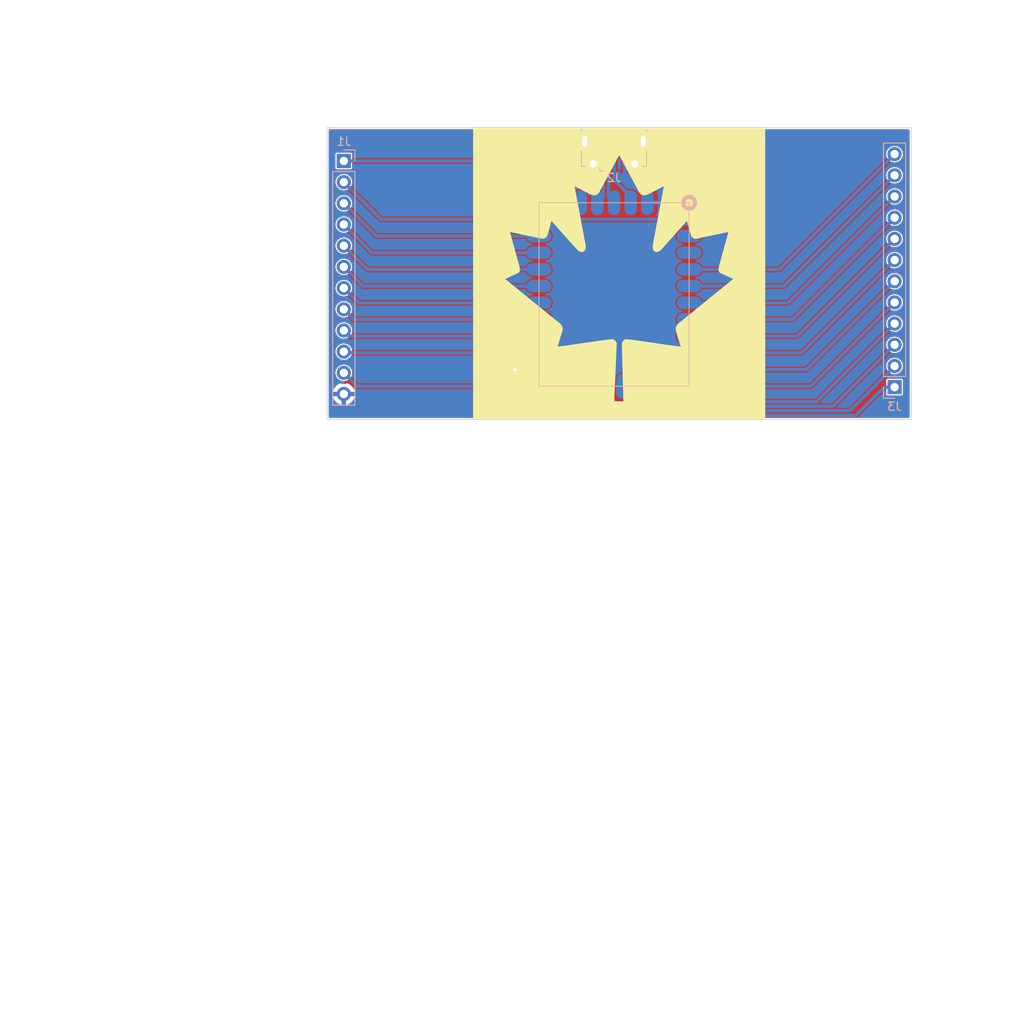
<source format=kicad_pcb>
(kicad_pcb (version 4) (host pcbnew 4.0.7)

  (general
    (links 36)
    (no_connects 5)
    (area 100.569999 65.299999 170.670001 100.400001)
    (thickness 1.6)
    (drawings 6)
    (tracks 71)
    (zones 0)
    (modules 5)
    (nets 33)
  )

  (page A3)
  (title_block
    (title "Sensory Adaptation Robot")
    (date 2016-03-10)
    (rev 0.1a)
    (company "Idle Hands Dev.")
    (comment 1 "Sean Hodgins")
  )

  (layers
    (0 F.Cu signal)
    (31 B.Cu signal)
    (32 B.Adhes user)
    (33 F.Adhes user)
    (34 B.Paste user)
    (35 F.Paste user)
    (36 B.SilkS user)
    (37 F.SilkS user)
    (38 B.Mask user)
    (39 F.Mask user)
    (40 Dwgs.User user)
    (41 Cmts.User user)
    (42 Eco1.User user)
    (43 Eco2.User user)
    (44 Edge.Cuts user)
    (45 Margin user)
    (46 B.CrtYd user)
    (47 F.CrtYd user)
    (48 B.Fab user hide)
    (49 F.Fab user hide)
  )

  (setup
    (last_trace_width 0.2)
    (user_trace_width 0.2)
    (user_trace_width 0.4)
    (user_trace_width 0.6)
    (user_trace_width 0.8)
    (user_trace_width 1)
    (trace_clearance 0.15)
    (zone_clearance 0.15)
    (zone_45_only no)
    (trace_min 0.2)
    (segment_width 0.1)
    (edge_width 0.1)
    (via_size 0.6)
    (via_drill 0.4)
    (via_min_size 0.4)
    (via_min_drill 0.2)
    (user_via 0.4 0.2)
    (user_via 0.5 0.4)
    (user_via 0.6 0.3)
    (user_via 0.89 0.5)
    (uvia_size 0.3)
    (uvia_drill 0.1)
    (uvias_allowed no)
    (uvia_min_size 0.2)
    (uvia_min_drill 0.1)
    (pcb_text_width 0.3)
    (pcb_text_size 1.5 1.5)
    (mod_edge_width 0.15)
    (mod_text_size 1 1)
    (mod_text_width 0.15)
    (pad_size 1.5 1.9)
    (pad_drill 0)
    (pad_to_mask_clearance 0)
    (aux_axis_origin 99.62 100.35)
    (grid_origin 99.62 100.35)
    (visible_elements 7FFFFE7F)
    (pcbplotparams
      (layerselection 0x010fc_80000001)
      (usegerberextensions false)
      (excludeedgelayer true)
      (linewidth 0.100000)
      (plotframeref false)
      (viasonmask false)
      (mode 1)
      (useauxorigin false)
      (hpglpennumber 1)
      (hpglpenspeed 20)
      (hpglpendiameter 15)
      (hpglpenoverlay 2)
      (psnegative false)
      (psa4output false)
      (plotreference true)
      (plotvalue true)
      (plotinvisibletext false)
      (padsonsilk false)
      (subtractmaskfromsilk false)
      (outputformat 1)
      (mirror false)
      (drillshape 0)
      (scaleselection 1)
      (outputdirectory gerbs/))
  )

  (net 0 "")
  (net 1 GND)
  (net 2 D11)
  (net 3 D12)
  (net 4 D13)
  (net 5 RESET)
  (net 6 TX/D1)
  (net 7 D10)
  (net 8 RX/D0)
  (net 9 D9)
  (net 10 AREF)
  (net 11 +3V3)
  (net 12 A0/DAC)
  (net 13 A1)
  (net 14 A2)
  (net 15 A3)
  (net 16 A4)
  (net 17 A5)
  (net 18 CLK)
  (net 19 MISO)
  (net 20 MOSI)
  (net 21 D6)
  (net 22 SDA)
  (net 23 SCL)
  (net 24 D3)
  (net 25 D5)
  (net 26 D4)
  (net 27 +BATT)
  (net 28 "Net-(J2-Pad2)")
  (net 29 "Net-(J2-Pad3)")
  (net 30 "Net-(J2-Pad1)")
  (net 31 "Net-(J2-Pad6)")
  (net 32 "Net-(J2-Pad4)")

  (net_class Default "This is the default net class."
    (clearance 0.15)
    (trace_width 0.2)
    (via_dia 0.6)
    (via_drill 0.4)
    (uvia_dia 0.3)
    (uvia_drill 0.1)
    (add_net +3V3)
    (add_net +BATT)
    (add_net A0/DAC)
    (add_net A1)
    (add_net A2)
    (add_net A3)
    (add_net A4)
    (add_net A5)
    (add_net AREF)
    (add_net CLK)
    (add_net D10)
    (add_net D11)
    (add_net D12)
    (add_net D13)
    (add_net D3)
    (add_net D4)
    (add_net D5)
    (add_net D6)
    (add_net D9)
    (add_net GND)
    (add_net MISO)
    (add_net MOSI)
    (add_net "Net-(J2-Pad1)")
    (add_net "Net-(J2-Pad2)")
    (add_net "Net-(J2-Pad3)")
    (add_net "Net-(J2-Pad4)")
    (add_net "Net-(J2-Pad6)")
    (add_net RESET)
    (add_net RX/D0)
    (add_net SCL)
    (add_net SDA)
    (add_net TX/D1)
  )

  (module Pin_Headers:Pin_Header_Straight_1x12_Pitch2.54mm (layer B.Cu) (tedit 59650532) (tstamp 5B38FF27)
    (at 102.62 69.35 180)
    (descr "Through hole straight pin header, 1x12, 2.54mm pitch, single row")
    (tags "Through hole pin header THT 1x12 2.54mm single row")
    (path /5B39013E)
    (fp_text reference J1 (at 0 2.33 180) (layer B.SilkS)
      (effects (font (size 1 1) (thickness 0.15)) (justify mirror))
    )
    (fp_text value Conn_01x12 (at 0 -30.27 180) (layer B.Fab)
      (effects (font (size 1 1) (thickness 0.15)) (justify mirror))
    )
    (fp_line (start -0.635 1.27) (end 1.27 1.27) (layer B.Fab) (width 0.1))
    (fp_line (start 1.27 1.27) (end 1.27 -29.21) (layer B.Fab) (width 0.1))
    (fp_line (start 1.27 -29.21) (end -1.27 -29.21) (layer B.Fab) (width 0.1))
    (fp_line (start -1.27 -29.21) (end -1.27 0.635) (layer B.Fab) (width 0.1))
    (fp_line (start -1.27 0.635) (end -0.635 1.27) (layer B.Fab) (width 0.1))
    (fp_line (start -1.33 -29.27) (end 1.33 -29.27) (layer B.SilkS) (width 0.12))
    (fp_line (start -1.33 -1.27) (end -1.33 -29.27) (layer B.SilkS) (width 0.12))
    (fp_line (start 1.33 -1.27) (end 1.33 -29.27) (layer B.SilkS) (width 0.12))
    (fp_line (start -1.33 -1.27) (end 1.33 -1.27) (layer B.SilkS) (width 0.12))
    (fp_line (start -1.33 0) (end -1.33 1.33) (layer B.SilkS) (width 0.12))
    (fp_line (start -1.33 1.33) (end 0 1.33) (layer B.SilkS) (width 0.12))
    (fp_line (start -1.8 1.8) (end -1.8 -29.75) (layer B.CrtYd) (width 0.05))
    (fp_line (start -1.8 -29.75) (end 1.8 -29.75) (layer B.CrtYd) (width 0.05))
    (fp_line (start 1.8 -29.75) (end 1.8 1.8) (layer B.CrtYd) (width 0.05))
    (fp_line (start 1.8 1.8) (end -1.8 1.8) (layer B.CrtYd) (width 0.05))
    (fp_text user %R (at 0 -13.97 450) (layer B.Fab)
      (effects (font (size 1 1) (thickness 0.15)) (justify mirror))
    )
    (pad 1 thru_hole rect (at 0 0 180) (size 1.7 1.7) (drill 1) (layers *.Cu *.Mask)
      (net 11 +3V3))
    (pad 2 thru_hole oval (at 0 -2.54 180) (size 1.7 1.7) (drill 1) (layers *.Cu *.Mask)
      (net 23 SCL))
    (pad 3 thru_hole oval (at 0 -5.08 180) (size 1.7 1.7) (drill 1) (layers *.Cu *.Mask)
      (net 22 SDA))
    (pad 4 thru_hole oval (at 0 -7.62 180) (size 1.7 1.7) (drill 1) (layers *.Cu *.Mask)
      (net 19 MISO))
    (pad 5 thru_hole oval (at 0 -10.16 180) (size 1.7 1.7) (drill 1) (layers *.Cu *.Mask)
      (net 18 CLK))
    (pad 6 thru_hole oval (at 0 -12.7 180) (size 1.7 1.7) (drill 1) (layers *.Cu *.Mask)
      (net 20 MOSI))
    (pad 7 thru_hole oval (at 0 -15.24 180) (size 1.7 1.7) (drill 1) (layers *.Cu *.Mask)
      (net 21 D6))
    (pad 8 thru_hole oval (at 0 -17.78 180) (size 1.7 1.7) (drill 1) (layers *.Cu *.Mask)
      (net 25 D5))
    (pad 9 thru_hole oval (at 0 -20.32 180) (size 1.7 1.7) (drill 1) (layers *.Cu *.Mask)
      (net 26 D4))
    (pad 10 thru_hole oval (at 0 -22.86 180) (size 1.7 1.7) (drill 1) (layers *.Cu *.Mask)
      (net 24 D3))
    (pad 11 thru_hole oval (at 0 -25.4 180) (size 1.7 1.7) (drill 1) (layers *.Cu *.Mask)
      (net 17 A5))
    (pad 12 thru_hole oval (at 0 -27.94 180) (size 1.7 1.7) (drill 1) (layers *.Cu *.Mask)
      (net 1 GND))
    (model ${KISYS3DMOD}/Pin_Headers.3dshapes/Pin_Header_Straight_1x12_Pitch2.54mm.wrl
      (at (xyz 0 0 0))
      (scale (xyz 1 1 1))
      (rotate (xyz 0 0 0))
    )
  )

  (module Connectors_USB:USB_Micro-B_Molex-105017-0001 (layer B.Cu) (tedit 5B38FFAC) (tstamp 5B38FF38)
    (at 135 67.35)
    (descr http://www.molex.com/pdm_docs/sd/1050170001_sd.pdf)
    (tags "Micro-USB SMD Typ-B")
    (path /5B51712F)
    (attr smd)
    (fp_text reference J2 (at 0 4) (layer B.SilkS)
      (effects (font (size 1 1) (thickness 0.15)) (justify mirror))
    )
    (fp_text value USB_OTG (at 0.3 -3.45) (layer B.Fab)
      (effects (font (size 1 1) (thickness 0.15)) (justify mirror))
    )
    (fp_line (start -4.4 -2.75) (end 4.4 -2.75) (layer B.CrtYd) (width 0.05))
    (fp_line (start 4.4 3.35) (end 4.4 -2.75) (layer B.CrtYd) (width 0.05))
    (fp_line (start -4.4 3.35) (end 4.4 3.35) (layer B.CrtYd) (width 0.05))
    (fp_line (start -4.4 -2.75) (end -4.4 3.35) (layer B.CrtYd) (width 0.05))
    (fp_text user "PCB Edge" (at -1 -4.449999) (layer Dwgs.User)
      (effects (font (size 0.5 0.5) (thickness 0.08)))
    )
    (fp_line (start -3.9 2.65) (end -3.45 2.65) (layer B.SilkS) (width 0.12))
    (fp_line (start -3.9 0.8) (end -3.9 2.65) (layer B.SilkS) (width 0.12))
    (fp_line (start 3.9 -1.75) (end 3.9 -1.5) (layer B.SilkS) (width 0.12))
    (fp_line (start 3.75 -2.5) (end 3.75 2.5) (layer B.Fab) (width 0.1))
    (fp_line (start -3 -1.801704) (end 3 -1.801704) (layer B.Fab) (width 0.1))
    (fp_line (start -3.75 -2.501704) (end 3.75 -2.501704) (layer B.Fab) (width 0.1))
    (fp_line (start -3.75 2.5) (end 3.75 2.5) (layer B.Fab) (width 0.1))
    (fp_line (start -3.75 -2.5) (end -3.75 2.5) (layer B.Fab) (width 0.1))
    (fp_line (start -3.9 -1.75) (end -3.9 -1.5) (layer B.SilkS) (width 0.12))
    (fp_line (start 3.9 0.8) (end 3.9 2.65) (layer B.SilkS) (width 0.12))
    (fp_line (start 3.9 2.65) (end 3.45 2.65) (layer B.SilkS) (width 0.12))
    (fp_text user %R (at 0 0) (layer B.Fab)
      (effects (font (size 1 1) (thickness 0.15)) (justify mirror))
    )
    (fp_line (start -1.7 3.2) (end -1.25 3.2) (layer B.SilkS) (width 0.12))
    (fp_line (start -1.7 3.2) (end -1.7 2.75) (layer B.SilkS) (width 0.12))
    (fp_line (start -1.3 2.6) (end -1.5 2.8) (layer B.Fab) (width 0.1))
    (fp_line (start -1.1 2.8) (end -1.3 2.6) (layer B.Fab) (width 0.1))
    (fp_line (start -1.5 3.01) (end -1.1 3.01) (layer B.Fab) (width 0.1))
    (fp_line (start -1.5 3.01) (end -1.5 2.8) (layer B.Fab) (width 0.1))
    (fp_line (start -1.1 3.01) (end -1.1 2.8) (layer B.Fab) (width 0.1))
    (pad 6 smd rect (at 1 -0.35) (size 1.5 1.9) (layers B.Cu B.Paste B.Mask)
      (net 31 "Net-(J2-Pad6)"))
    (pad 6 thru_hole circle (at -2.5 2.35) (size 1.45 1.45) (drill 0.85) (layers *.Cu *.Mask)
      (net 31 "Net-(J2-Pad6)"))
    (pad 2 smd rect (at -0.65 2.35) (size 0.4 1.35) (layers B.Cu B.Paste B.Mask)
      (net 28 "Net-(J2-Pad2)"))
    (pad 1 smd rect (at -1.3 2.35) (size 0.4 1.35) (layers B.Cu B.Paste B.Mask)
      (net 30 "Net-(J2-Pad1)"))
    (pad 5 smd rect (at 1.3 2.35) (size 0.4 1.35) (layers B.Cu B.Paste B.Mask)
      (net 1 GND))
    (pad 4 smd rect (at 0.65 2.35) (size 0.4 1.35) (layers B.Cu B.Paste B.Mask)
      (net 32 "Net-(J2-Pad4)"))
    (pad 3 smd rect (at 0 2.35) (size 0.4 1.35) (layers B.Cu B.Paste B.Mask)
      (net 29 "Net-(J2-Pad3)"))
    (pad 6 thru_hole circle (at 2.5 2.35) (size 1.45 1.45) (drill 0.85) (layers *.Cu *.Mask)
      (net 31 "Net-(J2-Pad6)"))
    (pad 6 smd rect (at -1 -0.35) (size 1.5 1.9) (layers B.Cu B.Paste B.Mask)
      (net 31 "Net-(J2-Pad6)"))
    (pad 6 thru_hole oval (at -3.5 -0.35 180) (size 1.2 1.9) (drill oval 0.6 1.3) (layers *.Cu *.Mask)
      (net 31 "Net-(J2-Pad6)"))
    (pad 6 thru_hole oval (at 3.5 -0.35) (size 1.2 1.9) (drill oval 0.6 1.3) (layers *.Cu *.Mask)
      (net 31 "Net-(J2-Pad6)"))
    (pad 6 smd rect (at 2.9 -0.35) (size 1.2 1.9) (layers B.Cu B.Mask)
      (net 31 "Net-(J2-Pad6)"))
    (pad 6 smd rect (at -2.9 -0.35) (size 1.2 1.9) (layers B.Cu B.Mask)
      (net 31 "Net-(J2-Pad6)"))
    (model ${KISYS3DMOD}/Connectors_USB.3dshapes/USB_Micro-B_Molex-105017-0001.wrl
      (at (xyz 0 0 0))
      (scale (xyz 1 1 1))
      (rotate (xyz 0 0 0))
    )
  )

  (module idlehands_libs:SAMD_HCC_G_FOOT (layer B.Cu) (tedit 5B2FA7C2) (tstamp 5B38FF6B)
    (at 135 85.35 180)
    (path /5B2FBA82)
    (fp_text reference U1 (at -0.2 -13.2 180) (layer B.SilkS) hide
      (effects (font (size 1 1) (thickness 0.15)) (justify mirror))
    )
    (fp_text value SAMD21_MOD (at 0 14 180) (layer B.Fab)
      (effects (font (size 1 1) (thickness 0.15)) (justify mirror))
    )
    (fp_circle (center -9 11) (end -8.5 10.5) (layer B.SilkS) (width 0.5))
    (fp_line (start -9 -11) (end -9 11) (layer B.SilkS) (width 0.1))
    (fp_line (start 9 -11) (end -9 -11) (layer B.SilkS) (width 0.1))
    (fp_line (start 9 11) (end 9 -11) (layer B.SilkS) (width 0.1))
    (fp_line (start -9 11) (end 9 11) (layer B.SilkS) (width 0.1))
    (pad 6 smd oval (at -9 -1 180) (size 3 1.5) (layers B.Cu B.Mask)
      (net 2 D11))
    (pad 5 smd oval (at -9 1 180) (size 3 1.5) (layers B.Cu B.Mask)
      (net 3 D12))
    (pad 4 smd oval (at -9 3 180) (size 3 1.5) (layers B.Cu B.Mask)
      (net 4 D13))
    (pad 3 smd oval (at -9 5 180) (size 3 1.5) (layers B.Cu B.Mask)
      (net 5 RESET))
    (pad 9 smd oval (at -9 -7 180) (size 3 1.5) (layers B.Cu B.Mask)
      (net 6 TX/D1))
    (pad 7 smd oval (at -9 -3 180) (size 3 1.5) (layers B.Cu B.Mask)
      (net 7 D10))
    (pad 10 smd oval (at -9 -9 180) (size 3 1.5) (layers B.Cu B.Mask)
      (net 8 RX/D0))
    (pad 8 smd oval (at -9 -5 180) (size 3 1.5) (layers B.Cu B.Paste B.Mask)
      (net 9 D9))
    (pad 2 smd oval (at -9 7 180) (size 3 1.5) (layers B.Cu B.Mask)
      (net 10 AREF))
    (pad 1 smd oval (at -9 9 180) (size 3 1.5) (layers B.Cu B.Mask)
      (net 11 +3V3))
    (pad 11 smd oval (at -5 -11 270) (size 3 1.5) (layers B.Cu B.Mask)
      (net 12 A0/DAC))
    (pad 12 smd oval (at -3 -11 270) (size 3 1.5) (layers B.Cu B.Mask)
      (net 13 A1))
    (pad 13 smd oval (at -1 -11 270) (size 3 1.5) (layers B.Cu B.Mask)
      (net 14 A2))
    (pad 14 smd oval (at 1 -11 270) (size 3 1.5) (layers B.Cu B.Mask)
      (net 15 A3))
    (pad 15 smd oval (at 3 -11 270) (size 3 1.5) (layers B.Cu B.Mask)
      (net 16 A4))
    (pad 16 smd oval (at 5 -11 270) (size 3 1.5) (layers B.Cu B.Mask)
      (net 17 A5))
    (pad 23 smd oval (at 9 3 180) (size 3 1.5) (layers B.Cu B.Mask)
      (net 18 CLK))
    (pad 24 smd oval (at 9 5 180) (size 3 1.5) (layers B.Cu B.Mask)
      (net 19 MISO))
    (pad 22 smd oval (at 9 1 180) (size 3 1.5) (layers B.Cu B.Mask)
      (net 20 MOSI))
    (pad 21 smd oval (at 9 -1 180) (size 3 1.5) (layers B.Cu B.Mask)
      (net 21 D6))
    (pad 25 smd oval (at 9 7 180) (size 3 1.5) (layers B.Cu B.Mask)
      (net 22 SDA))
    (pad 26 smd oval (at 9 9 180) (size 3 1.5) (layers B.Cu B.Mask)
      (net 23 SCL))
    (pad 18 smd oval (at 9 -7 180) (size 3 1.5) (layers B.Cu B.Mask)
      (net 24 D3))
    (pad 17 smd oval (at 9 -9 180) (size 3 1.5) (layers B.Cu B.Mask)
      (net 1 GND))
    (pad 20 smd oval (at 9 -3 180) (size 3 1.5) (layers B.Cu B.Mask)
      (net 25 D5))
    (pad 19 smd oval (at 9 -5 180) (size 3 1.5) (layers B.Cu B.Mask)
      (net 26 D4))
    (pad 30 smd oval (at -2 11 270) (size 3 1.5) (layers B.Cu B.Mask)
      (net 29 "Net-(J2-Pad3)"))
    (pad 28 smd oval (at 2 11 270) (size 3 1.5) (layers B.Cu B.Mask)
      (net 30 "Net-(J2-Pad1)"))
    (pad 31 smd oval (at -4 11 270) (size 3 1.5) (layers B.Cu B.Mask)
      (net 1 GND))
    (pad 29 smd oval (at 0 11 270) (size 3 1.5) (layers B.Cu B.Mask)
      (net 28 "Net-(J2-Pad2)"))
    (pad 27 smd oval (at 4 11 270) (size 3 1.5) (layers B.Cu B.Mask)
      (net 27 +BATT))
  )

  (module Pin_Headers:Pin_Header_Straight_1x12_Pitch2.54mm (layer B.Cu) (tedit 59650532) (tstamp 5B390001)
    (at 168.62 96.47)
    (descr "Through hole straight pin header, 1x12, 2.54mm pitch, single row")
    (tags "Through hole pin header THT 1x12 2.54mm single row")
    (path /5B3901FF)
    (fp_text reference J3 (at 0 2.33) (layer B.SilkS)
      (effects (font (size 1 1) (thickness 0.15)) (justify mirror))
    )
    (fp_text value Conn_01x12 (at 0 -30.27) (layer B.Fab)
      (effects (font (size 1 1) (thickness 0.15)) (justify mirror))
    )
    (fp_line (start -0.635 1.27) (end 1.27 1.27) (layer B.Fab) (width 0.1))
    (fp_line (start 1.27 1.27) (end 1.27 -29.21) (layer B.Fab) (width 0.1))
    (fp_line (start 1.27 -29.21) (end -1.27 -29.21) (layer B.Fab) (width 0.1))
    (fp_line (start -1.27 -29.21) (end -1.27 0.635) (layer B.Fab) (width 0.1))
    (fp_line (start -1.27 0.635) (end -0.635 1.27) (layer B.Fab) (width 0.1))
    (fp_line (start -1.33 -29.27) (end 1.33 -29.27) (layer B.SilkS) (width 0.12))
    (fp_line (start -1.33 -1.27) (end -1.33 -29.27) (layer B.SilkS) (width 0.12))
    (fp_line (start 1.33 -1.27) (end 1.33 -29.27) (layer B.SilkS) (width 0.12))
    (fp_line (start -1.33 -1.27) (end 1.33 -1.27) (layer B.SilkS) (width 0.12))
    (fp_line (start -1.33 0) (end -1.33 1.33) (layer B.SilkS) (width 0.12))
    (fp_line (start -1.33 1.33) (end 0 1.33) (layer B.SilkS) (width 0.12))
    (fp_line (start -1.8 1.8) (end -1.8 -29.75) (layer B.CrtYd) (width 0.05))
    (fp_line (start -1.8 -29.75) (end 1.8 -29.75) (layer B.CrtYd) (width 0.05))
    (fp_line (start 1.8 -29.75) (end 1.8 1.8) (layer B.CrtYd) (width 0.05))
    (fp_line (start 1.8 1.8) (end -1.8 1.8) (layer B.CrtYd) (width 0.05))
    (fp_text user %R (at 0 -13.97 270) (layer B.Fab)
      (effects (font (size 1 1) (thickness 0.15)) (justify mirror))
    )
    (pad 1 thru_hole rect (at 0 0) (size 1.7 1.7) (drill 1) (layers *.Cu *.Mask)
      (net 16 A4))
    (pad 2 thru_hole oval (at 0 -2.54) (size 1.7 1.7) (drill 1) (layers *.Cu *.Mask)
      (net 15 A3))
    (pad 3 thru_hole oval (at 0 -5.08) (size 1.7 1.7) (drill 1) (layers *.Cu *.Mask)
      (net 14 A2))
    (pad 4 thru_hole oval (at 0 -7.62) (size 1.7 1.7) (drill 1) (layers *.Cu *.Mask)
      (net 13 A1))
    (pad 5 thru_hole oval (at 0 -10.16) (size 1.7 1.7) (drill 1) (layers *.Cu *.Mask)
      (net 12 A0/DAC))
    (pad 6 thru_hole oval (at 0 -12.7) (size 1.7 1.7) (drill 1) (layers *.Cu *.Mask)
      (net 8 RX/D0))
    (pad 7 thru_hole oval (at 0 -15.24) (size 1.7 1.7) (drill 1) (layers *.Cu *.Mask)
      (net 6 TX/D1))
    (pad 8 thru_hole oval (at 0 -17.78) (size 1.7 1.7) (drill 1) (layers *.Cu *.Mask)
      (net 9 D9))
    (pad 9 thru_hole oval (at 0 -20.32) (size 1.7 1.7) (drill 1) (layers *.Cu *.Mask)
      (net 7 D10))
    (pad 10 thru_hole oval (at 0 -22.86) (size 1.7 1.7) (drill 1) (layers *.Cu *.Mask)
      (net 2 D11))
    (pad 11 thru_hole oval (at 0 -25.4) (size 1.7 1.7) (drill 1) (layers *.Cu *.Mask)
      (net 3 D12))
    (pad 12 thru_hole oval (at 0 -27.94) (size 1.7 1.7) (drill 1) (layers *.Cu *.Mask)
      (net 4 D13))
    (model ${KISYS3DMOD}/Pin_Headers.3dshapes/Pin_Header_Straight_1x12_Pitch2.54mm.wrl
      (at (xyz 0 0 0))
      (scale (xyz 1 1 1))
      (rotate (xyz 0 0 0))
    )
  )

  (module idlehands_footprints:cad_flag (layer F.Cu) (tedit 0) (tstamp 5B3900B2)
    (at 135.62 82.85)
    (fp_text reference G*** (at 0 0) (layer F.SilkS) hide
      (effects (font (thickness 0.3)))
    )
    (fp_text value LOGO (at 0.75 0) (layer F.SilkS) hide
      (effects (font (thickness 0.3)))
    )
    (fp_poly (pts (xy 17.495695 17.495695) (xy -17.501943 17.495695) (xy -17.501943 0.650288) (xy -13.663929 0.650288)
      (xy -13.658854 0.655064) (xy -13.645165 0.666773) (xy -13.62397 0.684498) (xy -13.596379 0.70732)
      (xy -13.563501 0.734322) (xy -13.526445 0.764586) (xy -13.49043 0.793861) (xy -13.426744 0.845521)
      (xy -13.362311 0.897793) (xy -13.298135 0.949863) (xy -13.235219 1.000917) (xy -13.174567 1.050139)
      (xy -13.117181 1.096716) (xy -13.064065 1.139833) (xy -13.016223 1.178676) (xy -12.974657 1.212431)
      (xy -12.940372 1.240283) (xy -12.91437 1.261418) (xy -12.906199 1.268064) (xy -12.890056 1.281188)
      (xy -12.865418 1.301204) (xy -12.833493 1.327131) (xy -12.795491 1.357987) (xy -12.752621 1.392791)
      (xy -12.706091 1.43056) (xy -12.657111 1.470314) (xy -12.60689 1.51107) (xy -12.603148 1.514106)
      (xy -12.552986 1.554822) (xy -12.504064 1.594551) (xy -12.457576 1.63232) (xy -12.414718 1.667159)
      (xy -12.376686 1.698095) (xy -12.344675 1.724155) (xy -12.319881 1.744368) (xy -12.303498 1.757763)
      (xy -12.302555 1.758536) (xy -12.273104 1.782651) (xy -12.239377 1.810174) (xy -12.206823 1.836662)
      (xy -12.193207 1.847709) (xy -12.177423 1.860509) (xy -12.153111 1.880237) (xy -12.12144 1.905945)
      (xy -12.083582 1.93668) (xy -12.040708 1.971493) (xy -11.993988 2.009434) (xy -11.944593 2.04955)
      (xy -11.893693 2.090893) (xy -11.881451 2.100837) (xy -11.828418 2.143912) (xy -11.775024 2.187275)
      (xy -11.722691 2.22977) (xy -11.672842 2.270242) (xy -11.626901 2.307536) (xy -11.58629 2.340496)
      (xy -11.552432 2.367968) (xy -11.526751 2.388796) (xy -11.525289 2.389981) (xy -11.502089 2.408798)
      (xy -11.470404 2.43451) (xy -11.431448 2.466133) (xy -11.386433 2.502681) (xy -11.336575 2.543169)
      (xy -11.283085 2.586611) (xy -11.227178 2.632023) (xy -11.170066 2.678418) (xy -11.119139 2.719795)
      (xy -11.063658 2.764871) (xy -11.009616 2.808775) (xy -10.958039 2.850673) (xy -10.909955 2.88973)
      (xy -10.866389 2.925113) (xy -10.828369 2.955987) (xy -10.796922 2.98152) (xy -10.773074 3.000876)
      (xy -10.757852 3.013222) (xy -10.757394 3.013594) (xy -10.729439 3.036278) (xy -10.699703 3.060462)
      (xy -10.672634 3.082524) (xy -10.659826 3.092989) (xy -10.646479 3.103899) (xy -10.630794 3.116696)
      (xy -10.612091 3.131933) (xy -10.589688 3.150163) (xy -10.562906 3.171938) (xy -10.531061 3.197814)
      (xy -10.493475 3.228342) (xy -10.449466 3.264075) (xy -10.398352 3.305568) (xy -10.339454 3.353372)
      (xy -10.272091 3.408042) (xy -10.209987 3.458438) (xy -10.159986 3.49902) (xy -10.109772 3.539785)
      (xy -10.060843 3.579518) (xy -10.014698 3.617) (xy -9.972836 3.651014) (xy -9.936755 3.680343)
      (xy -9.907954 3.70377) (xy -9.89444 3.714772) (xy -9.87268 3.732483) (xy -9.842487 3.757037)
      (xy -9.805129 3.787403) (xy -9.761877 3.822548) (xy -9.714 3.861442) (xy -9.662768 3.903052)
      (xy -9.60945 3.946348) (xy -9.555317 3.990297) (xy -9.532029 4.009202) (xy -9.460189 4.067516)
      (xy -9.397319 4.118551) (xy -9.342684 4.162902) (xy -9.295552 4.201165) (xy -9.255188 4.233937)
      (xy -9.220859 4.261812) (xy -9.191831 4.285387) (xy -9.167371 4.305258) (xy -9.146745 4.32202)
      (xy -9.129219 4.33627) (xy -9.11406 4.348603) (xy -9.100534 4.359615) (xy -9.087907 4.369902)
      (xy -9.079016 4.37715) (xy -9.066249 4.38754) (xy -9.044702 4.405053) (xy -9.015299 4.428939)
      (xy -8.978965 4.458448) (xy -8.936622 4.492828) (xy -8.889197 4.531331) (xy -8.837612 4.573205)
      (xy -8.782792 4.617699) (xy -8.725662 4.664065) (xy -8.691611 4.691697) (xy -8.632161 4.739943)
      (xy -8.573418 4.787624) (xy -8.516448 4.833875) (xy -8.462315 4.87783) (xy -8.412083 4.918626)
      (xy -8.366817 4.955398) (xy -8.327582 4.987281) (xy -8.295442 5.013411) (xy -8.271462 5.032922)
      (xy -8.263591 5.039333) (xy -8.240393 5.058223) (xy -8.2082 5.08441) (xy -8.167722 5.117319)
      (xy -8.119669 5.156372) (xy -8.06475 5.200993) (xy -8.003676 5.250606) (xy -7.937157 5.304634)
      (xy -7.865901 5.362501) (xy -7.79062 5.423631) (xy -7.712021 5.487446) (xy -7.630817 5.553371)
      (xy -7.547715 5.62083) (xy -7.463426 5.689245) (xy -7.378661 5.758041) (xy -7.307576 5.815727)
      (xy -7.258144 5.856013) (xy -7.210378 5.895273) (xy -7.165423 5.932542) (xy -7.12442 5.966857)
      (xy -7.088516 5.997257) (xy -7.058854 6.022777) (xy -7.036577 6.042455) (xy -7.02283 6.055328)
      (xy -7.022297 6.055867) (xy -6.955872 6.132187) (xy -6.899459 6.214978) (xy -6.853322 6.303138)
      (xy -6.817725 6.395569) (xy -6.792931 6.491173) (xy -6.779204 6.588848) (xy -6.776808 6.687497)
      (xy -6.786008 6.786019) (xy -6.807067 6.883316) (xy -6.816325 6.913924) (xy -6.82401 6.938063)
      (xy -6.831076 6.960963) (xy -6.834725 6.973285) (xy -6.838864 6.987272) (xy -6.845822 7.010269)
      (xy -6.854709 7.03935) (xy -6.864635 7.071592) (xy -6.867083 7.079508) (xy -6.877354 7.112804)
      (xy -6.887027 7.144353) (xy -6.89513 7.170974) (xy -6.900692 7.189489) (xy -6.901426 7.191981)
      (xy -6.906353 7.208453) (xy -6.914021 7.23368) (xy -6.923459 7.264481) (xy -6.933695 7.297677)
      (xy -6.935793 7.304453) (xy -6.946076 7.337748) (xy -6.955765 7.369296) (xy -6.963887 7.395917)
      (xy -6.96947 7.414433) (xy -6.970208 7.416925) (xy -6.975564 7.434882) (xy -6.98425 7.463716)
      (xy -6.995941 7.502357) (xy -7.01031 7.549733) (xy -7.027033 7.604771) (xy -7.045784 7.666399)
      (xy -7.066237 7.733546) (xy -7.088067 7.80514) (xy -7.088774 7.807454) (xy -7.112786 7.886172)
      (xy -7.13341 7.953798) (xy -7.150905 8.011192) (xy -7.165534 8.059213) (xy -7.177558 8.098722)
      (xy -7.187238 8.130577) (xy -7.194836 8.15564) (xy -7.200614 8.174769) (xy -7.204832 8.188824)
      (xy -7.207552 8.197983) (xy -7.212497 8.214456) (xy -7.220181 8.239683) (xy -7.22963 8.270485)
      (xy -7.239871 8.303682) (xy -7.241968 8.310456) (xy -7.252247 8.34375) (xy -7.261927 8.375297)
      (xy -7.270034 8.401918) (xy -7.275599 8.420434) (xy -7.276334 8.422928) (xy -7.28126 8.439401)
      (xy -7.288924 8.464629) (xy -7.298355 8.495432) (xy -7.308584 8.528629) (xy -7.310678 8.5354)
      (xy -7.320721 8.567966) (xy -7.329941 8.598077) (xy -7.337446 8.622807) (xy -7.342347 8.639234)
      (xy -7.343039 8.641624) (xy -7.348073 8.658447) (xy -7.355465 8.682237) (xy -7.363687 8.708084)
      (xy -7.364363 8.710184) (xy -7.371453 8.732419) (xy -7.37675 8.749547) (xy -7.379325 8.758545)
      (xy -7.379434 8.759159) (xy -7.373989 8.759747) (xy -7.360464 8.758364) (xy -7.356002 8.757691)
      (xy -7.340738 8.755522) (xy -7.31638 8.75237) (xy -7.286251 8.748655) (xy -7.253674 8.744795)
      (xy -7.252895 8.744704) (xy -7.212025 8.739921) (xy -7.165506 8.734405) (xy -7.120096 8.728959)
      (xy -7.09356 8.725739) (xy -7.053494 8.720877) (xy -7.008545 8.715471) (xy -6.965108 8.71029)
      (xy -6.938917 8.707193) (xy -6.903808 8.702998) (xy -6.867755 8.698578) (xy -6.83562 8.694535)
      (xy -6.817072 8.692119) (xy -6.797108 8.689486) (xy -6.767259 8.685593) (xy -6.730036 8.680765)
      (xy -6.687951 8.675327) (xy -6.643516 8.669605) (xy -6.62337 8.667018) (xy -6.576634 8.660998)
      (xy -6.5292 8.654848) (xy -6.484087 8.648961) (xy -6.444311 8.643733) (xy -6.412892 8.639557)
      (xy -6.404674 8.63845) (xy -6.370506 8.633832) (xy -6.335671 8.629136) (xy -6.305038 8.625017)
      (xy -6.289077 8.622879) (xy -6.248668 8.617454) (xy -6.200676 8.610974) (xy -6.149901 8.604088)
      (xy -6.10114 8.597448) (xy -6.059192 8.591703) (xy -6.057884 8.591524) (xy -6.036586 8.588573)
      (xy -6.00606 8.584315) (xy -5.96792 8.578976) (xy -5.923781 8.572785) (xy -5.875258 8.565968)
      (xy -5.823966 8.558753) (xy -5.77152 8.551369) (xy -5.719533 8.544041) (xy -5.669622 8.536999)
      (xy -5.623401 8.530469) (xy -5.582484 8.524678) (xy -5.548487 8.519855) (xy -5.523025 8.516228)
      (xy -5.507711 8.514022) (xy -5.504895 8.513605) (xy -5.49158 8.511617) (xy -5.468428 8.50819)
      (xy -5.437967 8.503698) (xy -5.402728 8.498513) (xy -5.373677 8.494246) (xy -5.333001 8.488272)
      (xy -5.291823 8.482217) (xy -5.253719 8.476605) (xy -5.222263 8.471965) (xy -5.208093 8.469869)
      (xy -5.182329 8.466063) (xy -5.147774 8.460975) (xy -5.108006 8.45513) (xy -5.066599 8.449054)
      (xy -5.042509 8.445524) (xy -5.001146 8.439438) (xy -4.95863 8.433133) (xy -4.918751 8.427174)
      (xy -4.885304 8.422128) (xy -4.870676 8.419893) (xy -4.834138 8.414319) (xy -4.792828 8.408094)
      (xy -4.754321 8.402357) (xy -4.745707 8.401086) (xy -4.711593 8.396056) (xy -4.668113 8.389623)
      (xy -4.618261 8.382233) (xy -4.565031 8.374329) (xy -4.511417 8.366358) (xy -4.460413 8.358762)
      (xy -4.415012 8.351987) (xy -4.411414 8.351449) (xy -4.377416 8.346373) (xy -4.337831 8.340472)
      (xy -4.299433 8.334755) (xy -4.286445 8.332824) (xy -4.253661 8.327917) (xy -4.220323 8.322872)
      (xy -4.191568 8.318468) (xy -4.180221 8.316704) (xy -4.149148 8.311894) (xy -4.108615 8.305724)
      (xy -4.058104 8.298117) (xy -3.997098 8.288995) (xy -3.92508 8.278282) (xy -3.841534 8.2659)
      (xy -3.783444 8.25731) (xy -3.742374 8.251231) (xy -3.700914 8.245077) (xy -3.662536 8.239364)
      (xy -3.630713 8.234608) (xy -3.614735 8.232208) (xy -3.526739 8.219025) (xy -3.427592 8.204338)
      (xy -3.318528 8.188328) (xy -3.20078 8.171172) (xy -3.075579 8.153052) (xy -2.944159 8.134146)
      (xy -2.807753 8.114635) (xy -2.802435 8.113876) (xy -2.769419 8.109215) (xy -2.725968 8.103155)
      (xy -2.674036 8.095962) (xy -2.615572 8.087905) (xy -2.552528 8.079249) (xy -2.486857 8.070262)
      (xy -2.420508 8.061212) (xy -2.355435 8.052365) (xy -2.293587 8.043989) (xy -2.236916 8.036352)
      (xy -2.205707 8.032167) (xy -2.171534 8.027595) (xy -2.136696 8.022934) (xy -2.106061 8.018834)
      (xy -2.09011 8.016698) (xy -2.065549 8.013435) (xy -2.033244 8.009178) (xy -1.997847 8.00454)
      (xy -1.971389 8.00109) (xy -1.936782 7.99657) (xy -1.901683 7.991955) (xy -1.870743 7.987856)
      (xy -1.852669 7.985436) (xy -1.834072 7.983012) (xy -1.8054 7.979386) (xy -1.768987 7.974846)
      (xy -1.727165 7.969682) (xy -1.682267 7.964185) (xy -1.652718 7.960592) (xy -1.579369 7.951698)
      (xy -1.517206 7.94416) (xy -1.46501 7.937828) (xy -1.42156 7.932555) (xy -1.385637 7.928193)
      (xy -1.356021 7.924594) (xy -1.331492 7.92161) (xy -1.31083 7.919091) (xy -1.293431 7.916967)
      (xy -1.262846 7.913407) (xy -1.230132 7.909873) (xy -1.205953 7.907473) (xy -1.176837 7.904488)
      (xy -1.143845 7.900694) (xy -1.121599 7.897888) (xy -1.099105 7.895069) (xy -1.067885 7.891391)
      (xy -1.031641 7.887281) (xy -0.994078 7.883162) (xy -0.984132 7.882097) (xy -0.947447 7.878113)
      (xy -0.911652 7.87408) (xy -0.880243 7.870403) (xy -0.856719 7.867485) (xy -0.851721 7.866817)
      (xy -0.803484 7.866098) (xy -0.751556 7.87595) (xy -0.697179 7.895467) (xy -0.641597 7.923738)
      (xy -0.586053 7.959855) (xy -0.53179 8.002908) (xy -0.48005 8.051989) (xy -0.432076 8.106188)
      (xy -0.389112 8.164597) (xy -0.3524 8.226306) (xy -0.347669 8.235474) (xy -0.329755 8.2727)
      (xy -0.316716 8.305232) (xy -0.307956 8.336206) (xy -0.30288 8.368759) (xy -0.300894 8.406028)
      (xy -0.3014 8.45115) (xy -0.302274 8.474644) (xy -0.30822 8.615495) (xy -0.313652 8.745152)
      (xy -0.318624 8.864906) (xy -0.323189 8.976048) (xy -0.3274 9.079869) (xy -0.33131 9.177658)
      (xy -0.334074 9.247725) (xy -0.336269 9.302688) (xy -0.338453 9.355461) (xy -0.340549 9.404321)
      (xy -0.34248 9.44754) (xy -0.344169 9.483394) (xy -0.345539 9.510156) (xy -0.346489 9.525782)
      (xy -0.347822 9.547525) (xy -0.349348 9.57836) (xy -0.350916 9.614886) (xy -0.352375 9.653701)
      (xy -0.353007 9.67262) (xy -0.354345 9.710638) (xy -0.355862 9.747394) (xy -0.357412 9.779701)
      (xy -0.358847 9.804375) (xy -0.359506 9.813211) (xy -0.360656 9.83002) (xy -0.362159 9.857068)
      (xy -0.363906 9.892104) (xy -0.365788 9.932877) (xy -0.367695 9.977139) (xy -0.368904 10.006913)
      (xy -0.370763 10.053497) (xy -0.373016 10.109429) (xy -0.375538 10.171573) (xy -0.378198 10.236791)
      (xy -0.380871 10.301945) (xy -0.383427 10.363898) (xy -0.384171 10.381821) (xy -0.38667 10.442159)
      (xy -0.389332 10.506663) (xy -0.392027 10.572195) (xy -0.394627 10.635618) (xy -0.397003 10.693795)
      (xy -0.399026 10.743588) (xy -0.399558 10.756729) (xy -0.401466 10.802519) (xy -0.403417 10.846724)
      (xy -0.405298 10.886986) (xy -0.406998 10.920951) (xy -0.408403 10.946263) (xy -0.409086 10.956679)
      (xy -0.410077 10.971052) (xy -0.411052 10.987425) (xy -0.412066 11.007123) (xy -0.413175 11.031474)
      (xy -0.414434 11.061803) (xy -0.415898 11.099436) (xy -0.417622 11.145701) (xy -0.419662 11.201921)
      (xy -0.421839 11.262854) (xy -0.423267 11.29975) (xy -0.424907 11.336941) (xy -0.426565 11.370278)
      (xy -0.428044 11.395612) (xy -0.428151 11.397196) (xy -0.429313 11.41681) (xy -0.430844 11.446503)
      (xy -0.432628 11.483864) (xy -0.434555 11.526485) (xy -0.43651 11.571955) (xy -0.437676 11.600271)
      (xy -0.439568 11.646855) (xy -0.441851 11.702788) (xy -0.444395 11.764932) (xy -0.447073 11.83015)
      (xy -0.449754 11.895305) (xy -0.452312 11.957258) (xy -0.453053 11.975179) (xy -0.455532 12.035079)
      (xy -0.458165 12.098757) (xy -0.460827 12.163161) (xy -0.463392 12.225241) (xy -0.465733 12.281947)
      (xy -0.467724 12.330227) (xy -0.468285 12.343838) (xy -0.470218 12.389321) (xy -0.472216 12.433749)
      (xy -0.474155 12.474572) (xy -0.475913 12.509235) (xy -0.477366 12.535186) (xy -0.477918 12.543789)
      (xy -0.479183 12.56466) (xy -0.480812 12.595466) (xy -0.482684 12.633655) (xy -0.484674 12.676673)
      (xy -0.48666 12.721969) (xy -0.487574 12.74374) (xy -0.489415 12.78824) (xy -0.49165 12.842226)
      (xy -0.494155 12.902697) (xy -0.496806 12.966655) (xy -0.499478 13.031097) (xy -0.502047 13.093024)
      (xy -0.50298 13.115523) (xy -0.505482 13.1759) (xy -0.508136 13.240136) (xy -0.510818 13.305188)
      (xy -0.513402 13.368015) (xy -0.515763 13.425573) (xy -0.517776 13.474821) (xy -0.518412 13.490431)
      (xy -0.520329 13.536794) (xy -0.522278 13.582508) (xy -0.524143 13.62495) (xy -0.525807 13.661496)
      (xy -0.527154 13.689525) (xy -0.527685 13.699754) (xy -0.528583 13.716742) (xy -0.529466 13.734494)
      (xy -0.530392 13.754449) (xy -0.531421 13.778043) (xy -0.532614 13.806711) (xy -0.534029 13.841891)
      (xy -0.535725 13.885018) (xy -0.537763 13.937529) (xy -0.540203 14.00086) (xy -0.540637 14.012178)
      (xy -0.542129 14.04779) (xy -0.543839 14.083572) (xy -0.54555 14.115204) (xy -0.546953 14.137147)
      (xy -0.548122 14.155954) (xy -0.549658 14.184854) (xy -0.551446 14.221451) (xy -0.553371 14.263351)
      (xy -0.555319 14.308159) (xy -0.55639 14.333973) (xy -0.558242 14.379347) (xy -0.560483 14.434165)
      (xy -0.562988 14.495385) (xy -0.565633 14.559964) (xy -0.568293 14.624861) (xy -0.570844 14.687032)
      (xy -0.571741 14.708881) (xy -0.574224 14.769475) (xy -0.576863 14.83412) (xy -0.579533 14.89973)
      (xy -0.582109 14.963221) (xy -0.584466 15.021507) (xy -0.586477 15.071506) (xy -0.587094 15.086913)
      (xy -0.588965 15.131824) (xy -0.590881 15.174336) (xy -0.592731 15.212293) (xy -0.594407 15.243537)
      (xy -0.595802 15.265914) (xy -0.596534 15.274948) (xy -0.597619 15.293865) (xy -0.596884 15.307277)
      (xy -0.595626 15.310877) (xy -0.588904 15.31149) (xy -0.570589 15.312075) (xy -0.541585 15.312625)
      (xy -0.502798 15.313135) (xy -0.455129 15.313596) (xy -0.399485 15.314003) (xy -0.336769 15.314349)
      (xy -0.267885 15.314626) (xy -0.193738 15.314828) (xy -0.115231 15.314949) (xy -0.045822 15.314982)
      (xy 0.499877 15.314982) (xy 0.499934 15.285302) (xy 0.499766 15.272) (xy 0.499264 15.24792)
      (xy 0.498472 15.214776) (xy 0.497432 15.174279) (xy 0.496188 15.128144) (xy 0.494785 15.078083)
      (xy 0.493776 15.043174) (xy 0.491984 14.981109) (xy 0.489905 14.907585) (xy 0.487566 14.823637)
      (xy 0.484995 14.730297) (xy 0.48222 14.6286) (xy 0.479269 14.51958) (xy 0.47617 14.404271)
      (xy 0.472951 14.283706) (xy 0.46964 14.15892) (xy 0.466265 14.030947) (xy 0.462853 13.900821)
      (xy 0.462253 13.877836) (xy 0.460578 13.812679) (xy 0.458713 13.738422) (xy 0.456742 13.658454)
      (xy 0.454745 13.576171) (xy 0.452807 13.494962) (xy 0.451008 13.418222) (xy 0.449655 13.359213)
      (xy 0.446955 13.240717) (xy 0.444348 13.127845) (xy 0.441853 13.021312) (xy 0.439487 12.921835)
      (xy 0.437267 12.830129) (xy 0.435212 12.746911) (xy 0.433338 12.672896) (xy 0.431663 12.6088)
      (xy 0.430205 12.555339) (xy 0.428982 12.513229) (xy 0.428371 12.493801) (xy 0.427447 12.462691)
      (xy 0.426375 12.42173) (xy 0.425216 12.373561) (xy 0.42403 12.320828) (xy 0.42288 12.266175)
      (xy 0.421827 12.212246) (xy 0.421717 12.206372) (xy 0.42048 12.144854) (xy 0.418913 12.075224)
      (xy 0.417125 12.001858) (xy 0.415226 11.929133) (xy 0.413324 11.861426) (xy 0.412038 11.818967)
      (xy 0.410644 11.773932) (xy 0.409235 11.726815) (xy 0.407791 11.676803) (xy 0.40629 11.623083)
      (xy 0.404712 11.564839) (xy 0.403036 11.501259) (xy 0.401241 11.431529) (xy 0.399307 11.354834)
      (xy 0.397212 11.270362) (xy 0.394937 11.177297) (xy 0.392459 11.074827) (xy 0.389759 10.962136)
      (xy 0.386816 10.838413) (xy 0.384291 10.731735) (xy 0.382434 10.653112) (xy 0.380474 10.570185)
      (xy 0.378465 10.485209) (xy 0.376461 10.400443) (xy 0.374515 10.318144) (xy 0.372681 10.240568)
      (xy 0.371011 10.169973) (xy 0.369559 10.108616) (xy 0.369001 10.085019) (xy 0.367553 10.025632)
      (xy 0.366047 9.967062) (xy 0.364535 9.911182) (xy 0.363072 9.859866) (xy 0.361712 9.81499)
      (xy 0.360508 9.778426) (xy 0.359515 9.752049) (xy 0.359321 9.747602) (xy 0.358619 9.730957)
      (xy 0.357864 9.71062) (xy 0.35704 9.685983) (xy 0.356133 9.656437) (xy 0.355127 9.621376)
      (xy 0.354007 9.580191) (xy 0.352757 9.532275) (xy 0.351363 9.47702) (xy 0.349809 9.413818)
      (xy 0.34808 9.342062) (xy 0.346161 9.261143) (xy 0.344036 9.170455) (xy 0.341691 9.069389)
      (xy 0.339109 8.957338) (xy 0.336277 8.833694) (xy 0.334816 8.769718) (xy 0.333375 8.702443)
      (xy 0.332175 8.638031) (xy 0.331228 8.577723) (xy 0.330545 8.522761) (xy 0.330137 8.474387)
      (xy 0.330014 8.433841) (xy 0.330189 8.402367) (xy 0.330673 8.381204) (xy 0.33125 8.372807)
      (xy 0.344338 8.315126) (xy 0.367549 8.254367) (xy 0.399504 8.192346) (xy 0.438829 8.13088)
      (xy 0.484146 8.071784) (xy 0.534078 8.016875) (xy 0.58725 7.96797) (xy 0.642285 7.926885)
      (xy 0.690208 7.899116) (xy 0.742737 7.877414) (xy 0.792045 7.866606) (xy 0.840219 7.866272)
      (xy 0.848341 7.867213) (xy 0.869073 7.869805) (xy 0.900037 7.873462) (xy 0.939037 7.877938)
      (xy 0.983877 7.882988) (xy 1.032362 7.888367) (xy 1.082295 7.89383) (xy 1.131481 7.899132)
      (xy 1.177723 7.904028) (xy 1.184084 7.904693) (xy 1.217017 7.908277) (xy 1.252377 7.912358)
      (xy 1.283264 7.916137) (xy 1.287184 7.916641) (xy 1.312764 7.919897) (xy 1.34611 7.924051)
      (xy 1.38258 7.928529) (xy 1.412153 7.93211) (xy 1.505092 7.943294) (xy 1.588176 7.953321)
      (xy 1.661005 7.962143) (xy 1.723181 7.969711) (xy 1.774304 7.975977) (xy 1.813976 7.980892)
      (xy 1.841796 7.984406) (xy 1.849545 7.985413) (xy 1.926613 7.995567) (xy 2.005323 8.005951)
      (xy 2.079833 8.015795) (xy 2.107304 8.019429) (xy 2.146665 8.024628) (xy 2.191389 8.030522)
      (xy 2.234454 8.036185) (xy 2.254143 8.038769) (xy 2.288064 8.043266) (xy 2.322105 8.047861)
      (xy 2.351708 8.051936) (xy 2.368168 8.054266) (xy 2.386601 8.056886) (xy 2.414892 8.060851)
      (xy 2.450519 8.065809) (xy 2.490959 8.07141) (xy 2.533689 8.077303) (xy 2.546249 8.07903)
      (xy 2.589208 8.084973) (xy 2.641386 8.092254) (xy 2.69963 8.10043) (xy 2.76079 8.109057)
      (xy 2.821715 8.117692) (xy 2.879253 8.125892) (xy 2.883666 8.126523) (xy 2.95546 8.136791)
      (xy 3.016083 8.14546) (xy 3.066732 8.152698) (xy 3.108607 8.158677) (xy 3.142907 8.163568)
      (xy 3.170831 8.167541) (xy 3.193577 8.170767) (xy 3.212345 8.173416) (xy 3.228333 8.17566)
      (xy 3.24274 8.177668) (xy 3.252325 8.178997) (xy 3.278794 8.182769) (xy 3.311917 8.187643)
      (xy 3.346006 8.192777) (xy 3.358549 8.194701) (xy 3.384848 8.198699) (xy 3.4203 8.203999)
      (xy 3.461692 8.210124) (xy 3.505807 8.216599) (xy 3.549127 8.222904) (xy 3.592765 8.229254)
      (xy 3.636872 8.235722) (xy 3.678232 8.241835) (xy 3.713631 8.247116) (xy 3.739705 8.251068)
      (xy 3.779839 8.2572) (xy 3.830041 8.264808) (xy 3.888019 8.273547) (xy 3.951477 8.283071)
      (xy 4.018121 8.293037) (xy 4.085658 8.303099) (xy 4.117737 8.307864) (xy 4.157978 8.313842)
      (xy 4.19931 8.319992) (xy 4.237813 8.32573) (xy 4.269565 8.330471) (xy 4.280197 8.332063)
      (xy 4.3142 8.337142) (xy 4.353791 8.343027) (xy 4.392193 8.348711) (xy 4.405166 8.350625)
      (xy 4.441927 8.356093) (xy 4.483053 8.362295) (xy 4.521455 8.36816) (xy 4.53326 8.369984)
      (xy 4.558222 8.37383) (xy 4.587844 8.37834) (xy 4.623255 8.383683) (xy 4.665585 8.390028)
      (xy 4.715963 8.397544) (xy 4.775519 8.4064) (xy 4.845381 8.416764) (xy 4.911292 8.426529)
      (xy 4.951534 8.43249) (xy 4.992866 8.438617) (xy 5.031369 8.444328) (xy 5.063121 8.449042)
      (xy 5.073752 8.450623) (xy 5.095466 8.453832) (xy 5.127673 8.458566) (xy 5.1685 8.464551)
      (xy 5.216072 8.471513) (xy 5.268517 8.479179) (xy 5.32396 8.487274) (xy 5.380529 8.495525)
      (xy 5.436349 8.503659) (xy 5.489546 8.511402) (xy 5.538248 8.51848) (xy 5.551759 8.520441)
      (xy 5.579562 8.524451) (xy 5.616057 8.529681) (xy 5.657561 8.535603) (xy 5.700391 8.541694)
      (xy 5.726716 8.545425) (xy 5.768467 8.551336) (xy 5.811241 8.557396) (xy 5.851356 8.563084)
      (xy 5.885129 8.567877) (xy 5.901673 8.570227) (xy 5.935753 8.574978) (xy 5.972236 8.579914)
      (xy 6.004835 8.584187) (xy 6.014146 8.585367) (xy 6.044352 8.589327) (xy 6.075684 8.593721)
      (xy 6.10141 8.597603) (xy 6.101624 8.597638) (xy 6.123016 8.600848) (xy 6.152712 8.605009)
      (xy 6.186609 8.609558) (xy 6.217221 8.613506) (xy 6.251395 8.617898) (xy 6.285047 8.622365)
      (xy 6.314076 8.626353) (xy 6.332817 8.629071) (xy 6.354206 8.632167) (xy 6.383897 8.636246)
      (xy 6.417789 8.640756) (xy 6.448414 8.644713) (xy 6.538191 8.656158) (xy 6.61722 8.666303)
      (xy 6.687156 8.675362) (xy 6.742091 8.682551) (xy 6.792766 8.68921) (xy 6.833682 8.694556)
      (xy 6.867467 8.69892) (xy 6.896751 8.70263) (xy 6.924162 8.706018) (xy 6.95233 8.709412)
      (xy 6.983883 8.713143) (xy 7.0139 8.716658) (xy 7.053576 8.721336) (xy 7.09321 8.726082)
      (xy 7.129313 8.730475) (xy 7.1584 8.73409) (xy 7.170111 8.73559) (xy 7.214693 8.741269)
      (xy 7.256904 8.746395) (xy 7.295014 8.750781) (xy 7.327296 8.75424) (xy 7.35202 8.756585)
      (xy 7.367459 8.757629) (xy 7.371958 8.757407) (xy 7.371113 8.750947) (xy 7.367176 8.7351)
      (xy 7.360818 8.712394) (xy 7.354329 8.69064) (xy 7.345165 8.660551) (xy 7.336439 8.631712)
      (xy 7.32938 8.608184) (xy 7.32633 8.597885) (xy 7.32404 8.590126) (xy 7.321098 8.580283)
      (xy 7.317209 8.567384) (xy 7.312075 8.550456) (xy 7.3054 8.528527) (xy 7.296886 8.500624)
      (xy 7.286237 8.465776) (xy 7.273157 8.423008) (xy 7.257348 8.37135) (xy 7.238514 8.309828)
      (xy 7.216358 8.237471) (xy 7.212876 8.226101) (xy 7.201635 8.189316) (xy 7.191342 8.155496)
      (xy 7.182686 8.126915) (xy 7.176358 8.105848) (xy 7.173134 8.094884) (xy 7.169378 8.082117)
      (xy 7.162786 8.060213) (xy 7.154207 8.031978) (xy 7.144489 8.000214) (xy 7.1419 7.991784)
      (xy 7.131686 7.958477) (xy 7.122055 7.92692) (xy 7.113974 7.900295) (xy 7.108413 7.881785)
      (xy 7.10768 7.879312) (xy 7.103202 7.864352) (xy 7.09581 7.839929) (xy 7.08626 7.808525)
      (xy 7.075307 7.772623) (xy 7.064457 7.737159) (xy 7.050023 7.690045) (xy 7.033563 7.63632)
      (xy 7.016714 7.581323) (xy 7.00111 7.530391) (xy 6.994584 7.50909) (xy 6.983005 7.471229)
      (xy 6.972127 7.435542) (xy 6.962705 7.404513) (xy 6.955494 7.380624) (xy 6.951415 7.366938)
      (xy 6.94653 7.350561) (xy 6.93854 7.324136) (xy 6.928024 7.289556) (xy 6.91556 7.248715)
      (xy 6.901729 7.203506) (xy 6.887109 7.155822) (xy 6.872279 7.107558) (xy 6.857818 7.060605)
      (xy 6.847257 7.026397) (xy 6.837514 6.994726) (xy 6.828713 6.965832) (xy 6.821726 6.942597)
      (xy 6.817426 6.927905) (xy 6.817013 6.926421) (xy 6.812678 6.910872) (xy 6.80628 6.888258)
      (xy 6.799338 6.863936) (xy 6.781953 6.783198) (xy 6.773904 6.696758) (xy 6.775049 6.607056)
      (xy 6.78524 6.51653) (xy 6.804335 6.427619) (xy 6.829986 6.348438) (xy 6.859169 6.28315)
      (xy 6.896782 6.215859) (xy 6.940376 6.150284) (xy 6.987504 6.090141) (xy 7.03033 6.044295)
      (xy 7.044157 6.031674) (xy 7.066389 6.01235) (xy 7.095691 5.987442) (xy 7.130724 5.95807)
      (xy 7.170151 5.925357) (xy 7.212634 5.890421) (xy 7.256835 5.854383) (xy 7.263838 5.848703)
      (xy 7.310699 5.81071) (xy 7.358284 5.772113) (xy 7.404845 5.734334) (xy 7.448629 5.698792)
      (xy 7.487887 5.66691) (xy 7.520868 5.640107) (xy 7.545019 5.620459) (xy 7.56636 5.603091)
      (xy 7.59627 5.578768) (xy 7.633613 5.54841) (xy 7.677257 5.512938) (xy 7.726067 5.473273)
      (xy 7.778909 5.430336) (xy 7.834649 5.38505) (xy 7.892154 5.338333) (xy 7.95029 5.291109)
      (xy 8.007922 5.244297) (xy 8.063917 5.19882) (xy 8.117141 5.155597) (xy 8.16646 5.115551)
      (xy 8.21074 5.079601) (xy 8.248848 5.04867) (xy 8.279649 5.023679) (xy 8.29171 5.013897)
      (xy 8.339433 4.975198) (xy 8.380453 4.941931) (xy 8.416899 4.912366) (xy 8.450902 4.884774)
      (xy 8.484594 4.857425) (xy 8.520105 4.828591) (xy 8.559566 4.79654) (xy 8.605107 4.759545)
      (xy 8.641624 4.729878) (xy 8.717858 4.667943) (xy 8.785011 4.613386) (xy 8.843704 4.565704)
      (xy 8.894555 4.524395) (xy 8.938183 4.488955) (xy 8.975207 4.458882) (xy 9.006247 4.433673)
      (xy 9.031922 4.412826) (xy 9.05285 4.395837) (xy 9.06965 4.382205) (xy 9.082943 4.371426)
      (xy 9.093346 4.362998) (xy 9.101479 4.356417) (xy 9.107961 4.351182) (xy 9.11001 4.349529)
      (xy 9.11926 4.34204) (xy 9.137395 4.327329) (xy 9.163601 4.306056) (xy 9.197066 4.278881)
      (xy 9.236977 4.246464) (xy 9.282521 4.209467) (xy 9.332886 4.168548) (xy 9.387257 4.124369)
      (xy 9.444824 4.077589) (xy 9.504772 4.02887) (xy 9.513036 4.022153) (xy 9.577015 3.970157)
      (xy 9.641533 3.91773) (xy 9.705424 3.865818) (xy 9.76752 3.815369) (xy 9.826656 3.767331)
      (xy 9.881664 3.722651) (xy 9.93138 3.682277) (xy 9.974635 3.647156) (xy 10.010265 3.618235)
      (xy 10.031907 3.600676) (xy 10.073545 3.566884) (xy 10.116705 3.531822) (xy 10.1591 3.497352)
      (xy 10.198443 3.465334) (xy 10.232447 3.437627) (xy 10.256852 3.417706) (xy 10.274552 3.403265)
      (xy 10.301032 3.381698) (xy 10.335371 3.353754) (xy 10.376645 3.320185) (xy 10.423932 3.28174)
      (xy 10.47631 3.239168) (xy 10.532856 3.193219) (xy 10.592648 3.144644) (xy 10.654763 3.094191)
      (xy 10.718278 3.042612) (xy 10.737983 3.026613) (xy 10.801453 2.975079) (xy 10.863595 2.924624)
      (xy 10.923514 2.875973) (xy 10.980313 2.829857) (xy 11.033093 2.787003) (xy 11.080959 2.748139)
      (xy 11.123013 2.713994) (xy 11.158358 2.685296) (xy 11.186098 2.662773) (xy 11.205335 2.647154)
      (xy 11.209742 2.643576) (xy 11.235788 2.622435) (xy 11.26905 2.595447) (xy 11.307035 2.564633)
      (xy 11.347252 2.532015) (xy 11.387208 2.499615) (xy 11.405837 2.484511) (xy 11.446102 2.45185)
      (xy 11.493019 2.413764) (xy 11.54355 2.37272) (xy 11.594659 2.331186) (xy 11.643309 2.29163)
      (xy 11.674521 2.266236) (xy 11.716662 2.231941) (xy 11.760727 2.196081) (xy 11.804345 2.160585)
      (xy 11.845147 2.127382) (xy 11.880762 2.0984) (xy 11.906446 2.0775) (xy 11.924986 2.062421)
      (xy 11.952306 2.040213) (xy 11.987483 2.011625) (xy 12.029597 1.977406) (xy 12.077724 1.938304)
      (xy 12.130943 1.895068) (xy 12.188334 1.848447) (xy 12.248972 1.799191) (xy 12.311938 1.748047)
      (xy 12.37631 1.695765) (xy 12.403962 1.673307) (xy 12.478886 1.612456) (xy 12.560394 1.546253)
      (xy 12.646578 1.476249) (xy 12.735527 1.403996) (xy 12.825333 1.331044) (xy 12.914086 1.258944)
      (xy 12.999877 1.189248) (xy 13.080797 1.123505) (xy 13.154936 1.063268) (xy 13.190809 1.034121)
      (xy 13.251699 0.984652) (xy 13.310724 0.936712) (xy 13.367025 0.890999) (xy 13.419739 0.84821)
      (xy 13.468008 0.809044) (xy 13.510971 0.774199) (xy 13.547767 0.744372) (xy 13.577536 0.720262)
      (xy 13.599418 0.702566) (xy 13.612552 0.691983) (xy 13.613379 0.691321) (xy 13.633256 0.674948)
      (xy 13.648773 0.661283) (xy 13.657763 0.652281) (xy 13.659139 0.65005) (xy 13.653844 0.645599)
      (xy 13.639605 0.637415) (xy 13.618888 0.626854) (xy 13.604465 0.619983) (xy 13.499571 0.570959)
      (xy 13.390634 0.519576) (xy 13.362337 0.506153) (xy 13.295604 0.474512) (xy 13.236981 0.446829)
      (xy 13.187532 0.423604) (xy 13.14989 0.406066) (xy 13.128647 0.396166) (xy 13.100178 0.382813)
      (xy 13.068545 0.367918) (xy 13.043666 0.356163) (xy 13.012428 0.341406) (xy 12.981101 0.326661)
      (xy 12.953747 0.313836) (xy 12.937442 0.306236) (xy 12.917483 0.296913) (xy 12.889697 0.283844)
      (xy 12.857541 0.26866) (xy 12.82447 0.25299) (xy 12.819537 0.250648) (xy 12.790711 0.237006)
      (xy 12.766222 0.225518) (xy 12.748127 0.217138) (xy 12.73848 0.212823) (xy 12.737458 0.212448)
      (xy 12.731541 0.209907) (xy 12.716365 0.202911) (xy 12.693943 0.192401) (xy 12.666286 0.179316)
      (xy 12.652287 0.172657) (xy 12.61932 0.156983) (xy 12.5872 0.141776) (xy 12.559123 0.128544)
      (xy 12.538285 0.118797) (xy 12.534416 0.117005) (xy 12.515229 0.108086) (xy 12.488303 0.095484)
      (xy 12.457193 0.080867) (xy 12.425452 0.065902) (xy 12.425068 0.06572) (xy 12.389451 0.048913)
      (xy 12.362052 0.036084) (xy 12.339793 0.02586) (xy 12.319598 0.016872) (xy 12.298388 0.007747)
      (xy 12.273087 -0.002885) (xy 12.242846 -0.015469) (xy 12.16038 -0.053714) (xy 12.089733 -0.095233)
      (xy 12.030544 -0.140512) (xy 11.982452 -0.190036) (xy 11.945094 -0.244293) (xy 11.918108 -0.303767)
      (xy 11.901132 -0.368947) (xy 11.893804 -0.440316) (xy 11.893815 -0.484255) (xy 11.89571 -0.524596)
      (xy 11.89881 -0.562437) (xy 11.903536 -0.600851) (xy 11.910315 -0.64291) (xy 11.91957 -0.691685)
      (xy 11.928322 -0.734194) (xy 11.933103 -0.75677) (xy 11.937536 -0.777266) (xy 11.941954 -0.796969)
      (xy 11.946687 -0.817166) (xy 11.952068 -0.839144) (xy 11.958428 -0.86419) (xy 11.966099 -0.89359)
      (xy 11.975412 -0.928631) (xy 11.986698 -0.9706) (xy 12.00029 -1.020785) (xy 12.016518 -1.080471)
      (xy 12.03538 -1.149717) (xy 12.045798 -1.187899) (xy 12.058915 -1.235892) (xy 12.074562 -1.293084)
      (xy 12.092573 -1.358867) (xy 12.11278 -1.432629) (xy 12.135015 -1.513761) (xy 12.159111 -1.601652)
      (xy 12.1849 -1.695693) (xy 12.212214 -1.795273) (xy 12.240887 -1.899783) (xy 12.27075 -2.008611)
      (xy 12.301635 -2.121149) (xy 12.333376 -2.236786) (xy 12.365804 -2.354912) (xy 12.398753 -2.474916)
      (xy 12.432053 -2.596189) (xy 12.465539 -2.718121) (xy 12.499042 -2.840101) (xy 12.532394 -2.96152)
      (xy 12.565429 -3.081767) (xy 12.597978 -3.200232) (xy 12.629874 -3.316306) (xy 12.660949 -3.429377)
      (xy 12.691036 -3.538836) (xy 12.719968 -3.644074) (xy 12.747575 -3.744478) (xy 12.773692 -3.839441)
      (xy 12.79815 -3.928351) (xy 12.820782 -4.010599) (xy 12.84142 -4.085573) (xy 12.859897 -4.152666)
      (xy 12.876045 -4.211265) (xy 12.889696 -4.260761) (xy 12.900683 -4.300544) (xy 12.908839 -4.330005)
      (xy 12.913995 -4.348532) (xy 12.91588 -4.355178) (xy 12.922122 -4.37662) (xy 12.930673 -4.406781)
      (xy 12.941164 -4.444305) (xy 12.95323 -4.487839) (xy 12.966502 -4.536027) (xy 12.980613 -4.587515)
      (xy 12.995196 -4.640949) (xy 13.009883 -4.694973) (xy 13.024308 -4.748233) (xy 13.038102 -4.799375)
      (xy 13.050898 -4.847044) (xy 13.06233 -4.889884) (xy 13.072029 -4.926542) (xy 13.079628 -4.955663)
      (xy 13.08476 -4.975893) (xy 13.087058 -4.985875) (xy 13.087132 -4.98669) (xy 13.080482 -4.987059)
      (xy 13.064504 -4.985073) (xy 13.042059 -4.98113) (xy 13.029946 -4.978685) (xy 12.997422 -4.971864)
      (xy 12.962325 -4.964508) (xy 12.931579 -4.958071) (xy 12.928069 -4.957336) (xy 12.898445 -4.951116)
      (xy 12.867367 -4.944553) (xy 12.843715 -4.939527) (xy 12.822502 -4.935031) (xy 12.793071 -4.928837)
      (xy 12.75944 -4.92179) (xy 12.728118 -4.915252) (xy 12.69087 -4.907473) (xy 12.646842 -4.898248)
      (xy 12.601479 -4.888719) (xy 12.560227 -4.880029) (xy 12.55941 -4.879857) (xy 12.524711 -4.872543)
      (xy 12.491956 -4.865657) (xy 12.464245 -4.85985) (xy 12.444681 -4.855772) (xy 12.440689 -4.854948)
      (xy 12.423906 -4.851452) (xy 12.397797 -4.845965) (xy 12.365258 -4.839099) (xy 12.329185 -4.831467)
      (xy 12.292475 -4.823684) (xy 12.258023 -4.816363) (xy 12.228727 -4.810117) (xy 12.207481 -4.805559)
      (xy 12.206372 -4.805319) (xy 12.1875 -4.801308) (xy 12.161872 -4.795948) (xy 12.134978 -4.790387)
      (xy 12.134515 -4.790292) (xy 12.109838 -4.785184) (xy 12.075024 -4.777923) (xy 12.032158 -4.768946)
      (xy 11.983326 -4.758692) (xy 11.930617 -4.7476) (xy 11.876116 -4.736109) (xy 11.821909 -4.724658)
      (xy 11.770085 -4.713685) (xy 11.756483 -4.7108) (xy 11.722286 -4.703557) (xy 11.689978 -4.696737)
      (xy 11.662752 -4.691012) (xy 11.643802 -4.687056) (xy 11.640886 -4.686454) (xy 11.624542 -4.683053)
      (xy 11.599075 -4.677707) (xy 11.567583 -4.671069) (xy 11.533167 -4.663791) (xy 11.522165 -4.66146)
      (xy 11.48747 -4.654116) (xy 11.454717 -4.647205) (xy 11.427008 -4.64138) (xy 11.407442 -4.637293)
      (xy 11.403444 -4.636466) (xy 11.3871 -4.633067) (xy 11.361631 -4.627725) (xy 11.330138 -4.621095)
      (xy 11.295721 -4.613826) (xy 11.284724 -4.611499) (xy 11.248195 -4.603795) (xy 11.211835 -4.596178)
      (xy 11.179379 -4.589428) (xy 11.154563 -4.584322) (xy 11.150382 -4.583474) (xy 11.120109 -4.577267)
      (xy 11.081251 -4.569173) (xy 11.037437 -4.55996) (xy 10.992293 -4.550392) (xy 10.949447 -4.541235)
      (xy 10.91294 -4.533345) (xy 10.888552 -4.528116) (xy 10.856485 -4.521356) (xy 10.821308 -4.514024)
      (xy 10.794219 -4.508437) (xy 10.759823 -4.501325) (xy 10.724914 -4.494013) (xy 10.69406 -4.487461)
      (xy 10.675499 -4.483443) (xy 10.65111 -4.478178) (xy 10.619042 -4.471389) (xy 10.583865 -4.464037)
      (xy 10.556778 -4.458443) (xy 10.522385 -4.451354) (xy 10.487479 -4.444106) (xy 10.456626 -4.437648)
      (xy 10.438057 -4.433718) (xy 10.364176 -4.417991) (xy 10.293914 -4.403132) (xy 10.229562 -4.38962)
      (xy 10.173412 -4.377939) (xy 10.138131 -4.370684) (xy 10.098698 -4.362562) (xy 10.053855 -4.353223)
      (xy 10.010406 -4.344087) (xy 9.988168 -4.339365) (xy 9.958015 -4.332955) (xy 9.919035 -4.324707)
      (xy 9.874635 -4.315339) (xy 9.828219 -4.30557) (xy 9.783193 -4.296119) (xy 9.781968 -4.295862)
      (xy 9.732171 -4.285419) (xy 9.67631 -4.273691) (xy 9.619205 -4.261693) (xy 9.56568 -4.250437)
      (xy 9.528906 -4.242696) (xy 9.48519 -4.233493) (xy 9.439761 -4.223939) (xy 9.39626 -4.2148)
      (xy 9.35833 -4.20684) (xy 9.333746 -4.201689) (xy 9.253524 -4.187916) (xy 9.180275 -4.182053)
      (xy 9.111247 -4.18416) (xy 9.043688 -4.194296) (xy 8.985396 -4.209259) (xy 8.908303 -4.238628)
      (xy 8.836772 -4.27808) (xy 8.771919 -4.326586) (xy 8.714859 -4.383118) (xy 8.666706 -4.446647)
      (xy 8.628576 -4.516145) (xy 8.613911 -4.552004) (xy 8.611086 -4.560992) (xy 8.605402 -4.580032)
      (xy 8.597427 -4.60716) (xy 8.587727 -4.640409) (xy 8.576871 -4.677814) (xy 8.565426 -4.71741)
      (xy 8.553958 -4.75723) (xy 8.543035 -4.795311) (xy 8.533225 -4.829685) (xy 8.525095 -4.858388)
      (xy 8.519212 -4.879454) (xy 8.516521 -4.889421) (xy 8.51374 -4.899545) (xy 8.507924 -4.92023)
      (xy 8.499486 -4.950023) (xy 8.488839 -4.987473) (xy 8.476397 -5.031128) (xy 8.462571 -5.079537)
      (xy 8.447774 -5.131247) (xy 8.446346 -5.136236) (xy 8.43156 -5.187868) (xy 8.417767 -5.236062)
      (xy 8.405368 -5.279416) (xy 8.394764 -5.316527) (xy 8.386354 -5.345994) (xy 8.38054 -5.366414)
      (xy 8.377722 -5.376386) (xy 8.377608 -5.376802) (xy 8.373479 -5.391594) (xy 8.366399 -5.416575)
      (xy 8.356891 -5.449926) (xy 8.345476 -5.489832) (xy 8.332678 -5.534474) (xy 8.319018 -5.582036)
      (xy 8.30502 -5.630701) (xy 8.291205 -5.678653) (xy 8.278096 -5.724073) (xy 8.266215 -5.765147)
      (xy 8.256085 -5.800055) (xy 8.248228 -5.826983) (xy 8.245558 -5.836064) (xy 8.237425 -5.864028)
      (xy 8.227362 -5.899232) (xy 8.21674 -5.936861) (xy 8.208257 -5.967281) (xy 8.195477 -6.013098)
      (xy 8.180847 -6.064979) (xy 8.165534 -6.118835) (xy 8.150699 -6.17058) (xy 8.137509 -6.216126)
      (xy 8.132616 -6.232841) (xy 8.12639 -6.25471) (xy 8.121099 -6.274458) (xy 8.119401 -6.281325)
      (xy 8.118051 -6.288294) (xy 8.116956 -6.294218) (xy 8.115443 -6.298454) (xy 8.112839 -6.300361)
      (xy 8.108472 -6.299295) (xy 8.101667 -6.294614) (xy 8.091753 -6.285675) (xy 8.078055 -6.271837)
      (xy 8.059902 -6.252456) (xy 8.036619 -6.226891) (xy 8.007535 -6.194499) (xy 7.971976 -6.154637)
      (xy 7.929269 -6.106663) (xy 7.88861 -6.061008) (xy 7.856218 -6.024668) (xy 7.82634 -5.991168)
      (xy 7.800032 -5.961692) (xy 7.778353 -5.937424) (xy 7.762359 -5.919547) (xy 7.753108 -5.909246)
      (xy 7.751366 -5.907332) (xy 7.74521 -5.900554) (xy 7.732268 -5.886171) (xy 7.714079 -5.865897)
      (xy 7.692181 -5.841447) (xy 7.675659 -5.822978) (xy 7.64823 -5.7923) (xy 7.615411 -5.755594)
      (xy 7.580143 -5.716148) (xy 7.545366 -5.67725) (xy 7.519448 -5.648261) (xy 7.490834 -5.616235)
      (xy 7.456191 -5.57743) (xy 7.417798 -5.534398) (xy 7.377934 -5.489696) (xy 7.338878 -5.445877)
      (xy 7.310702 -5.414248) (xy 7.273788 -5.372822) (xy 7.234264 -5.328507) (xy 7.194418 -5.283865)
      (xy 7.156539 -5.241461) (xy 7.122917 -5.203857) (xy 7.101378 -5.179798) (xy 7.035034 -5.105739)
      (xy 6.975507 -5.039261) (xy 6.921264 -4.978649) (xy 6.870771 -4.922187) (xy 6.822495 -4.868161)
      (xy 6.774902 -4.814854) (xy 6.72646 -4.76055) (xy 6.675634 -4.703535) (xy 6.654613 -4.679945)
      (xy 6.615111 -4.635634) (xy 6.574864 -4.590532) (xy 6.535429 -4.54638) (xy 6.498365 -4.504922)
      (xy 6.465231 -4.467902) (xy 6.437585 -4.437064) (xy 6.420296 -4.417825) (xy 6.393658 -4.388167)
      (xy 6.3677 -4.359143) (xy 6.344499 -4.333085) (xy 6.326132 -4.312323) (xy 6.317196 -4.302113)
      (xy 6.306896 -4.290381) (xy 6.289244 -4.270443) (xy 6.265226 -4.243402) (xy 6.235828 -4.21036)
      (xy 6.202034 -4.172422) (xy 6.164829 -4.13069) (xy 6.125199 -4.086268) (xy 6.084129 -4.04026)
      (xy 6.042603 -3.993769) (xy 6.001608 -3.947897) (xy 5.962127 -3.90375) (xy 5.925148 -3.862429)
      (xy 5.891653 -3.825038) (xy 5.862629 -3.792681) (xy 5.839061 -3.766461) (xy 5.826338 -3.75235)
      (xy 5.807397 -3.73131) (xy 5.781811 -3.702774) (xy 5.751229 -3.66859) (xy 5.717304 -3.630606)
      (xy 5.681688 -3.59067) (xy 5.646032 -3.550631) (xy 5.639135 -3.542878) (xy 5.604234 -3.503671)
      (xy 5.569556 -3.464769) (xy 5.536642 -3.427895) (xy 5.50703 -3.394772) (xy 5.482259 -3.367122)
      (xy 5.463868 -3.346668) (xy 5.460489 -3.342927) (xy 5.445326 -3.326077) (xy 5.423131 -3.301298)
      (xy 5.395169 -3.270007) (xy 5.362704 -3.23362) (xy 5.327001 -3.193557) (xy 5.289323 -3.151232)
      (xy 5.250935 -3.108064) (xy 5.248644 -3.105485) (xy 5.196626 -3.046967) (xy 5.152142 -2.996985)
      (xy 5.114434 -2.954731) (xy 5.08274 -2.919393) (xy 5.0563 -2.890162) (xy 5.034356 -2.866228)
      (xy 5.016146 -2.84678) (xy 5.000911 -2.831008) (xy 4.98789 -2.818103) (xy 4.976325 -2.807254)
      (xy 4.965454 -2.797651) (xy 4.954518 -2.788484) (xy 4.942756 -2.778943) (xy 4.94091 -2.777459)
      (xy 4.867248 -2.72365) (xy 4.791078 -2.678201) (xy 4.71375 -2.641596) (xy 4.636613 -2.614318)
      (xy 4.561019 -2.59685) (xy 4.488318 -2.589678) (xy 4.424809 -2.592629) (xy 4.351741 -2.607489)
      (xy 4.285404 -2.632787) (xy 4.225954 -2.668334) (xy 4.17355 -2.713938) (xy 4.128349 -2.769409)
      (xy 4.090508 -2.834557) (xy 4.060186 -2.909191) (xy 4.037539 -2.993121) (xy 4.023739 -3.077367)
      (xy 4.017884 -3.151096) (xy 4.016645 -3.233047) (xy 4.019931 -3.319865) (xy 4.027649 -3.408194)
      (xy 4.034082 -3.458524) (xy 4.037799 -3.482605) (xy 4.04309 -3.514486) (xy 4.049482 -3.551551)
      (xy 4.056503 -3.591182) (xy 4.06368 -3.630762) (xy 4.070541 -3.667676) (xy 4.076611 -3.699307)
      (xy 4.08142 -3.723038) (xy 4.083759 -3.733456) (xy 4.086001 -3.744025) (xy 4.089988 -3.764203)
      (xy 4.095199 -3.79131) (xy 4.101114 -3.822665) (xy 4.10254 -3.830307) (xy 4.109322 -3.86668)
      (xy 4.116241 -3.903721) (xy 4.122496 -3.937142) (xy 4.127285 -3.962657) (xy 4.127366 -3.963087)
      (xy 4.133468 -3.99557) (xy 4.140253 -4.031799) (xy 4.145508 -4.059938) (xy 4.149452 -4.08095)
      (xy 4.155226 -4.111528) (xy 4.162319 -4.148965) (xy 4.170216 -4.190552) (xy 4.178406 -4.233582)
      (xy 4.180144 -4.242706) (xy 4.18975 -4.293134) (xy 4.19767 -4.334835) (xy 4.204573 -4.371356)
      (xy 4.211125 -4.406244) (xy 4.217993 -4.443046) (xy 4.225845 -4.485308) (xy 4.230101 -4.508265)
      (xy 4.238344 -4.552654) (xy 4.245807 -4.592626) (xy 4.253121 -4.631538) (xy 4.260922 -4.672745)
      (xy 4.26984 -4.719602) (xy 4.280197 -4.773825) (xy 4.288426 -4.816943) (xy 4.296485 -4.859324)
      (xy 4.303856 -4.898225) (xy 4.310019 -4.930905) (xy 4.314454 -4.954621) (xy 4.315108 -4.958155)
      (xy 4.319169 -4.980122) (xy 4.323284 -5.002274) (xy 4.327831 -5.026628) (xy 4.333188 -5.055201)
      (xy 4.339733 -5.090009) (xy 4.347844 -5.133069) (xy 4.357866 -5.186223) (xy 4.367729 -5.23852)
      (xy 4.378089 -5.293468) (xy 4.388582 -5.349136) (xy 4.398845 -5.403593) (xy 4.408515 -5.454908)
      (xy 4.417226 -5.501151) (xy 4.424616 -5.54039) (xy 4.430321 -5.570696) (xy 4.433222 -5.586125)
      (xy 4.437089 -5.606629) (xy 4.442786 -5.636735) (xy 4.449805 -5.673769) (xy 4.45764 -5.715056)
      (xy 4.465785 -5.757924) (xy 4.467573 -5.76733) (xy 4.475739 -5.81045) (xy 4.483707 -5.852832)
      (xy 4.490964 -5.891735) (xy 4.497001 -5.924415) (xy 4.501305 -5.94813) (xy 4.501931 -5.95166)
      (xy 4.505817 -5.97318) (xy 4.511548 -6.00423) (xy 4.518612 -6.042069) (xy 4.526497 -6.083954)
      (xy 4.534689 -6.127143) (xy 4.536376 -6.13599) (xy 4.544545 -6.178842) (xy 4.552515 -6.220706)
      (xy 4.559776 -6.258907) (xy 4.565821 -6.290772) (xy 4.570142 -6.313627) (xy 4.570813 -6.317195)
      (xy 4.57505 -6.339722) (xy 4.58124 -6.372599) (xy 4.589018 -6.413895) (xy 4.59802 -6.46168)
      (xy 4.607884 -6.514021) (xy 4.618244 -6.56899) (xy 4.628737 -6.624654) (xy 4.639 -6.679084)
      (xy 4.646169 -6.717097) (xy 4.656218 -6.770392) (xy 4.664324 -6.813425) (xy 4.670865 -6.848211)
      (xy 4.676219 -6.876769) (xy 4.680764 -6.901113) (xy 4.684878 -6.923262) (xy 4.688927 -6.945166)
      (xy 4.69294 -6.966686) (xy 4.698789 -6.997737) (xy 4.705952 -7.035577) (xy 4.713912 -7.077464)
      (xy 4.722148 -7.120654) (xy 4.723838 -7.129495) (xy 4.734453 -7.185073) (xy 4.743334 -7.231735)
      (xy 4.751113 -7.272837) (xy 4.758423 -7.311733) (xy 4.765898 -7.35178) (xy 4.773934 -7.395055)
      (xy 4.78109 -7.433629) (xy 4.787511 -7.468141) (xy 4.79365 -7.500999) (xy 4.799959 -7.534613)
      (xy 4.806891 -7.57139) (xy 4.814899 -7.613741) (xy 4.824437 -7.664073) (xy 4.833263 -7.710602)
      (xy 4.842561 -7.759647) (xy 4.851531 -7.807056) (xy 4.859787 -7.850776) (xy 4.866942 -7.888756)
      (xy 4.872609 -7.918942) (xy 4.876401 -7.939282) (xy 4.876865 -7.941795) (xy 4.881845 -7.968642)
      (xy 4.888178 -8.00248) (xy 4.894872 -8.038026) (xy 4.89854 -8.057392) (xy 4.90272 -8.079442)
      (xy 4.906959 -8.10187) (xy 4.911535 -8.126175) (xy 4.91673 -8.153854) (xy 4.922823 -8.186405)
      (xy 4.930095 -8.225325) (xy 4.938827 -8.272113) (xy 4.949299 -8.328265) (xy 4.961122 -8.391685)
      (xy 4.968006 -8.428424) (xy 4.974555 -8.463017) (xy 4.980232 -8.492657) (xy 4.984501 -8.514536)
      (xy 4.986191 -8.522902) (xy 4.989716 -8.540639) (xy 4.994717 -8.566834) (xy 5.000468 -8.597647)
      (xy 5.005092 -8.622878) (xy 5.013694 -8.67011) (xy 5.020475 -8.706976) (xy 5.025804 -8.735412)
      (xy 5.030047 -8.757354) (xy 5.033572 -8.774741) (xy 5.036516 -8.788462) (xy 5.040985 -8.809963)
      (xy 5.044719 -8.829923) (xy 5.045102 -8.832201) (xy 5.047599 -8.846493) (xy 5.052117 -8.871399)
      (xy 5.058349 -8.905255) (xy 5.065984 -8.946397) (xy 5.074715 -8.993163) (xy 5.084232 -9.043888)
      (xy 5.094226 -9.096909) (xy 5.095568 -9.104009) (xy 5.102964 -9.143218) (xy 5.11119 -9.186961)
      (xy 5.119073 -9.229004) (xy 5.12374 -9.253972) (xy 5.130702 -9.29114) (xy 5.138839 -9.33435)
      (xy 5.146976 -9.37737) (xy 5.152024 -9.403936) (xy 5.159234 -9.441956) (xy 5.16763 -9.486515)
      (xy 5.176133 -9.531862) (xy 5.183155 -9.56952) (xy 5.189912 -9.605711) (xy 5.196715 -9.641841)
      (xy 5.202826 -9.674006) (xy 5.207506 -9.698304) (xy 5.207982 -9.700738) (xy 5.213296 -9.728409)
      (xy 5.219577 -9.761948) (xy 5.225621 -9.794914) (xy 5.226667 -9.800713) (xy 5.231978 -9.829841)
      (xy 5.237228 -9.857938) (xy 5.241501 -9.880127) (xy 5.24249 -9.885067) (xy 5.245579 -9.900802)
      (xy 5.250406 -9.926018) (xy 5.256439 -9.957908) (xy 5.263144 -9.993666) (xy 5.267358 -10.016285)
      (xy 5.274219 -10.053026) (xy 5.280743 -10.087621) (xy 5.286396 -10.117261) (xy 5.290644 -10.139139)
      (xy 5.292322 -10.147503) (xy 5.296156 -10.16685) (xy 5.301254 -10.193625) (xy 5.306691 -10.222953)
      (xy 5.308312 -10.231857) (xy 5.313497 -10.260224) (xy 5.319748 -10.293995) (xy 5.326579 -10.330589)
      (xy 5.333503 -10.367427) (xy 5.340034 -10.401928) (xy 5.345686 -10.431512) (xy 5.349971 -10.4536)
      (xy 5.352189 -10.464612) (xy 5.353105 -10.475466) (xy 5.351386 -10.478671) (xy 5.344722 -10.475918)
      (xy 5.329258 -10.468402) (xy 5.307223 -10.457234) (xy 5.280844 -10.443528) (xy 5.277847 -10.441952)
      (xy 5.246332 -10.425423) (xy 5.207935 -10.405375) (xy 5.166884 -10.384011) (xy 5.127408 -10.363536)
      (xy 5.115929 -10.357598) (xy 5.048297 -10.32264) (xy 4.990479 -10.292748) (xy 4.941187 -10.267256)
      (xy 4.899131 -10.245496) (xy 4.863023 -10.226801) (xy 4.831573 -10.210504) (xy 4.803493 -10.195938)
      (xy 4.777493 -10.182434) (xy 4.764453 -10.175656) (xy 4.731057 -10.158304) (xy 4.690927 -10.137473)
      (xy 4.648427 -10.115429) (xy 4.607922 -10.094434) (xy 4.595745 -10.088126) (xy 4.557637 -10.068377)
      (xy 4.516844 -10.047214) (xy 4.477458 -10.026761) (xy 4.443571 -10.009143) (xy 4.433285 -10.003788)
      (xy 4.40681 -9.990049) (xy 4.372024 -9.972069) (xy 4.331738 -9.951298) (xy 4.288766 -9.929186)
      (xy 4.245923 -9.907183) (xy 4.233334 -9.900728) (xy 4.194152 -9.880596) (xy 4.156845 -9.861341)
      (xy 4.123473 -9.844032) (xy 4.096098 -9.829741) (xy 4.07678 -9.819537) (xy 4.070874 -9.81635)
      (xy 4.056867 -9.808876) (xy 4.033591 -9.796685) (xy 4.002909 -9.780744) (xy 3.966683 -9.762017)
      (xy 3.926775 -9.741469) (xy 3.889668 -9.722433) (xy 3.844829 -9.699393) (xy 3.799082 -9.675751)
      (xy 3.754996 -9.652844) (xy 3.715145 -9.632013) (xy 3.682098 -9.614594) (xy 3.664724 -9.605328)
      (xy 3.608628 -9.575966) (xy 3.54626 -9.544652) (xy 3.482969 -9.514024) (xy 3.424108 -9.486719)
      (xy 3.42369 -9.48653) (xy 3.40091 -9.477222) (xy 3.369446 -9.465663) (xy 3.332654 -9.45296)
      (xy 3.293886 -9.44022) (xy 3.256497 -9.428551) (xy 3.22384 -9.419059) (xy 3.2029 -9.413665)
      (xy 3.099194 -9.394534) (xy 3.001047 -9.386556) (xy 2.908351 -9.389745) (xy 2.821003 -9.404113)
      (xy 2.738896 -9.429673) (xy 2.661927 -9.466437) (xy 2.633727 -9.483527) (xy 2.568413 -9.531398)
      (xy 2.508582 -9.587698) (xy 2.45334 -9.653462) (xy 2.401791 -9.729728) (xy 2.365003 -9.794464)
      (xy 2.354114 -9.814921) (xy 2.338405 -9.844325) (xy 2.318979 -9.880618) (xy 2.296938 -9.921742)
      (xy 2.273385 -9.965639) (xy 2.249421 -10.010252) (xy 2.247858 -10.013161) (xy 2.224286 -10.057018)
      (xy 2.201389 -10.09963) (xy 2.18019 -10.13909) (xy 2.161716 -10.173486) (xy 2.146991 -10.200912)
      (xy 2.137042 -10.219457) (xy 2.136257 -10.220922) (xy 2.120346 -10.250614) (xy 2.10255 -10.283826)
      (xy 2.087709 -10.311525) (xy 2.077325 -10.330904) (xy 2.062349 -10.35885) (xy 2.044093 -10.392916)
      (xy 2.023867 -10.430655) (xy 2.002984 -10.46962) (xy 1.998133 -10.478671) (xy 1.976496 -10.519077)
      (xy 1.95448 -10.560253) (xy 1.933604 -10.599356) (xy 1.915384 -10.633545) (xy 1.901336 -10.659977)
      (xy 1.899734 -10.663001) (xy 1.885221 -10.690255) (xy 1.871767 -10.715257) (xy 1.86109 -10.734829)
      (xy 1.855825 -10.744231) (xy 1.848225 -10.757858) (xy 1.836691 -10.779071) (xy 1.823102 -10.804395)
      (xy 1.815226 -10.819212) (xy 1.790598 -10.865621) (xy 1.766997 -10.909882) (xy 1.742441 -10.955699)
      (xy 1.714946 -11.006776) (xy 1.698147 -11.037909) (xy 1.679681 -11.072196) (xy 1.660014 -11.108863)
      (xy 1.641599 -11.143329) (xy 1.627885 -11.169126) (xy 1.596548 -11.228181) (xy 1.569343 -11.279168)
      (xy 1.546827 -11.321049) (xy 1.530903 -11.350332) (xy 1.509989 -11.388777) (xy 1.483954 -11.43719)
      (xy 1.452538 -11.496055) (xy 1.440316 -11.51904) (xy 1.426365 -11.545142) (xy 1.413411 -11.569099)
      (xy 1.403338 -11.587441) (xy 1.399625 -11.594022) (xy 1.392277 -11.607225) (xy 1.380838 -11.628317)
      (xy 1.367023 -11.654119) (xy 1.355815 -11.675252) (xy 1.34042 -11.704321) (xy 1.325205 -11.732905)
      (xy 1.312274 -11.757061) (xy 1.305839 -11.768979) (xy 1.298228 -11.783085) (xy 1.285752 -11.806322)
      (xy 1.269427 -11.836795) (xy 1.250268 -11.872608) (xy 1.22929 -11.911865) (xy 1.212169 -11.943936)
      (xy 1.182006 -12.000447) (xy 1.157009 -12.047249) (xy 1.136468 -12.085664) (xy 1.119674 -12.117014)
      (xy 1.10592 -12.142618) (xy 1.094495 -12.1638) (xy 1.084691 -12.181881) (xy 1.075799 -12.198181)
      (xy 1.074736 -12.200123) (xy 1.065907 -12.216295) (xy 1.056253 -12.234086) (xy 1.045065 -12.254817)
      (xy 1.031634 -12.279808) (xy 1.015252 -12.310381) (xy 0.995209 -12.347858) (xy 0.970796 -12.393561)
      (xy 0.941305 -12.44881) (xy 0.937303 -12.45631) (xy 0.915608 -12.496943) (xy 0.894933 -12.535625)
      (xy 0.876293 -12.570458) (xy 0.860703 -12.599548) (xy 0.849179 -12.620998) (xy 0.843632 -12.631266)
      (xy 0.833465 -12.650139) (xy 0.819581 -12.676128) (xy 0.804081 -12.705294) (xy 0.793657 -12.724993)
      (xy 0.77918 -12.752257) (xy 0.765755 -12.777265) (xy 0.755098 -12.796838) (xy 0.749847 -12.806223)
      (xy 0.742247 -12.81985) (xy 0.730712 -12.841063) (xy 0.717123 -12.866387) (xy 0.709245 -12.881205)
      (xy 0.693743 -12.910392) (xy 0.67772 -12.940429) (xy 0.6638 -12.966401) (xy 0.659203 -12.974932)
      (xy 0.646304 -12.998878) (xy 0.630557 -13.028213) (xy 0.61499 -13.057294) (xy 0.612258 -13.06241)
      (xy 0.596757 -13.091425) (xy 0.580201 -13.122394) (xy 0.565789 -13.149327) (xy 0.563815 -13.153013)
      (xy 0.549662 -13.179452) (xy 0.533104 -13.210403) (xy 0.517623 -13.239356) (xy 0.517016 -13.240492)
      (xy 0.502024 -13.268518) (xy 0.486134 -13.29818) (xy 0.472621 -13.323368) (xy 0.471827 -13.324846)
      (xy 0.463727 -13.33992) (xy 0.450655 -13.364248) (xy 0.433554 -13.396073) (xy 0.413366 -13.433642)
      (xy 0.391036 -13.475197) (xy 0.367505 -13.518985) (xy 0.361025 -13.531045) (xy 0.332635 -13.58388)
      (xy 0.300314 -13.644038) (xy 0.266043 -13.707832) (xy 0.231803 -13.771573) (xy 0.199574 -13.831576)
      (xy 0.176408 -13.87471) (xy 0.151585 -13.920916) (xy 0.127053 -13.966546) (xy 0.103872 -14.009631)
      (xy 0.083104 -14.0482) (xy 0.065808 -14.080285) (xy 0.053045 -14.103914) (xy 0.050276 -14.109028)
      (xy 0.036251 -14.135381) (xy 0.023934 -14.159396) (xy 0.014934 -14.177889) (xy 0.011464 -14.185855)
      (xy 0.00505 -14.197568) (xy -0.001114 -14.201341) (xy -0.001158 -14.201327) (xy -0.006749 -14.195215)
      (xy -0.0162 -14.180799) (xy -0.027693 -14.160907) (xy -0.030494 -14.155742) (xy -0.040996 -14.136113)
      (xy -0.055955 -14.108121) (xy -0.07395 -14.074431) (xy -0.093555 -14.037707) (xy -0.11218 -14.002804)
      (xy -0.133196 -13.963482) (xy -0.155089 -13.92264) (xy -0.176091 -13.883569) (xy -0.194434 -13.849558)
      (xy -0.2062 -13.827847) (xy -0.223967 -13.794944) (xy -0.244702 -13.756186) (xy -0.265611 -13.71681)
      (xy -0.281178 -13.687257) (xy -0.295966 -13.659194) (xy -0.308893 -13.634948) (xy -0.318751 -13.616766)
      (xy -0.32433 -13.606895) (xy -0.324888 -13.606027) (xy -0.329371 -13.598343) (xy -0.338374 -13.581956)
      (xy -0.350613 -13.559231) (xy -0.364804 -13.532532) (xy -0.36559 -13.531045) (xy -0.379993 -13.503858)
      (xy -0.398716 -13.468659) (xy -0.420161 -13.42844) (xy -0.442732 -13.386198) (xy -0.464831 -13.344926)
      (xy -0.467222 -13.340467) (xy -0.48815 -13.301438) (xy -0.508794 -13.262935) (xy -0.527824 -13.227439)
      (xy -0.543909 -13.197431) (xy -0.555718 -13.175392) (xy -0.557665 -13.171758) (xy -0.572677 -13.143742)
      (xy -0.588578 -13.114088) (xy -0.602092 -13.088901) (xy -0.602895 -13.087404) (xy -0.612723 -13.069074)
      (xy -0.626944 -13.042515) (xy -0.644063 -13.010522) (xy -0.662584 -12.975888) (xy -0.674786 -12.953062)
      (xy -0.694888 -12.915488) (xy -0.718833 -12.870797) (xy -0.744535 -12.822876) (xy -0.76991 -12.775611)
      (xy -0.790399 -12.73749) (xy -0.811607 -12.698035) (xy -0.83297 -12.658248) (xy -0.853007 -12.620891)
      (xy -0.870237 -12.588724) (xy -0.883181 -12.564509) (xy -0.884234 -12.562533) (xy -0.899426 -12.534123)
      (xy -0.91811 -12.499304) (xy -0.937826 -12.462658) (xy -0.954733 -12.431316) (xy -0.979335 -12.385773)
      (xy -0.999151 -12.349046) (xy -1.01535 -12.31896) (xy -1.029097 -12.293343) (xy -1.041559 -12.27002)
      (xy -1.053903 -12.246819) (xy -1.065414 -12.225116) (xy -1.07776 -12.201897) (xy -1.094549 -12.170435)
      (xy -1.114305 -12.13349) (xy -1.13555 -12.093825) (xy -1.156809 -12.054202) (xy -1.15898 -12.050159)
      (xy -1.180462 -12.010125) (xy -1.202375 -11.969218) (xy -1.22316 -11.930356) (xy -1.241257 -11.896456)
      (xy -1.255104 -11.870435) (xy -1.255889 -11.868954) (xy -1.272413 -11.838059) (xy -1.28984 -11.805892)
      (xy -1.305586 -11.777207) (xy -1.313102 -11.763733) (xy -1.324423 -11.743354) (xy -1.332883 -11.727598)
      (xy -1.336995 -11.719247) (xy -1.337171 -11.718654) (xy -1.339977 -11.712562) (xy -1.347588 -11.697824)
      (xy -1.358794 -11.676749) (xy -1.370464 -11.655167) (xy -1.38871 -11.621488) (xy -1.409396 -11.583044)
      (xy -1.429139 -11.54613) (xy -1.436899 -11.531537) (xy -1.451429 -11.504287) (xy -1.464895 -11.479289)
      (xy -1.475582 -11.459716) (xy -1.480854 -11.450307) (xy -1.488454 -11.43668) (xy -1.499988 -11.415467)
      (xy -1.513577 -11.390143) (xy -1.521453 -11.375325) (xy -1.537544 -11.345005) (xy -1.554715 -11.312742)
      (xy -1.570051 -11.284015) (xy -1.574691 -11.27535) (xy -1.589613 -11.247515) (xy -1.60883 -11.211662)
      (xy -1.630734 -11.17079) (xy -1.653719 -11.127897) (xy -1.676178 -11.085981) (xy -1.696504 -11.048042)
      (xy -1.71281 -11.017601) (xy -1.728716 -10.987916) (xy -1.746518 -10.954713) (xy -1.761387 -10.926998)
      (xy -1.771491 -10.908147) (xy -1.786254 -10.880564) (xy -1.804451 -10.846545) (xy -1.824853 -10.808382)
      (xy -1.846236 -10.768369) (xy -1.855793 -10.750479) (xy -1.877156 -10.710504) (xy -1.898033 -10.671469)
      (xy -1.917213 -10.635638) (xy -1.933484 -10.605276) (xy -1.945633 -10.582645) (xy -1.949468 -10.575522)
      (xy -1.961208 -10.553712) (xy -1.977 -10.524323) (xy -1.994999 -10.490795) (xy -2.013356 -10.456566)
      (xy -2.018253 -10.447429) (xy -2.036379 -10.413614) (xy -2.054651 -10.379549) (xy -2.071224 -10.348671)
      (xy -2.084252 -10.324418) (xy -2.086986 -10.319335) (xy -2.100468 -10.294247) (xy -2.118834 -10.260025)
      (xy -2.141075 -10.218555) (xy -2.166181 -10.17172) (xy -2.193139 -10.121406) (xy -2.22094 -10.069499)
      (xy -2.226013 -10.060024) (xy -2.241022 -10.032006) (xy -2.25692 -10.002351) (xy -2.270433 -9.977164)
      (xy -2.271235 -9.97567) (xy -2.28106 -9.957335) (xy -2.295272 -9.93077) (xy -2.312376 -9.898769)
      (xy -2.330876 -9.864128) (xy -2.343046 -9.841328) (xy -2.376987 -9.779353) (xy -2.407634 -9.727126)
      (xy -2.436251 -9.682759) (xy -2.4641 -9.644363) (xy -2.492445 -9.61005) (xy -2.511752 -9.589021)
      (xy -2.573636 -9.530364) (xy -2.637234 -9.482992) (xy -2.704656 -9.445785) (xy -2.778013 -9.417622)
      (xy -2.859414 -9.397383) (xy -2.87977 -9.393685) (xy -2.95093 -9.386581) (xy -3.02962 -9.387912)
      (xy -3.114383 -9.397428) (xy -3.203764 -9.414878) (xy -3.296308 -9.440013) (xy -3.390558 -9.472581)
      (xy -3.430178 -9.488365) (xy -3.447692 -9.496055) (xy -3.472211 -9.507402) (xy -3.501489 -9.521304)
      (xy -3.533284 -9.536661) (xy -3.565352 -9.552373) (xy -3.595448 -9.567339) (xy -3.621329 -9.580458)
      (xy -3.64075 -9.590629) (xy -3.651469 -9.596752) (xy -3.652226 -9.597283) (xy -3.659288 -9.60131)
      (xy -3.675929 -9.610204) (xy -3.700598 -9.623154) (xy -3.73174 -9.639349) (xy -3.767803 -9.657978)
      (xy -3.802189 -9.675643) (xy -3.84438 -9.697298) (xy -3.885857 -9.718648) (xy -3.92439 -9.73854)
      (xy -3.957752 -9.755823) (xy -3.983714 -9.769345) (xy -3.995891 -9.775745) (xy -4.017609 -9.787153)
      (xy -4.047651 -9.802818) (xy -4.083224 -9.821288) (xy -4.121535 -9.841113) (xy -4.158351 -9.860102)
      (xy -4.236531 -9.900403) (xy -4.312635 -9.939748) (xy -4.390633 -9.980192) (xy -4.474491 -10.023791)
      (xy -4.502017 -10.038122) (xy -4.533473 -10.054469) (xy -4.572295 -10.074589) (xy -4.614731 -10.096541)
      (xy -4.657033 -10.118385) (xy -4.683222 -10.131886) (xy -4.724421 -10.15313) (xy -4.769252 -10.176286)
      (xy -4.813631 -10.199242) (xy -4.853473 -10.219886) (xy -4.8738 -10.230439) (xy -4.910972 -10.249756)
      (xy -4.951508 -10.270821) (xy -4.990748 -10.29121) (xy -5.024031 -10.308504) (xy -5.026888 -10.309988)
      (xy -5.096034 -10.345877) (xy -5.154914 -10.376344) (xy -5.204328 -10.401777) (xy -5.245072 -10.422564)
      (xy -5.277946 -10.439093) (xy -5.303748 -10.451751) (xy -5.323277 -10.460927) (xy -5.33733 -10.467009)
      (xy -5.346707 -10.470384) (xy -5.352206 -10.471441) (xy -5.354625 -10.470568) (xy -5.354932 -10.46939)
      (xy -5.353766 -10.458573) (xy -5.350697 -10.4395) (xy -5.346369 -10.416149) (xy -5.346017 -10.414361)
      (xy -5.341367 -10.390511) (xy -5.335397 -10.359366) (xy -5.328631 -10.32372) (xy -5.321592 -10.286365)
      (xy -5.314807 -10.250093) (xy -5.308798 -10.217696) (xy -5.30409 -10.191968) (xy -5.301207 -10.175699)
      (xy -5.301194 -10.175621) (xy -5.297844 -10.157425) (xy -5.293387 -10.135093) (xy -5.292062 -10.128757)
      (xy -5.290071 -10.119179) (xy -5.287693 -10.1073) (xy -5.284685 -10.091839) (xy -5.280806 -10.071513)
      (xy -5.275813 -10.045041) (xy -5.269465 -10.011141) (xy -5.26152 -9.968531) (xy -5.251736 -9.915931)
      (xy -5.242519 -9.866322) (xy -5.236146 -9.832286) (xy -5.229557 -9.79757) (xy -5.223671 -9.766988)
      (xy -5.220482 -9.750725) (xy -5.214981 -9.722327) (xy -5.208642 -9.688546) (xy -5.202765 -9.656311)
      (xy -5.20233 -9.653874) (xy -5.191004 -9.590953) (xy -5.179883 -9.530675) (xy -5.167952 -9.467597)
      (xy -5.158105 -9.416433) (xy -5.151061 -9.379879) (xy -5.143898 -9.342451) (xy -5.137448 -9.308507)
      (xy -5.132543 -9.282405) (xy -5.132485 -9.282091) (xy -5.126676 -9.250887) (xy -5.121112 -9.221091)
      (xy -5.115433 -9.190791) (xy -5.109279 -9.158075) (xy -5.102289 -9.121032) (xy -5.094102 -9.07775)
      (xy -5.08436 -9.026317) (xy -5.072701 -8.964821) (xy -5.070657 -8.954046) (xy -5.060886 -8.902465)
      (xy -5.051015 -8.850235) (xy -5.041526 -8.799922) (xy -5.032904 -8.754094) (xy -5.025632 -8.71532)
      (xy -5.020194 -8.686167) (xy -5.020045 -8.685362) (xy -5.013333 -8.649197) (xy -5.006533 -8.612567)
      (xy -5.000425 -8.579679) (xy -4.995791 -8.554742) (xy -4.99568 -8.554145) (xy -4.991835 -8.533644)
      (xy -4.986145 -8.503543) (xy -4.979118 -8.466515) (xy -4.971261 -8.425234) (xy -4.963082 -8.382372)
      (xy -4.961279 -8.372939) (xy -4.949255 -8.309965) (xy -4.939096 -8.256547) (xy -4.930292 -8.209972)
      (xy -4.922329 -8.16753) (xy -4.914697 -8.126506) (xy -4.911735 -8.110504) (xy -4.895675 -8.024013)
      (xy -4.878252 -7.930911) (xy -4.860529 -7.836848) (xy -4.843566 -7.747473) (xy -4.842492 -7.741845)
      (xy -4.834327 -7.698992) (xy -4.826364 -7.657128) (xy -4.819111 -7.618927) (xy -4.813076 -7.587062)
      (xy -4.808766 -7.564208) (xy -4.808097 -7.560639) (xy -4.804249 -7.540131) (xy -4.798589 -7.510018)
      (xy -4.791621 -7.472976) (xy -4.783846 -7.43168) (xy -4.775769 -7.388806) (xy -4.774003 -7.379434)
      (xy -4.765288 -7.333167) (xy -4.756165 -7.284695) (xy -4.74731 -7.237602) (xy -4.739395 -7.195473)
      (xy -4.733096 -7.161891) (xy -4.73288 -7.160738) (xy -4.726062 -7.124369) (xy -4.719114 -7.087332)
      (xy -4.712839 -7.053913) (xy -4.708042 -7.028397) (xy -4.70796 -7.027958) (xy -4.701862 -6.995475)
      (xy -4.695088 -6.959246) (xy -4.689846 -6.931107) (xy -4.684078 -6.900122) (xy -4.67728 -6.863712)
      (xy -4.669847 -6.823973) (xy -4.662171 -6.783002) (xy -4.654647 -6.742897) (xy -4.647668 -6.705754)
      (xy -4.641627 -6.673671) (xy -4.636919 -6.648744) (xy -4.633936 -6.63307) (xy -4.633266 -6.629618)
      (xy -4.629646 -6.610997) (xy -4.624179 -6.582467) (xy -4.617313 -6.546401) (xy -4.609499 -6.505175)
      (xy -4.601183 -6.461164) (xy -4.592815 -6.416742) (xy -4.584843 -6.374284) (xy -4.577716 -6.336164)
      (xy -4.571882 -6.304757) (xy -4.571294 -6.301574) (xy -4.567281 -6.280054) (xy -4.561433 -6.249002)
      (xy -4.554269 -6.211162) (xy -4.54631 -6.169276) (xy -4.538073 -6.126086) (xy -4.536383 -6.117244)
      (xy -4.527228 -6.06934) (xy -4.519609 -6.029393) (xy -4.512965 -5.99443) (xy -4.506735 -5.961479)
      (xy -4.500358 -5.927565) (xy -4.493274 -5.889715) (xy -4.484922 -5.844954) (xy -4.476861 -5.801697)
      (xy -4.470043 -5.765112) (xy -4.463162 -5.728203) (xy -4.456972 -5.695018) (xy -4.452228 -5.669603)
      (xy -4.451808 -5.667355) (xy -4.446024 -5.636306) (xy -4.439454 -5.600901) (xy -4.433834 -5.570504)
      (xy -4.428988 -5.544556) (xy -4.422581 -5.5107) (xy -4.415439 -5.473293) (xy -4.408393 -5.436694)
      (xy -4.40829 -5.436162) (xy -4.401283 -5.399819) (xy -4.394195 -5.362805) (xy -4.38784 -5.329399)
      (xy -4.383036 -5.303876) (xy -4.382944 -5.303382) (xy -4.37515 -5.261633) (xy -4.366372 -5.214752)
      (xy -4.357657 -5.168321) (xy -4.35005 -5.127923) (xy -4.34926 -5.123739) (xy -4.345943 -5.106011)
      (xy -4.341081 -5.07983) (xy -4.335387 -5.049031) (xy -4.330731 -5.023763) (xy -4.324322 -4.989232)
      (xy -4.317604 -4.953549) (xy -4.311528 -4.921745) (xy -4.308277 -4.905043) (xy -4.304391 -4.885128)
      (xy -4.299626 -4.860351) (xy -4.293811 -4.829788) (xy -4.286771 -4.792513) (xy -4.278331 -4.747599)
      (xy -4.268319 -4.694122) (xy -4.25656 -4.631157) (xy -4.24288 -4.557777) (xy -4.227105 -4.473057)
      (xy -4.22668 -4.470774) (xy -4.220421 -4.437497) (xy -4.214379 -4.406004) (xy -4.209221 -4.379732)
      (xy -4.205613 -4.362115) (xy -4.205465 -4.361426) (xy -4.201932 -4.343932) (xy -4.196979 -4.317823)
      (xy -4.191297 -4.2868) (xy -4.186233 -4.258327) (xy -4.18056 -4.226464) (xy -4.175091 -4.196659)
      (xy -4.170482 -4.172448) (xy -4.167613 -4.158351) (xy -4.163978 -4.14059) (xy -4.159092 -4.11512)
      (xy -4.153831 -4.086545) (xy -4.152145 -4.077121) (xy -4.146893 -4.047986) (xy -4.141687 -4.019884)
      (xy -4.137437 -3.997696) (xy -4.136452 -3.992767) (xy -4.133363 -3.977033) (xy -4.128536 -3.951817)
      (xy -4.122504 -3.919926) (xy -4.115798 -3.884168) (xy -4.111584 -3.861549) (xy -4.10472 -3.824808)
      (xy -4.098187 -3.790213) (xy -4.09252 -3.760573) (xy -4.088255 -3.738694) (xy -4.086565 -3.730332)
      (xy -4.083073 -3.712749) (xy -4.077884 -3.685544) (xy -4.071488 -3.651397) (xy -4.064379 -3.612989)
      (xy -4.05705 -3.573) (xy -4.049994 -3.534112) (xy -4.043702 -3.499004) (xy -4.038669 -3.470358)
      (xy -4.037176 -3.461648) (xy -4.034354 -3.441195) (xy -4.031108 -3.411517) (xy -4.027753 -3.375864)
      (xy -4.024605 -3.337484) (xy -4.023098 -3.316718) (xy -4.019419 -3.204254) (xy -4.024439 -3.10028)
      (xy -4.038133 -3.004906) (xy -4.060474 -2.918244) (xy -4.091437 -2.840404) (xy -4.130996 -2.771498)
      (xy -4.15776 -2.735801) (xy -4.205775 -2.68653) (xy -4.260639 -2.647195) (xy -4.323316 -2.617176)
      (xy -4.360383 -2.604726) (xy -4.395006 -2.597595) (xy -4.437738 -2.593343) (xy -4.484518 -2.592009)
      (xy -4.531285 -2.593632) (xy -4.573977 -2.598252) (xy -4.595744 -2.602431) (xy -4.691437 -2.631314)
      (xy -4.78381 -2.671948) (xy -4.87209 -2.723848) (xy -4.955504 -2.78653) (xy -5.033279 -2.85951)
      (xy -5.069126 -2.898918) (xy -5.082091 -2.913768) (xy -5.102463 -2.936897) (xy -5.129318 -2.967265)
      (xy -5.161732 -3.003835) (xy -5.198781 -3.045569) (xy -5.239541 -3.09143) (xy -5.283088 -3.140379)
      (xy -5.3285 -3.191379) (xy -5.374851 -3.243391) (xy -5.421219 -3.295378) (xy -5.466679 -3.346303)
      (xy -5.510307 -3.395126) (xy -5.551181 -3.440811) (xy -5.588375 -3.482319) (xy -5.592253 -3.486642)
      (xy -5.610172 -3.50667) (xy -5.634147 -3.53355) (xy -5.66195 -3.564776) (xy -5.691351 -3.597846)
      (xy -5.717438 -3.627232) (xy -5.745096 -3.65836) (xy -5.771979 -3.688522) (xy -5.796212 -3.715622)
      (xy -5.81592 -3.737563) (xy -5.829227 -3.752248) (xy -5.829256 -3.75228) (xy -5.846252 -3.770977)
      (xy -5.868024 -3.795118) (xy -5.891056 -3.820799) (xy -5.902404 -3.83351) (xy -5.920689 -3.854024)
      (xy -5.945532 -3.881887) (xy -5.975744 -3.915765) (xy -6.010134 -3.954322) (xy -6.047511 -3.996226)
      (xy -6.086686 -4.040141) (xy -6.126468 -4.084734) (xy -6.165667 -4.12867) (xy -6.203093 -4.170615)
      (xy -6.237555 -4.209236) (xy -6.267863 -4.243197) (xy -6.292827 -4.271165) (xy -6.311257 -4.291806)
      (xy -6.317632 -4.298942) (xy -6.335014 -4.318402) (xy -6.358629 -4.344854) (xy -6.386392 -4.37596)
      (xy -6.416218 -4.409386) (xy -6.446023 -4.442796) (xy -6.448685 -4.445781) (xy -6.478656 -4.479364)
      (xy -6.509102 -4.513449) (xy -6.537864 -4.545619) (xy -6.562784 -4.573462) (xy -6.581701 -4.594561)
      (xy -6.582764 -4.595744) (xy -6.60593 -4.621568) (xy -6.6364 -4.655589) (xy -6.673161 -4.696675)
      (xy -6.715203 -4.743695) (xy -6.761513 -4.795515) (xy -6.811079 -4.851004) (xy -6.862891 -4.90903)
      (xy -6.915935 -4.968461) (xy -6.969202 -5.028164) (xy -6.97085 -5.030012) (xy -7.005758 -5.069144)
      (xy -7.04101 -5.108656) (xy -7.074892 -5.146628) (xy -7.105693 -5.181142) (xy -7.131699 -5.210276)
      (xy -7.151196 -5.232111) (xy -7.152067 -5.233087) (xy -7.17494 -5.258696) (xy -7.203502 -5.290677)
      (xy -7.235118 -5.32608) (xy -7.267154 -5.361955) (xy -7.291569 -5.389298) (xy -7.371491 -5.4788)
      (xy -7.443609 -5.559546) (xy -7.508435 -5.632107) (xy -7.566479 -5.697058) (xy -7.618254 -5.754969)
      (xy -7.664271 -5.806413) (xy -7.705042 -5.851963) (xy -7.741078 -5.89219) (xy -7.772892 -5.927667)
      (xy -7.782341 -5.938196) (xy -7.812576 -5.971925) (xy -7.841946 -6.00478) (xy -7.868782 -6.034883)
      (xy -7.891412 -6.060359) (xy -7.908165 -6.079332) (xy -7.913677 -6.085635) (xy -7.938137 -6.113578)
      (xy -7.964961 -6.143902) (xy -7.99286 -6.175182) (xy -8.020541 -6.205993) (xy -8.046714 -6.234909)
      (xy -8.070087 -6.260505) (xy -8.08937 -6.281357) (xy -8.103271 -6.29604) (xy -8.110499 -6.303127)
      (xy -8.1111 -6.30354) (xy -8.115458 -6.299338) (xy -8.120768 -6.286442) (xy -8.123069 -6.278546)
      (xy -8.128993 -6.256807) (xy -8.134893 -6.236678) (xy -8.136097 -6.232841) (xy -8.140904 -6.217088)
      (xy -8.148193 -6.192294) (xy -8.157107 -6.161457) (xy -8.166793 -6.127579) (xy -8.176394 -6.09366)
      (xy -8.185055 -6.062702) (xy -8.191921 -6.037704) (xy -8.194869 -6.026642) (xy -8.200447 -6.006004)
      (xy -8.209227 -5.974535) (xy -8.22088 -5.93339) (xy -8.235078 -5.883725) (xy -8.25149 -5.826695)
      (xy -8.269787 -5.763457) (xy -8.273196 -5.751709) (xy -8.281715 -5.722191) (xy -8.289374 -5.695343)
      (xy -8.295233 -5.674482) (xy -8.298018 -5.664231) (xy -8.301363 -5.651988) (xy -8.307643 -5.629599)
      (xy -8.316322 -5.598926) (xy -8.32687 -5.56183) (xy -8.338752 -5.520171) (xy -8.351437 -5.475812)
      (xy -8.364392 -5.430612) (xy -8.377083 -5.386433) (xy -8.388978 -5.345136) (xy -8.399544 -5.308582)
      (xy -8.408249 -5.278633) (xy -8.414283 -5.258081) (xy -8.422245 -5.230938) (xy -8.429336 -5.206272)
      (xy -8.434437 -5.187993) (xy -8.435732 -5.183099) (xy -8.439408 -5.169545) (xy -8.445667 -5.147315)
      (xy -8.453571 -5.119722) (xy -8.460559 -5.095621) (xy -8.469121 -5.066107) (xy -8.476828 -5.039262)
      (xy -8.482734 -5.018401) (xy -8.485553 -5.008142) (xy -8.489296 -4.994587) (xy -8.495611 -4.972354)
      (xy -8.503551 -4.944758) (xy -8.510547 -4.920664) (xy -8.519105 -4.89115) (xy -8.526803 -4.864306)
      (xy -8.532695 -4.843445) (xy -8.535501 -4.833185) (xy -8.544087 -4.801396) (xy -8.55459 -4.764033)
      (xy -8.566373 -4.72321) (xy -8.5788 -4.681042) (xy -8.591233 -4.639642) (xy -8.603036 -4.601125)
      (xy -8.613571 -4.567606) (xy -8.622202 -4.541198) (xy -8.628291 -4.524016) (xy -8.629621 -4.520762)
      (xy -8.658634 -4.465981) (xy -8.696758 -4.41105) (xy -8.741147 -4.359452) (xy -8.788953 -4.314672)
      (xy -8.813456 -4.295779) (xy -8.886801 -4.250364) (xy -8.963331 -4.216584) (xy -9.043484 -4.194363)
      (xy -9.127696 -4.183621) (xy -9.216406 -4.184281) (xy -9.310048 -4.196265) (xy -9.338327 -4.201876)
      (xy -9.37268 -4.209173) (xy -9.407551 -4.216513) (xy -9.438387 -4.222941) (xy -9.457048 -4.226777)
      (xy -9.477189 -4.230929) (xy -9.506733 -4.237094) (xy -9.542857 -4.244681) (xy -9.582741 -4.253096)
      (xy -9.622632 -4.26155) (xy -9.679305 -4.273574) (xy -9.735694 -4.285512) (xy -9.789851 -4.296951)
      (xy -9.839824 -4.307482) (xy -9.883666 -4.316693) (xy -9.919425 -4.324174) (xy -9.945154 -4.329515)
      (xy -9.947552 -4.330008) (xy -9.962441 -4.333101) (xy -9.987115 -4.338265) (xy -10.019133 -4.344988)
      (xy -10.056052 -4.352756) (xy -10.09543 -4.361058) (xy -10.097515 -4.361498) (xy -10.138645 -4.370162)
      (xy -10.179043 -4.378646) (xy -10.215808 -4.386341) (xy -10.246036 -4.39264) (xy -10.266223 -4.396812)
      (xy -10.295863 -4.402924) (xy -10.326954 -4.409394) (xy -10.350578 -4.41436) (xy -10.37179 -4.418832)
      (xy -10.401221 -4.425006) (xy -10.43485 -4.43204) (xy -10.466174 -4.438575) (xy -10.503418 -4.446358)
      (xy -10.547442 -4.455598) (xy -10.592801 -4.465148) (xy -10.634051 -4.473865) (xy -10.634883 -4.474041)
      (xy -10.672461 -4.482003) (xy -10.702406 -4.488343) (xy -10.727795 -4.493712) (xy -10.751702 -4.498758)
      (xy -10.777204 -4.504131) (xy -10.807377 -4.510479) (xy -10.845296 -4.518451) (xy -10.866076 -4.522819)
      (xy -10.887746 -4.527375) (xy -10.909025 -4.531851) (xy -10.931125 -4.536502) (xy -10.955259 -4.541586)
      (xy -10.982637 -4.547355) (xy -11.014473 -4.554068) (xy -11.051978 -4.561978) (xy -11.096365 -4.571342)
      (xy -11.148844 -4.582416) (xy -11.21063 -4.595454) (xy -11.282933 -4.610712) (xy -11.315965 -4.617683)
      (xy -11.356805 -4.626284) (xy -11.396639 -4.634641) (xy -11.432647 -4.642165) (xy -11.462005 -4.648265)
      (xy -11.481549 -4.652283) (xy -11.512454 -4.658688) (xy -11.546667 -4.665968) (xy -11.569028 -4.670839)
      (xy -11.593002 -4.676052) (xy -11.62485 -4.682856) (xy -11.660202 -4.690321) (xy -11.690873 -4.696728)
      (xy -11.724814 -4.703788) (xy -11.758268 -4.710768) (xy -11.787215 -4.716829) (xy -11.806469 -4.720883)
      (xy -11.829275 -4.725686) (xy -11.861858 -4.732516) (xy -11.901759 -4.740858) (xy -11.94652 -4.750199)
      (xy -11.993683 -4.760026) (xy -12.040787 -4.769825) (xy -12.047035 -4.771123) (xy -12.069964 -4.77594)
      (xy -12.100746 -4.782479) (xy -12.135022 -4.789811) (xy -12.162632 -4.795754) (xy -12.196975 -4.803124)
      (xy -12.231837 -4.810525) (xy -12.262669 -4.816998) (xy -12.281353 -4.820855) (xy -12.326789 -4.830178)
      (xy -12.383019 -4.84183) (xy -12.448617 -4.855513) (xy -12.522159 -4.870927) (xy -12.602221 -4.887775)
      (xy -12.687377 -4.905756) (xy -12.776204 -4.924573) (xy -12.803099 -4.930282) (xy -12.873046 -4.945079)
      (xy -12.9316 -4.957327) (xy -12.979569 -4.967183) (xy -13.017763 -4.974799) (xy -13.046989 -4.980331)
      (xy -13.068057 -4.983932) (xy -13.081775 -4.985757) (xy -13.088952 -4.98596) (xy -13.090528 -4.985107)
      (xy -13.088905 -4.976451) (xy -13.084344 -4.957543) (xy -13.077316 -4.930152) (xy -13.068287 -4.896051)
      (xy -13.057726 -4.857011) (xy -13.046099 -4.814803) (xy -13.036381 -4.780073) (xy -13.024159 -4.736495)
      (xy -13.012312 -4.693773) (xy -12.999924 -4.648563) (xy -12.986079 -4.597519) (xy -12.972131 -4.545756)
      (xy -12.969464 -4.535971) (xy -12.963624 -4.514653) (xy -12.954753 -4.482319) (xy -12.942995 -4.439484)
      (xy -12.928489 -4.386666) (xy -12.911379 -4.324381) (xy -12.891807 -4.253146) (xy -12.869913 -4.173476)
      (xy -12.845842 -4.085889) (xy -12.819733 -3.990901) (xy -12.791729 -3.889027) (xy -12.761973 -3.780786)
      (xy -12.730606 -3.666693) (xy -12.69777 -3.547264) (xy -12.663607 -3.423017) (xy -12.628259 -3.294468)
      (xy -12.591868 -3.162132) (xy -12.554576 -3.026527) (xy -12.525597 -2.921156) (xy -12.487792 -2.783696)
      (xy -12.45082 -2.649261) (xy -12.41482 -2.51836) (xy -12.379931 -2.391499) (xy -12.346293 -2.269185)
      (xy -12.314045 -2.151926) (xy -12.283327 -2.040229) (xy -12.254279 -1.934601) (xy -12.227039 -1.835548)
      (xy -12.201748 -1.743579) (xy -12.178544 -1.659201) (xy -12.157568 -1.58292) (xy -12.138958 -1.515243)
      (xy -12.122855 -1.456679) (xy -12.109397 -1.407734) (xy -12.098724 -1.368915) (xy -12.090975 -1.340729)
      (xy -12.086291 -1.323684) (xy -12.084847 -1.318425) (xy -12.079652 -1.299538) (xy -12.073009 -1.27555)
      (xy -12.069292 -1.262189) (xy -12.040657 -1.15857) (xy -12.014274 -1.061261) (xy -11.99035 -0.971071)
      (xy -11.969089 -0.888806) (xy -11.950697 -0.815274) (xy -11.935381 -0.751282) (xy -11.923344 -0.697638)
      (xy -11.914967 -0.656088) (xy -11.908058 -0.610142) (xy -11.903192 -0.55976) (xy -11.900391 -0.507612)
      (xy -11.899677 -0.456372) (xy -11.901075 -0.408711) (xy -11.904606 -0.367302) (xy -11.910294 -0.334817)
      (xy -11.912165 -0.328044) (xy -11.93617 -0.26622) (xy -11.968643 -0.211142) (xy -12.010718 -0.161337)
      (xy -12.063528 -0.115331) (xy -12.091417 -0.095258) (xy -12.117016 -0.079417) (xy -12.15055 -0.060953)
      (xy -12.188292 -0.041738) (xy -12.226515 -0.023645) (xy -12.261496 -0.008549) (xy -12.272319 -0.004305)
      (xy -12.296753 0.005524) (xy -12.327127 0.018563) (xy -12.35816 0.032524) (xy -12.368831 0.037503)
      (xy -12.401044 0.052698) (xy -12.436643 0.069467) (xy -12.469166 0.084765) (xy -12.476617 0.088265)
      (xy -12.508071 0.103042) (xy -12.543825 0.11985) (xy -12.576876 0.135395) (xy -12.581279 0.137467)
      (xy -12.608983 0.150498) (xy -12.63777 0.164025) (xy -12.669479 0.17891) (xy -12.705947 0.196016)
      (xy -12.74901 0.216204) (xy -12.800507 0.240335) (xy -12.834342 0.256187) (xy -12.891796 0.283115)
      (xy -12.940585 0.306007) (xy -12.983367 0.326115) (xy -13.022801 0.34469) (xy -13.061545 0.362981)
      (xy -13.096777 0.379645) (xy -13.129573 0.395148) (xy -13.164545 0.411647) (xy -13.196532 0.426709)
      (xy -13.212374 0.434151) (xy -13.238035 0.446231) (xy -13.270735 0.461685) (xy -13.306232 0.478504)
      (xy -13.339609 0.494361) (xy -13.367862 0.50774) (xy -13.391779 0.518941) (xy -13.409252 0.526986)
      (xy -13.418171 0.530898) (xy -13.418856 0.53112) (xy -13.424864 0.533679) (xy -13.440257 0.540769)
      (xy -13.463153 0.551509) (xy -13.491672 0.565018) (xy -13.516564 0.576888) (xy -13.550513 0.593061)
      (xy -13.582565 0.608219) (xy -13.610146 0.621153) (xy -13.630683 0.630654) (xy -13.638936 0.634373)
      (xy -13.654294 0.642072) (xy -13.663064 0.648335) (xy -13.663929 0.650288) (xy -17.501943 0.650288)
      (xy -17.501943 -17.495694) (xy 17.495695 -17.495694) (xy 17.495695 17.495695)) (layer F.SilkS) (width 0.01))
    (fp_poly (pts (xy 34.989308 -17.493612) (xy 34.98845 -17.489897) (xy 34.985142 -17.489446) (xy 34.979999 -17.491732)
      (xy 34.980976 -17.493612) (xy 34.988392 -17.494359) (xy 34.989308 -17.493612)) (layer F.SilkS) (width 0.01))
  )

  (gr_line (start 170.62 100.35) (end 100.62 100.35) (layer Edge.Cuts) (width 0.1))
  (gr_line (start 170.62 65.35) (end 170.62 100.35) (layer Edge.Cuts) (width 0.1))
  (gr_line (start 100.62 65.35) (end 170.62 65.35) (layer Edge.Cuts) (width 0.1))
  (gr_line (start 100.62 100.35) (end 100.62 65.35) (layer Edge.Cuts) (width 0.1))
  (dimension 70 (width 0.3) (layer Cmts.User)
    (gr_text "70.000 mm" (at 135.62 110.699999) (layer Cmts.User)
      (effects (font (size 1.5 1.5) (thickness 0.3)))
    )
    (feature1 (pts (xy 170.62 100.35) (xy 170.62 112.049999)))
    (feature2 (pts (xy 100.62 100.35) (xy 100.62 112.049999)))
    (crossbar (pts (xy 100.62 109.349999) (xy 170.62 109.349999)))
    (arrow1a (pts (xy 170.62 109.349999) (xy 169.493496 109.93642)))
    (arrow1b (pts (xy 170.62 109.349999) (xy 169.493496 108.763578)))
    (arrow2a (pts (xy 100.62 109.349999) (xy 101.746504 109.93642)))
    (arrow2b (pts (xy 100.62 109.349999) (xy 101.746504 108.763578)))
  )
  (dimension 35 (width 0.3) (layer Cmts.User)
    (gr_text "35.000 mm" (at 92.27 82.85 90) (layer Cmts.User)
      (effects (font (size 1.5 1.5) (thickness 0.3)))
    )
    (feature1 (pts (xy 100.62 65.35) (xy 90.92 65.35)))
    (feature2 (pts (xy 100.62 100.35) (xy 90.92 100.35)))
    (crossbar (pts (xy 93.62 100.35) (xy 93.62 65.35)))
    (arrow1a (pts (xy 93.62 65.35) (xy 94.206421 66.476504)))
    (arrow1b (pts (xy 93.62 65.35) (xy 93.033579 66.476504)))
    (arrow2a (pts (xy 93.62 100.35) (xy 94.206421 99.223496)))
    (arrow2b (pts (xy 93.62 100.35) (xy 93.033579 99.223496)))
  )

  (segment (start 126 94.35) (end 123.12 94.35) (width 0.4) (layer B.Cu) (net 1))
  (via (at 123.12 94.35) (size 0.6) (drill 0.4) (layers F.Cu B.Cu) (net 1))
  (segment (start 137.62 71.85) (end 139 73.23) (width 0.4) (layer B.Cu) (net 1))
  (segment (start 139 73.23) (end 139 74.35) (width 0.4) (layer B.Cu) (net 1))
  (segment (start 144 86.35) (end 155.88 86.35) (width 0.4) (layer B.Cu) (net 2))
  (segment (start 155.88 86.35) (end 168.62 73.61) (width 0.4) (layer B.Cu) (net 2))
  (segment (start 144 84.35) (end 155.34 84.35) (width 0.4) (layer B.Cu) (net 3))
  (segment (start 155.34 84.35) (end 168.62 71.07) (width 0.4) (layer B.Cu) (net 3))
  (segment (start 144 82.35) (end 154.8 82.35) (width 0.4) (layer B.Cu) (net 4))
  (segment (start 154.8 82.35) (end 168.62 68.53) (width 0.4) (layer B.Cu) (net 4))
  (segment (start 144 92.35) (end 157.5 92.35) (width 0.4) (layer B.Cu) (net 6))
  (segment (start 157.5 92.35) (end 168.62 81.23) (width 0.4) (layer B.Cu) (net 6))
  (segment (start 144 88.35) (end 156.42 88.35) (width 0.4) (layer B.Cu) (net 7))
  (segment (start 156.42 88.35) (end 168.62 76.15) (width 0.4) (layer B.Cu) (net 7))
  (segment (start 144 94.35) (end 158.04 94.35) (width 0.4) (layer B.Cu) (net 8))
  (segment (start 158.04 94.35) (end 168.62 83.77) (width 0.4) (layer B.Cu) (net 8))
  (segment (start 144 90.35) (end 156.96 90.35) (width 0.4) (layer B.Cu) (net 9))
  (segment (start 156.96 90.35) (end 168.62 78.69) (width 0.4) (layer B.Cu) (net 9))
  (segment (start 102.62 69.35) (end 121.305649 69.35) (width 0.4) (layer B.Cu) (net 11))
  (segment (start 121.305649 69.35) (end 128.305649 76.35) (width 0.4) (layer B.Cu) (net 11))
  (segment (start 128.305649 76.35) (end 142.1 76.35) (width 0.4) (layer B.Cu) (net 11))
  (segment (start 142.1 76.35) (end 144 76.35) (width 0.4) (layer B.Cu) (net 11))
  (segment (start 140 96.35) (end 158.58 96.35) (width 0.4) (layer B.Cu) (net 12))
  (segment (start 158.58 96.35) (end 168.62 86.31) (width 0.4) (layer B.Cu) (net 12))
  (segment (start 139.544361 98.20001) (end 159.26999 98.20001) (width 0.4) (layer B.Cu) (net 13))
  (segment (start 138 96.35) (end 138 96.655649) (width 0.4) (layer B.Cu) (net 13))
  (segment (start 138 96.655649) (end 139.544361 98.20001) (width 0.4) (layer B.Cu) (net 13))
  (segment (start 159.26999 98.20001) (end 167.770001 89.699999) (width 0.4) (layer B.Cu) (net 13))
  (segment (start 167.770001 89.699999) (end 168.62 88.85) (width 0.4) (layer B.Cu) (net 13))
  (segment (start 136 97.1) (end 137.650021 98.750021) (width 0.4) (layer B.Cu) (net 14))
  (segment (start 161.259979 98.750021) (end 167.770001 92.239999) (width 0.4) (layer B.Cu) (net 14))
  (segment (start 167.770001 92.239999) (end 168.62 91.39) (width 0.4) (layer B.Cu) (net 14))
  (segment (start 136 96.35) (end 136 97.1) (width 0.4) (layer B.Cu) (net 14))
  (segment (start 137.650021 98.750021) (end 161.259979 98.750021) (width 0.4) (layer B.Cu) (net 14))
  (segment (start 167.770001 94.779999) (end 168.62 93.93) (width 0.4) (layer B.Cu) (net 15))
  (segment (start 136.200032 99.300032) (end 163.249968 99.300032) (width 0.4) (layer B.Cu) (net 15))
  (segment (start 134 97.1) (end 136.200032 99.300032) (width 0.4) (layer B.Cu) (net 15))
  (segment (start 134 96.35) (end 134 97.1) (width 0.4) (layer B.Cu) (net 15))
  (segment (start 163.249968 99.300032) (end 167.770001 94.779999) (width 0.4) (layer B.Cu) (net 15))
  (segment (start 167.37 96.47) (end 168.62 96.47) (width 0.4) (layer B.Cu) (net 16))
  (segment (start 163.989957 99.850043) (end 167.37 96.47) (width 0.4) (layer B.Cu) (net 16))
  (segment (start 134.750043 99.850043) (end 163.989957 99.850043) (width 0.4) (layer B.Cu) (net 16))
  (segment (start 132 97.1) (end 134.750043 99.850043) (width 0.4) (layer B.Cu) (net 16))
  (segment (start 132 96.35) (end 132 97.1) (width 0.4) (layer B.Cu) (net 16))
  (segment (start 130 96.35) (end 104.22 96.35) (width 0.4) (layer B.Cu) (net 17))
  (segment (start 104.22 96.35) (end 102.62 94.75) (width 0.4) (layer B.Cu) (net 17))
  (segment (start 126 82.35) (end 105.46 82.35) (width 0.4) (layer B.Cu) (net 18))
  (segment (start 105.46 82.35) (end 102.62 79.51) (width 0.4) (layer B.Cu) (net 18))
  (segment (start 126 80.35) (end 106 80.35) (width 0.4) (layer B.Cu) (net 19))
  (segment (start 106 80.35) (end 102.62 76.97) (width 0.4) (layer B.Cu) (net 19))
  (segment (start 126 84.35) (end 104.92 84.35) (width 0.4) (layer B.Cu) (net 20))
  (segment (start 104.92 84.35) (end 102.62 82.05) (width 0.4) (layer B.Cu) (net 20))
  (segment (start 126 86.35) (end 104.38 86.35) (width 0.4) (layer B.Cu) (net 21))
  (segment (start 104.38 86.35) (end 102.62 84.59) (width 0.4) (layer B.Cu) (net 21))
  (segment (start 126 78.35) (end 106.54 78.35) (width 0.4) (layer B.Cu) (net 22))
  (segment (start 106.54 78.35) (end 102.62 74.43) (width 0.4) (layer B.Cu) (net 22))
  (segment (start 126 76.35) (end 107.08 76.35) (width 0.4) (layer B.Cu) (net 23))
  (segment (start 107.08 76.35) (end 102.62 71.89) (width 0.4) (layer B.Cu) (net 23))
  (segment (start 126 92.35) (end 102.76 92.35) (width 0.4) (layer B.Cu) (net 24))
  (segment (start 102.76 92.35) (end 102.62 92.21) (width 0.4) (layer B.Cu) (net 24))
  (segment (start 126 88.35) (end 103.84 88.35) (width 0.4) (layer B.Cu) (net 25))
  (segment (start 103.84 88.35) (end 102.62 87.13) (width 0.4) (layer B.Cu) (net 25))
  (segment (start 126 90.35) (end 103.3 90.35) (width 0.4) (layer B.Cu) (net 26))
  (segment (start 103.3 90.35) (end 102.62 89.67) (width 0.4) (layer B.Cu) (net 26))
  (segment (start 134.35 69.7) (end 134.35 73.7) (width 0.4) (layer B.Cu) (net 28))
  (segment (start 134.35 73.7) (end 135 74.35) (width 0.4) (layer B.Cu) (net 28))
  (segment (start 135 69.7) (end 135 71.6) (width 0.4) (layer B.Cu) (net 29))
  (segment (start 135 71.6) (end 137 73.6) (width 0.4) (layer B.Cu) (net 29))
  (segment (start 137 73.6) (end 137 74.35) (width 0.4) (layer B.Cu) (net 29))
  (segment (start 133.7 69.7) (end 133.7 73.65) (width 0.4) (layer B.Cu) (net 30))
  (segment (start 133.7 73.65) (end 133 74.35) (width 0.4) (layer B.Cu) (net 30))

  (zone (net 1) (net_name GND) (layer F.Cu) (tstamp 0) (hatch edge 0.508)
    (connect_pads (clearance 0.15))
    (min_thickness 0.254)
    (fill yes (arc_segments 16) (thermal_gap 0.508) (thermal_bridge_width 0.508))
    (polygon
      (pts
        (xy 89.52 58.15) (xy 182.62 57.75) (xy 183.82 171.15) (xy 61.42 169.55) (xy 61.42 58.95)
        (xy 70.32 50.05)
      )
    )
    (filled_polygon
      (pts
        (xy 170.293 100.023) (xy 100.947 100.023) (xy 100.947 97.64689) (xy 101.178524 97.64689) (xy 101.348355 98.056924)
        (xy 101.738642 98.485183) (xy 102.263108 98.731486) (xy 102.493 98.610819) (xy 102.493 97.417) (xy 102.747 97.417)
        (xy 102.747 98.610819) (xy 102.976892 98.731486) (xy 103.501358 98.485183) (xy 103.891645 98.056924) (xy 104.061476 97.64689)
        (xy 103.940155 97.417) (xy 102.747 97.417) (xy 102.493 97.417) (xy 101.299845 97.417) (xy 101.178524 97.64689)
        (xy 100.947 97.64689) (xy 100.947 96.93311) (xy 101.178524 96.93311) (xy 101.299845 97.163) (xy 102.493 97.163)
        (xy 102.493 97.143) (xy 102.747 97.143) (xy 102.747 97.163) (xy 103.940155 97.163) (xy 104.061476 96.93311)
        (xy 103.891645 96.523076) (xy 103.501358 96.094817) (xy 102.976892 95.848514) (xy 102.747002 95.96918) (xy 102.747002 95.856129)
        (xy 103.073363 95.791212) (xy 103.329599 95.62) (xy 167.487574 95.62) (xy 167.487574 97.32) (xy 167.506889 97.42265)
        (xy 167.567555 97.516927) (xy 167.66012 97.580175) (xy 167.77 97.602426) (xy 169.47 97.602426) (xy 169.57265 97.583111)
        (xy 169.666927 97.522445) (xy 169.730175 97.42988) (xy 169.752426 97.32) (xy 169.752426 95.62) (xy 169.733111 95.51735)
        (xy 169.672445 95.423073) (xy 169.57988 95.359825) (xy 169.47 95.337574) (xy 167.77 95.337574) (xy 167.66735 95.356889)
        (xy 167.573073 95.417555) (xy 167.509825 95.51012) (xy 167.487574 95.62) (xy 103.329599 95.62) (xy 103.438988 95.546909)
        (xy 103.683291 95.181284) (xy 103.769079 94.75) (xy 103.683291 94.318716) (xy 103.438988 93.953091) (xy 103.40443 93.93)
        (xy 167.470921 93.93) (xy 167.556709 94.361284) (xy 167.801012 94.726909) (xy 168.166637 94.971212) (xy 168.597921 95.057)
        (xy 168.642079 95.057) (xy 169.073363 94.971212) (xy 169.438988 94.726909) (xy 169.683291 94.361284) (xy 169.769079 93.93)
        (xy 169.683291 93.498716) (xy 169.438988 93.133091) (xy 169.073363 92.888788) (xy 168.642079 92.803) (xy 168.597921 92.803)
        (xy 168.166637 92.888788) (xy 167.801012 93.133091) (xy 167.556709 93.498716) (xy 167.470921 93.93) (xy 103.40443 93.93)
        (xy 103.073363 93.708788) (xy 102.642079 93.623) (xy 102.597921 93.623) (xy 102.166637 93.708788) (xy 101.801012 93.953091)
        (xy 101.556709 94.318716) (xy 101.470921 94.75) (xy 101.556709 95.181284) (xy 101.801012 95.546909) (xy 102.166637 95.791212)
        (xy 102.492998 95.856129) (xy 102.492998 95.96918) (xy 102.263108 95.848514) (xy 101.738642 96.094817) (xy 101.348355 96.523076)
        (xy 101.178524 96.93311) (xy 100.947 96.93311) (xy 100.947 92.21) (xy 101.470921 92.21) (xy 101.556709 92.641284)
        (xy 101.801012 93.006909) (xy 102.166637 93.251212) (xy 102.597921 93.337) (xy 102.642079 93.337) (xy 103.073363 93.251212)
        (xy 103.438988 93.006909) (xy 103.683291 92.641284) (xy 103.769079 92.21) (xy 103.683291 91.778716) (xy 103.438988 91.413091)
        (xy 103.40443 91.39) (xy 167.470921 91.39) (xy 167.556709 91.821284) (xy 167.801012 92.186909) (xy 168.166637 92.431212)
        (xy 168.597921 92.517) (xy 168.642079 92.517) (xy 169.073363 92.431212) (xy 169.438988 92.186909) (xy 169.683291 91.821284)
        (xy 169.769079 91.39) (xy 169.683291 90.958716) (xy 169.438988 90.593091) (xy 169.073363 90.348788) (xy 168.642079 90.263)
        (xy 168.597921 90.263) (xy 168.166637 90.348788) (xy 167.801012 90.593091) (xy 167.556709 90.958716) (xy 167.470921 91.39)
        (xy 103.40443 91.39) (xy 103.073363 91.168788) (xy 102.642079 91.083) (xy 102.597921 91.083) (xy 102.166637 91.168788)
        (xy 101.801012 91.413091) (xy 101.556709 91.778716) (xy 101.470921 92.21) (xy 100.947 92.21) (xy 100.947 89.67)
        (xy 101.470921 89.67) (xy 101.556709 90.101284) (xy 101.801012 90.466909) (xy 102.166637 90.711212) (xy 102.597921 90.797)
        (xy 102.642079 90.797) (xy 103.073363 90.711212) (xy 103.438988 90.466909) (xy 103.683291 90.101284) (xy 103.769079 89.67)
        (xy 103.683291 89.238716) (xy 103.438988 88.873091) (xy 103.40443 88.85) (xy 167.470921 88.85) (xy 167.556709 89.281284)
        (xy 167.801012 89.646909) (xy 168.166637 89.891212) (xy 168.597921 89.977) (xy 168.642079 89.977) (xy 169.073363 89.891212)
        (xy 169.438988 89.646909) (xy 169.683291 89.281284) (xy 169.769079 88.85) (xy 169.683291 88.418716) (xy 169.438988 88.053091)
        (xy 169.073363 87.808788) (xy 168.642079 87.723) (xy 168.597921 87.723) (xy 168.166637 87.808788) (xy 167.801012 88.053091)
        (xy 167.556709 88.418716) (xy 167.470921 88.85) (xy 103.40443 88.85) (xy 103.073363 88.628788) (xy 102.642079 88.543)
        (xy 102.597921 88.543) (xy 102.166637 88.628788) (xy 101.801012 88.873091) (xy 101.556709 89.238716) (xy 101.470921 89.67)
        (xy 100.947 89.67) (xy 100.947 87.13) (xy 101.470921 87.13) (xy 101.556709 87.561284) (xy 101.801012 87.926909)
        (xy 102.166637 88.171212) (xy 102.597921 88.257) (xy 102.642079 88.257) (xy 103.073363 88.171212) (xy 103.438988 87.926909)
        (xy 103.683291 87.561284) (xy 103.769079 87.13) (xy 103.683291 86.698716) (xy 103.438988 86.333091) (xy 103.40443 86.31)
        (xy 167.470921 86.31) (xy 167.556709 86.741284) (xy 167.801012 87.106909) (xy 168.166637 87.351212) (xy 168.597921 87.437)
        (xy 168.642079 87.437) (xy 169.073363 87.351212) (xy 169.438988 87.106909) (xy 169.683291 86.741284) (xy 169.769079 86.31)
        (xy 169.683291 85.878716) (xy 169.438988 85.513091) (xy 169.073363 85.268788) (xy 168.642079 85.183) (xy 168.597921 85.183)
        (xy 168.166637 85.268788) (xy 167.801012 85.513091) (xy 167.556709 85.878716) (xy 167.470921 86.31) (xy 103.40443 86.31)
        (xy 103.073363 86.088788) (xy 102.642079 86.003) (xy 102.597921 86.003) (xy 102.166637 86.088788) (xy 101.801012 86.333091)
        (xy 101.556709 86.698716) (xy 101.470921 87.13) (xy 100.947 87.13) (xy 100.947 84.59) (xy 101.470921 84.59)
        (xy 101.556709 85.021284) (xy 101.801012 85.386909) (xy 102.166637 85.631212) (xy 102.597921 85.717) (xy 102.642079 85.717)
        (xy 103.073363 85.631212) (xy 103.438988 85.386909) (xy 103.683291 85.021284) (xy 103.769079 84.59) (xy 103.683291 84.158716)
        (xy 103.438988 83.793091) (xy 103.40443 83.77) (xy 167.470921 83.77) (xy 167.556709 84.201284) (xy 167.801012 84.566909)
        (xy 168.166637 84.811212) (xy 168.597921 84.897) (xy 168.642079 84.897) (xy 169.073363 84.811212) (xy 169.438988 84.566909)
        (xy 169.683291 84.201284) (xy 169.769079 83.77) (xy 169.683291 83.338716) (xy 169.438988 82.973091) (xy 169.073363 82.728788)
        (xy 168.642079 82.643) (xy 168.597921 82.643) (xy 168.166637 82.728788) (xy 167.801012 82.973091) (xy 167.556709 83.338716)
        (xy 167.470921 83.77) (xy 103.40443 83.77) (xy 103.073363 83.548788) (xy 102.642079 83.463) (xy 102.597921 83.463)
        (xy 102.166637 83.548788) (xy 101.801012 83.793091) (xy 101.556709 84.158716) (xy 101.470921 84.59) (xy 100.947 84.59)
        (xy 100.947 82.05) (xy 101.470921 82.05) (xy 101.556709 82.481284) (xy 101.801012 82.846909) (xy 102.166637 83.091212)
        (xy 102.597921 83.177) (xy 102.642079 83.177) (xy 103.073363 83.091212) (xy 103.438988 82.846909) (xy 103.683291 82.481284)
        (xy 103.769079 82.05) (xy 103.683291 81.618716) (xy 103.438988 81.253091) (xy 103.40443 81.23) (xy 167.470921 81.23)
        (xy 167.556709 81.661284) (xy 167.801012 82.026909) (xy 168.166637 82.271212) (xy 168.597921 82.357) (xy 168.642079 82.357)
        (xy 169.073363 82.271212) (xy 169.438988 82.026909) (xy 169.683291 81.661284) (xy 169.769079 81.23) (xy 169.683291 80.798716)
        (xy 169.438988 80.433091) (xy 169.073363 80.188788) (xy 168.642079 80.103) (xy 168.597921 80.103) (xy 168.166637 80.188788)
        (xy 167.801012 80.433091) (xy 167.556709 80.798716) (xy 167.470921 81.23) (xy 103.40443 81.23) (xy 103.073363 81.008788)
        (xy 102.642079 80.923) (xy 102.597921 80.923) (xy 102.166637 81.008788) (xy 101.801012 81.253091) (xy 101.556709 81.618716)
        (xy 101.470921 82.05) (xy 100.947 82.05) (xy 100.947 79.51) (xy 101.470921 79.51) (xy 101.556709 79.941284)
        (xy 101.801012 80.306909) (xy 102.166637 80.551212) (xy 102.597921 80.637) (xy 102.642079 80.637) (xy 103.073363 80.551212)
        (xy 103.438988 80.306909) (xy 103.683291 79.941284) (xy 103.769079 79.51) (xy 103.683291 79.078716) (xy 103.438988 78.713091)
        (xy 103.40443 78.69) (xy 167.470921 78.69) (xy 167.556709 79.121284) (xy 167.801012 79.486909) (xy 168.166637 79.731212)
        (xy 168.597921 79.817) (xy 168.642079 79.817) (xy 169.073363 79.731212) (xy 169.438988 79.486909) (xy 169.683291 79.121284)
        (xy 169.769079 78.69) (xy 169.683291 78.258716) (xy 169.438988 77.893091) (xy 169.073363 77.648788) (xy 168.642079 77.563)
        (xy 168.597921 77.563) (xy 168.166637 77.648788) (xy 167.801012 77.893091) (xy 167.556709 78.258716) (xy 167.470921 78.69)
        (xy 103.40443 78.69) (xy 103.073363 78.468788) (xy 102.642079 78.383) (xy 102.597921 78.383) (xy 102.166637 78.468788)
        (xy 101.801012 78.713091) (xy 101.556709 79.078716) (xy 101.470921 79.51) (xy 100.947 79.51) (xy 100.947 76.97)
        (xy 101.470921 76.97) (xy 101.556709 77.401284) (xy 101.801012 77.766909) (xy 102.166637 78.011212) (xy 102.597921 78.097)
        (xy 102.642079 78.097) (xy 103.073363 78.011212) (xy 103.438988 77.766909) (xy 103.683291 77.401284) (xy 103.769079 76.97)
        (xy 103.683291 76.538716) (xy 103.438988 76.173091) (xy 103.40443 76.15) (xy 167.470921 76.15) (xy 167.556709 76.581284)
        (xy 167.801012 76.946909) (xy 168.166637 77.191212) (xy 168.597921 77.277) (xy 168.642079 77.277) (xy 169.073363 77.191212)
        (xy 169.438988 76.946909) (xy 169.683291 76.581284) (xy 169.769079 76.15) (xy 169.683291 75.718716) (xy 169.438988 75.353091)
        (xy 169.073363 75.108788) (xy 168.642079 75.023) (xy 168.597921 75.023) (xy 168.166637 75.108788) (xy 167.801012 75.353091)
        (xy 167.556709 75.718716) (xy 167.470921 76.15) (xy 103.40443 76.15) (xy 103.073363 75.928788) (xy 102.642079 75.843)
        (xy 102.597921 75.843) (xy 102.166637 75.928788) (xy 101.801012 76.173091) (xy 101.556709 76.538716) (xy 101.470921 76.97)
        (xy 100.947 76.97) (xy 100.947 74.43) (xy 101.470921 74.43) (xy 101.556709 74.861284) (xy 101.801012 75.226909)
        (xy 102.166637 75.471212) (xy 102.597921 75.557) (xy 102.642079 75.557) (xy 103.073363 75.471212) (xy 103.438988 75.226909)
        (xy 103.683291 74.861284) (xy 103.769079 74.43) (xy 103.683291 73.998716) (xy 103.438988 73.633091) (xy 103.40443 73.61)
        (xy 167.470921 73.61) (xy 167.556709 74.041284) (xy 167.801012 74.406909) (xy 168.166637 74.651212) (xy 168.597921 74.737)
        (xy 168.642079 74.737) (xy 169.073363 74.651212) (xy 169.438988 74.406909) (xy 169.683291 74.041284) (xy 169.769079 73.61)
        (xy 169.683291 73.178716) (xy 169.438988 72.813091) (xy 169.073363 72.568788) (xy 168.642079 72.483) (xy 168.597921 72.483)
        (xy 168.166637 72.568788) (xy 167.801012 72.813091) (xy 167.556709 73.178716) (xy 167.470921 73.61) (xy 103.40443 73.61)
        (xy 103.073363 73.388788) (xy 102.642079 73.303) (xy 102.597921 73.303) (xy 102.166637 73.388788) (xy 101.801012 73.633091)
        (xy 101.556709 73.998716) (xy 101.470921 74.43) (xy 100.947 74.43) (xy 100.947 71.89) (xy 101.470921 71.89)
        (xy 101.556709 72.321284) (xy 101.801012 72.686909) (xy 102.166637 72.931212) (xy 102.597921 73.017) (xy 102.642079 73.017)
        (xy 103.073363 72.931212) (xy 103.438988 72.686909) (xy 103.683291 72.321284) (xy 103.769079 71.89) (xy 103.683291 71.458716)
        (xy 103.438988 71.093091) (xy 103.40443 71.07) (xy 167.470921 71.07) (xy 167.556709 71.501284) (xy 167.801012 71.866909)
        (xy 168.166637 72.111212) (xy 168.597921 72.197) (xy 168.642079 72.197) (xy 169.073363 72.111212) (xy 169.438988 71.866909)
        (xy 169.683291 71.501284) (xy 169.769079 71.07) (xy 169.683291 70.638716) (xy 169.438988 70.273091) (xy 169.073363 70.028788)
        (xy 168.642079 69.943) (xy 168.597921 69.943) (xy 168.166637 70.028788) (xy 167.801012 70.273091) (xy 167.556709 70.638716)
        (xy 167.470921 71.07) (xy 103.40443 71.07) (xy 103.073363 70.848788) (xy 102.642079 70.763) (xy 102.597921 70.763)
        (xy 102.166637 70.848788) (xy 101.801012 71.093091) (xy 101.556709 71.458716) (xy 101.470921 71.89) (xy 100.947 71.89)
        (xy 100.947 68.5) (xy 101.487574 68.5) (xy 101.487574 70.2) (xy 101.506889 70.30265) (xy 101.567555 70.396927)
        (xy 101.66012 70.460175) (xy 101.77 70.482426) (xy 103.47 70.482426) (xy 103.57265 70.463111) (xy 103.666927 70.402445)
        (xy 103.730175 70.30988) (xy 103.752426 70.2) (xy 103.752426 69.898436) (xy 131.497827 69.898436) (xy 131.650051 70.266846)
        (xy 131.931672 70.548959) (xy 132.299816 70.701825) (xy 132.698436 70.702173) (xy 133.066846 70.549949) (xy 133.348959 70.268328)
        (xy 133.501825 69.900184) (xy 133.501826 69.898436) (xy 136.497827 69.898436) (xy 136.650051 70.266846) (xy 136.931672 70.548959)
        (xy 137.299816 70.701825) (xy 137.698436 70.702173) (xy 138.066846 70.549949) (xy 138.348959 70.268328) (xy 138.501825 69.900184)
        (xy 138.502173 69.501564) (xy 138.349949 69.133154) (xy 138.068328 68.851041) (xy 137.700184 68.698175) (xy 137.301564 68.697827)
        (xy 136.933154 68.850051) (xy 136.651041 69.131672) (xy 136.498175 69.499816) (xy 136.497827 69.898436) (xy 133.501826 69.898436)
        (xy 133.502173 69.501564) (xy 133.349949 69.133154) (xy 133.068328 68.851041) (xy 132.700184 68.698175) (xy 132.301564 68.697827)
        (xy 131.933154 68.850051) (xy 131.651041 69.131672) (xy 131.498175 69.499816) (xy 131.497827 69.898436) (xy 103.752426 69.898436)
        (xy 103.752426 68.53) (xy 167.470921 68.53) (xy 167.556709 68.961284) (xy 167.801012 69.326909) (xy 168.166637 69.571212)
        (xy 168.597921 69.657) (xy 168.642079 69.657) (xy 169.073363 69.571212) (xy 169.438988 69.326909) (xy 169.683291 68.961284)
        (xy 169.769079 68.53) (xy 169.683291 68.098716) (xy 169.438988 67.733091) (xy 169.073363 67.488788) (xy 168.642079 67.403)
        (xy 168.597921 67.403) (xy 168.166637 67.488788) (xy 167.801012 67.733091) (xy 167.556709 68.098716) (xy 167.470921 68.53)
        (xy 103.752426 68.53) (xy 103.752426 68.5) (xy 103.733111 68.39735) (xy 103.672445 68.303073) (xy 103.57988 68.239825)
        (xy 103.47 68.217574) (xy 101.77 68.217574) (xy 101.66735 68.236889) (xy 101.573073 68.297555) (xy 101.509825 68.39012)
        (xy 101.487574 68.5) (xy 100.947 68.5) (xy 100.947 66.625962) (xy 130.623 66.625962) (xy 130.623 67.374038)
        (xy 130.689758 67.709651) (xy 130.879867 67.994171) (xy 131.164387 68.18428) (xy 131.5 68.251038) (xy 131.835613 68.18428)
        (xy 132.120133 67.994171) (xy 132.310242 67.709651) (xy 132.377 67.374038) (xy 132.377 66.625962) (xy 137.623 66.625962)
        (xy 137.623 67.374038) (xy 137.689758 67.709651) (xy 137.879867 67.994171) (xy 138.164387 68.18428) (xy 138.5 68.251038)
        (xy 138.835613 68.18428) (xy 139.120133 67.994171) (xy 139.310242 67.709651) (xy 139.377 67.374038) (xy 139.377 66.625962)
        (xy 139.310242 66.290349) (xy 139.120133 66.005829) (xy 138.835613 65.81572) (xy 138.5 65.748962) (xy 138.164387 65.81572)
        (xy 137.879867 66.005829) (xy 137.689758 66.290349) (xy 137.623 66.625962) (xy 132.377 66.625962) (xy 132.310242 66.290349)
        (xy 132.120133 66.005829) (xy 131.835613 65.81572) (xy 131.5 65.748962) (xy 131.164387 65.81572) (xy 130.879867 66.005829)
        (xy 130.689758 66.290349) (xy 130.623 66.625962) (xy 100.947 66.625962) (xy 100.947 65.677) (xy 170.293 65.677)
      )
    )
  )
  (zone (net 1) (net_name GND) (layer B.Cu) (tstamp 5AF8963C) (hatch edge 0.508)
    (connect_pads (clearance 0.15))
    (min_thickness 0.254)
    (fill yes (arc_segments 16) (thermal_gap 0.508) (thermal_bridge_width 0.508))
    (polygon
      (pts
        (xy 90.057229 58.15) (xy 182.770707 58.15) (xy 184.141483 170.95) (xy 61.957229 170.394144) (xy 61.957229 58.95)
        (xy 70.857229 50.05)
      )
    )
    (filled_polygon
      (pts
        (xy 170.293 100.023) (xy 164.49158 100.023) (xy 167.487574 97.027006) (xy 167.487574 97.32) (xy 167.506889 97.42265)
        (xy 167.567555 97.516927) (xy 167.66012 97.580175) (xy 167.77 97.602426) (xy 169.47 97.602426) (xy 169.57265 97.583111)
        (xy 169.666927 97.522445) (xy 169.730175 97.42988) (xy 169.752426 97.32) (xy 169.752426 95.62) (xy 169.733111 95.51735)
        (xy 169.672445 95.423073) (xy 169.57988 95.359825) (xy 169.47 95.337574) (xy 167.887006 95.337574) (xy 168.238978 94.985602)
        (xy 168.597921 95.057) (xy 168.642079 95.057) (xy 169.073363 94.971212) (xy 169.438988 94.726909) (xy 169.683291 94.361284)
        (xy 169.769079 93.93) (xy 169.683291 93.498716) (xy 169.438988 93.133091) (xy 169.073363 92.888788) (xy 168.642079 92.803)
        (xy 168.597921 92.803) (xy 168.166637 92.888788) (xy 167.801012 93.133091) (xy 167.556709 93.498716) (xy 167.470921 93.93)
        (xy 167.549646 94.325774) (xy 163.052388 98.823032) (xy 161.861548 98.823032) (xy 168.238978 92.445602) (xy 168.597921 92.517)
        (xy 168.642079 92.517) (xy 169.073363 92.431212) (xy 169.438988 92.186909) (xy 169.683291 91.821284) (xy 169.769079 91.39)
        (xy 169.683291 90.958716) (xy 169.438988 90.593091) (xy 169.073363 90.348788) (xy 168.642079 90.263) (xy 168.597921 90.263)
        (xy 168.166637 90.348788) (xy 167.801012 90.593091) (xy 167.556709 90.958716) (xy 167.470921 91.39) (xy 167.549646 91.785774)
        (xy 161.062399 98.273021) (xy 159.871559 98.273021) (xy 168.238978 89.905602) (xy 168.597921 89.977) (xy 168.642079 89.977)
        (xy 169.073363 89.891212) (xy 169.438988 89.646909) (xy 169.683291 89.281284) (xy 169.769079 88.85) (xy 169.683291 88.418716)
        (xy 169.438988 88.053091) (xy 169.073363 87.808788) (xy 168.642079 87.723) (xy 168.597921 87.723) (xy 168.166637 87.808788)
        (xy 167.801012 88.053091) (xy 167.556709 88.418716) (xy 167.470921 88.85) (xy 167.549646 89.245774) (xy 159.07241 97.72301)
        (xy 140.818409 97.72301) (xy 140.948824 97.527829) (xy 141.027 97.134813) (xy 141.027 96.827) (xy 158.58 96.827)
        (xy 158.76254 96.790691) (xy 158.91729 96.68729) (xy 168.238978 87.365602) (xy 168.597921 87.437) (xy 168.642079 87.437)
        (xy 169.073363 87.351212) (xy 169.438988 87.106909) (xy 169.683291 86.741284) (xy 169.769079 86.31) (xy 169.683291 85.878716)
        (xy 169.438988 85.513091) (xy 169.073363 85.268788) (xy 168.642079 85.183) (xy 168.597921 85.183) (xy 168.166637 85.268788)
        (xy 167.801012 85.513091) (xy 167.556709 85.878716) (xy 167.470921 86.31) (xy 167.549646 86.705774) (xy 158.38242 95.873)
        (xy 141.027 95.873) (xy 141.027 95.565187) (xy 140.948824 95.172171) (xy 140.726199 94.838988) (xy 140.393016 94.616363)
        (xy 140 94.538187) (xy 139.606984 94.616363) (xy 139.273801 94.838988) (xy 139.051176 95.172171) (xy 139 95.429449)
        (xy 138.948824 95.172171) (xy 138.726199 94.838988) (xy 138.393016 94.616363) (xy 138 94.538187) (xy 137.606984 94.616363)
        (xy 137.273801 94.838988) (xy 137.051176 95.172171) (xy 137 95.429449) (xy 136.948824 95.172171) (xy 136.726199 94.838988)
        (xy 136.393016 94.616363) (xy 136 94.538187) (xy 135.606984 94.616363) (xy 135.273801 94.838988) (xy 135.051176 95.172171)
        (xy 135 95.429449) (xy 134.948824 95.172171) (xy 134.726199 94.838988) (xy 134.393016 94.616363) (xy 134 94.538187)
        (xy 133.606984 94.616363) (xy 133.273801 94.838988) (xy 133.051176 95.172171) (xy 133 95.429449) (xy 132.948824 95.172171)
        (xy 132.726199 94.838988) (xy 132.393016 94.616363) (xy 132 94.538187) (xy 131.606984 94.616363) (xy 131.273801 94.838988)
        (xy 131.051176 95.172171) (xy 131 95.429449) (xy 130.948824 95.172171) (xy 130.726199 94.838988) (xy 130.393016 94.616363)
        (xy 130 94.538187) (xy 129.606984 94.616363) (xy 129.273801 94.838988) (xy 129.051176 95.172171) (xy 128.973 95.565187)
        (xy 128.973 95.873) (xy 104.41758 95.873) (xy 103.690354 95.145774) (xy 103.769079 94.75) (xy 103.75738 94.691185)
        (xy 123.907682 94.691185) (xy 123.921827 94.762684) (xy 124.180855 95.23954) (xy 124.602651 95.580972) (xy 125.123 95.735)
        (xy 125.873 95.735) (xy 125.873 94.477) (xy 126.127 94.477) (xy 126.127 95.735) (xy 126.877 95.735)
        (xy 127.397349 95.580972) (xy 127.819145 95.23954) (xy 128.078173 94.762684) (xy 128.092318 94.691185) (xy 127.969656 94.477)
        (xy 126.127 94.477) (xy 125.873 94.477) (xy 124.030344 94.477) (xy 123.907682 94.691185) (xy 103.75738 94.691185)
        (xy 103.683291 94.318716) (xy 103.438988 93.953091) (xy 103.073363 93.708788) (xy 102.642079 93.623) (xy 102.597921 93.623)
        (xy 102.166637 93.708788) (xy 101.801012 93.953091) (xy 101.556709 94.318716) (xy 101.470921 94.75) (xy 101.556709 95.181284)
        (xy 101.801012 95.546909) (xy 102.166637 95.791212) (xy 102.492998 95.856129) (xy 102.492998 95.96918) (xy 102.263108 95.848514)
        (xy 101.738642 96.094817) (xy 101.348355 96.523076) (xy 101.178524 96.93311) (xy 101.299845 97.163) (xy 102.493 97.163)
        (xy 102.493 97.143) (xy 102.747 97.143) (xy 102.747 97.163) (xy 103.940155 97.163) (xy 104.061476 96.93311)
        (xy 103.989106 96.758382) (xy 104.03746 96.790691) (xy 104.22 96.827) (xy 128.973 96.827) (xy 128.973 97.134813)
        (xy 129.051176 97.527829) (xy 129.273801 97.861012) (xy 129.606984 98.083637) (xy 130 98.161813) (xy 130.393016 98.083637)
        (xy 130.726199 97.861012) (xy 130.948824 97.527829) (xy 131 97.270551) (xy 131.051176 97.527829) (xy 131.273801 97.861012)
        (xy 131.606984 98.083637) (xy 132 98.161813) (xy 132.322987 98.097567) (xy 134.24842 100.023) (xy 100.947 100.023)
        (xy 100.947 97.64689) (xy 101.178524 97.64689) (xy 101.348355 98.056924) (xy 101.738642 98.485183) (xy 102.263108 98.731486)
        (xy 102.493 98.610819) (xy 102.493 97.417) (xy 102.747 97.417) (xy 102.747 98.610819) (xy 102.976892 98.731486)
        (xy 103.501358 98.485183) (xy 103.891645 98.056924) (xy 104.061476 97.64689) (xy 103.940155 97.417) (xy 102.747 97.417)
        (xy 102.493 97.417) (xy 101.299845 97.417) (xy 101.178524 97.64689) (xy 100.947 97.64689) (xy 100.947 71.89)
        (xy 101.470921 71.89) (xy 101.556709 72.321284) (xy 101.801012 72.686909) (xy 102.166637 72.931212) (xy 102.597921 73.017)
        (xy 102.642079 73.017) (xy 103.001022 72.945602) (xy 106.74271 76.68729) (xy 106.897459 76.790691) (xy 107.08 76.827)
        (xy 124.322479 76.827) (xy 124.488988 77.076199) (xy 124.822171 77.298824) (xy 125.079449 77.35) (xy 124.822171 77.401176)
        (xy 124.488988 77.623801) (xy 124.322479 77.873) (xy 106.73758 77.873) (xy 103.690354 74.825774) (xy 103.769079 74.43)
        (xy 103.683291 73.998716) (xy 103.438988 73.633091) (xy 103.073363 73.388788) (xy 102.642079 73.303) (xy 102.597921 73.303)
        (xy 102.166637 73.388788) (xy 101.801012 73.633091) (xy 101.556709 73.998716) (xy 101.470921 74.43) (xy 101.556709 74.861284)
        (xy 101.801012 75.226909) (xy 102.166637 75.471212) (xy 102.597921 75.557) (xy 102.642079 75.557) (xy 103.001022 75.485602)
        (xy 106.20271 78.68729) (xy 106.35746 78.790691) (xy 106.54 78.827) (xy 124.322479 78.827) (xy 124.488988 79.076199)
        (xy 124.822171 79.298824) (xy 125.079449 79.35) (xy 124.822171 79.401176) (xy 124.488988 79.623801) (xy 124.322479 79.873)
        (xy 106.19758 79.873) (xy 103.690354 77.365774) (xy 103.769079 76.97) (xy 103.683291 76.538716) (xy 103.438988 76.173091)
        (xy 103.073363 75.928788) (xy 102.642079 75.843) (xy 102.597921 75.843) (xy 102.166637 75.928788) (xy 101.801012 76.173091)
        (xy 101.556709 76.538716) (xy 101.470921 76.97) (xy 101.556709 77.401284) (xy 101.801012 77.766909) (xy 102.166637 78.011212)
        (xy 102.597921 78.097) (xy 102.642079 78.097) (xy 103.001022 78.025602) (xy 105.66271 80.68729) (xy 105.81746 80.790691)
        (xy 106 80.827) (xy 124.322479 80.827) (xy 124.488988 81.076199) (xy 124.822171 81.298824) (xy 125.079449 81.35)
        (xy 124.822171 81.401176) (xy 124.488988 81.623801) (xy 124.322479 81.873) (xy 105.65758 81.873) (xy 103.690354 79.905774)
        (xy 103.769079 79.51) (xy 103.683291 79.078716) (xy 103.438988 78.713091) (xy 103.073363 78.468788) (xy 102.642079 78.383)
        (xy 102.597921 78.383) (xy 102.166637 78.468788) (xy 101.801012 78.713091) (xy 101.556709 79.078716) (xy 101.470921 79.51)
        (xy 101.556709 79.941284) (xy 101.801012 80.306909) (xy 102.166637 80.551212) (xy 102.597921 80.637) (xy 102.642079 80.637)
        (xy 103.001022 80.565602) (xy 105.12271 82.68729) (xy 105.27746 82.790691) (xy 105.46 82.827) (xy 124.322479 82.827)
        (xy 124.488988 83.076199) (xy 124.822171 83.298824) (xy 125.079449 83.35) (xy 124.822171 83.401176) (xy 124.488988 83.623801)
        (xy 124.322479 83.873) (xy 105.11758 83.873) (xy 103.690354 82.445774) (xy 103.769079 82.05) (xy 103.683291 81.618716)
        (xy 103.438988 81.253091) (xy 103.073363 81.008788) (xy 102.642079 80.923) (xy 102.597921 80.923) (xy 102.166637 81.008788)
        (xy 101.801012 81.253091) (xy 101.556709 81.618716) (xy 101.470921 82.05) (xy 101.556709 82.481284) (xy 101.801012 82.846909)
        (xy 102.166637 83.091212) (xy 102.597921 83.177) (xy 102.642079 83.177) (xy 103.001022 83.105602) (xy 104.58271 84.68729)
        (xy 104.73746 84.790691) (xy 104.92 84.827) (xy 124.322479 84.827) (xy 124.488988 85.076199) (xy 124.822171 85.298824)
        (xy 125.079449 85.35) (xy 124.822171 85.401176) (xy 124.488988 85.623801) (xy 124.322479 85.873) (xy 104.57758 85.873)
        (xy 103.690354 84.985774) (xy 103.769079 84.59) (xy 103.683291 84.158716) (xy 103.438988 83.793091) (xy 103.073363 83.548788)
        (xy 102.642079 83.463) (xy 102.597921 83.463) (xy 102.166637 83.548788) (xy 101.801012 83.793091) (xy 101.556709 84.158716)
        (xy 101.470921 84.59) (xy 101.556709 85.021284) (xy 101.801012 85.386909) (xy 102.166637 85.631212) (xy 102.597921 85.717)
        (xy 102.642079 85.717) (xy 103.001022 85.645602) (xy 104.04271 86.68729) (xy 104.19746 86.790691) (xy 104.38 86.827)
        (xy 124.322479 86.827) (xy 124.488988 87.076199) (xy 124.822171 87.298824) (xy 125.079449 87.35) (xy 124.822171 87.401176)
        (xy 124.488988 87.623801) (xy 124.322479 87.873) (xy 104.03758 87.873) (xy 103.690354 87.525774) (xy 103.769079 87.13)
        (xy 103.683291 86.698716) (xy 103.438988 86.333091) (xy 103.073363 86.088788) (xy 102.642079 86.003) (xy 102.597921 86.003)
        (xy 102.166637 86.088788) (xy 101.801012 86.333091) (xy 101.556709 86.698716) (xy 101.470921 87.13) (xy 101.556709 87.561284)
        (xy 101.801012 87.926909) (xy 102.166637 88.171212) (xy 102.597921 88.257) (xy 102.642079 88.257) (xy 103.001022 88.185602)
        (xy 103.50271 88.68729) (xy 103.65746 88.790691) (xy 103.84 88.827) (xy 124.322479 88.827) (xy 124.488988 89.076199)
        (xy 124.822171 89.298824) (xy 125.079449 89.35) (xy 124.822171 89.401176) (xy 124.488988 89.623801) (xy 124.322479 89.873)
        (xy 103.7287 89.873) (xy 103.769079 89.67) (xy 103.683291 89.238716) (xy 103.438988 88.873091) (xy 103.073363 88.628788)
        (xy 102.642079 88.543) (xy 102.597921 88.543) (xy 102.166637 88.628788) (xy 101.801012 88.873091) (xy 101.556709 89.238716)
        (xy 101.470921 89.67) (xy 101.556709 90.101284) (xy 101.801012 90.466909) (xy 102.166637 90.711212) (xy 102.597921 90.797)
        (xy 102.642079 90.797) (xy 103.015683 90.722685) (xy 103.11746 90.790691) (xy 103.3 90.827) (xy 124.322479 90.827)
        (xy 124.488988 91.076199) (xy 124.822171 91.298824) (xy 125.079449 91.35) (xy 124.822171 91.401176) (xy 124.488988 91.623801)
        (xy 124.322479 91.873) (xy 103.702045 91.873) (xy 103.683291 91.778716) (xy 103.438988 91.413091) (xy 103.073363 91.168788)
        (xy 102.642079 91.083) (xy 102.597921 91.083) (xy 102.166637 91.168788) (xy 101.801012 91.413091) (xy 101.556709 91.778716)
        (xy 101.470921 92.21) (xy 101.556709 92.641284) (xy 101.801012 93.006909) (xy 102.166637 93.251212) (xy 102.597921 93.337)
        (xy 102.642079 93.337) (xy 103.073363 93.251212) (xy 103.438988 93.006909) (xy 103.559199 92.827) (xy 124.322479 92.827)
        (xy 124.488988 93.076199) (xy 124.580238 93.13717) (xy 124.180855 93.46046) (xy 123.921827 93.937316) (xy 123.907682 94.008815)
        (xy 124.030344 94.223) (xy 125.873 94.223) (xy 125.873 94.203) (xy 126.127 94.203) (xy 126.127 94.223)
        (xy 127.969656 94.223) (xy 128.092318 94.008815) (xy 128.078173 93.937316) (xy 127.819145 93.46046) (xy 127.419762 93.13717)
        (xy 127.511012 93.076199) (xy 127.733637 92.743016) (xy 127.811813 92.35) (xy 127.733637 91.956984) (xy 127.511012 91.623801)
        (xy 127.177829 91.401176) (xy 126.920551 91.35) (xy 127.177829 91.298824) (xy 127.511012 91.076199) (xy 127.733637 90.743016)
        (xy 127.811813 90.35) (xy 127.733637 89.956984) (xy 127.511012 89.623801) (xy 127.177829 89.401176) (xy 126.920551 89.35)
        (xy 127.177829 89.298824) (xy 127.511012 89.076199) (xy 127.733637 88.743016) (xy 127.811813 88.35) (xy 127.733637 87.956984)
        (xy 127.511012 87.623801) (xy 127.177829 87.401176) (xy 126.920551 87.35) (xy 127.177829 87.298824) (xy 127.511012 87.076199)
        (xy 127.733637 86.743016) (xy 127.811813 86.35) (xy 127.733637 85.956984) (xy 127.511012 85.623801) (xy 127.177829 85.401176)
        (xy 126.920551 85.35) (xy 127.177829 85.298824) (xy 127.511012 85.076199) (xy 127.733637 84.743016) (xy 127.811813 84.35)
        (xy 127.733637 83.956984) (xy 127.511012 83.623801) (xy 127.177829 83.401176) (xy 126.920551 83.35) (xy 127.177829 83.298824)
        (xy 127.511012 83.076199) (xy 127.733637 82.743016) (xy 127.811813 82.35) (xy 127.733637 81.956984) (xy 127.511012 81.623801)
        (xy 127.177829 81.401176) (xy 126.920551 81.35) (xy 127.177829 81.298824) (xy 127.511012 81.076199) (xy 127.733637 80.743016)
        (xy 127.811813 80.35) (xy 127.733637 79.956984) (xy 127.511012 79.623801) (xy 127.177829 79.401176) (xy 126.920551 79.35)
        (xy 127.177829 79.298824) (xy 127.511012 79.076199) (xy 127.733637 78.743016) (xy 127.811813 78.35) (xy 127.733637 77.956984)
        (xy 127.511012 77.623801) (xy 127.177829 77.401176) (xy 126.920551 77.35) (xy 127.177829 77.298824) (xy 127.511012 77.076199)
        (xy 127.733637 76.743016) (xy 127.781826 76.500757) (xy 127.968359 76.68729) (xy 128.123109 76.790691) (xy 128.305649 76.827)
        (xy 142.322479 76.827) (xy 142.488988 77.076199) (xy 142.822171 77.298824) (xy 143.079449 77.35) (xy 142.822171 77.401176)
        (xy 142.488988 77.623801) (xy 142.266363 77.956984) (xy 142.188187 78.35) (xy 142.266363 78.743016) (xy 142.488988 79.076199)
        (xy 142.822171 79.298824) (xy 143.079449 79.35) (xy 142.822171 79.401176) (xy 142.488988 79.623801) (xy 142.266363 79.956984)
        (xy 142.188187 80.35) (xy 142.266363 80.743016) (xy 142.488988 81.076199) (xy 142.822171 81.298824) (xy 143.079449 81.35)
        (xy 142.822171 81.401176) (xy 142.488988 81.623801) (xy 142.266363 81.956984) (xy 142.188187 82.35) (xy 142.266363 82.743016)
        (xy 142.488988 83.076199) (xy 142.822171 83.298824) (xy 143.079449 83.35) (xy 142.822171 83.401176) (xy 142.488988 83.623801)
        (xy 142.266363 83.956984) (xy 142.188187 84.35) (xy 142.266363 84.743016) (xy 142.488988 85.076199) (xy 142.822171 85.298824)
        (xy 143.079449 85.35) (xy 142.822171 85.401176) (xy 142.488988 85.623801) (xy 142.266363 85.956984) (xy 142.188187 86.35)
        (xy 142.266363 86.743016) (xy 142.488988 87.076199) (xy 142.822171 87.298824) (xy 143.079449 87.35) (xy 142.822171 87.401176)
        (xy 142.488988 87.623801) (xy 142.266363 87.956984) (xy 142.188187 88.35) (xy 142.266363 88.743016) (xy 142.488988 89.076199)
        (xy 142.822171 89.298824) (xy 143.079449 89.35) (xy 142.822171 89.401176) (xy 142.488988 89.623801) (xy 142.266363 89.956984)
        (xy 142.188187 90.35) (xy 142.266363 90.743016) (xy 142.488988 91.076199) (xy 142.822171 91.298824) (xy 143.079449 91.35)
        (xy 142.822171 91.401176) (xy 142.488988 91.623801) (xy 142.266363 91.956984) (xy 142.188187 92.35) (xy 142.266363 92.743016)
        (xy 142.488988 93.076199) (xy 142.822171 93.298824) (xy 143.079449 93.35) (xy 142.822171 93.401176) (xy 142.488988 93.623801)
        (xy 142.266363 93.956984) (xy 142.188187 94.35) (xy 142.266363 94.743016) (xy 142.488988 95.076199) (xy 142.822171 95.298824)
        (xy 143.215187 95.377) (xy 144.784813 95.377) (xy 145.177829 95.298824) (xy 145.511012 95.076199) (xy 145.677521 94.827)
        (xy 158.04 94.827) (xy 158.22254 94.790691) (xy 158.37729 94.68729) (xy 168.238978 84.825602) (xy 168.597921 84.897)
        (xy 168.642079 84.897) (xy 169.073363 84.811212) (xy 169.438988 84.566909) (xy 169.683291 84.201284) (xy 169.769079 83.77)
        (xy 169.683291 83.338716) (xy 169.438988 82.973091) (xy 169.073363 82.728788) (xy 168.642079 82.643) (xy 168.597921 82.643)
        (xy 168.166637 82.728788) (xy 167.801012 82.973091) (xy 167.556709 83.338716) (xy 167.470921 83.77) (xy 167.549646 84.165774)
        (xy 157.84242 93.873) (xy 145.677521 93.873) (xy 145.511012 93.623801) (xy 145.177829 93.401176) (xy 144.920551 93.35)
        (xy 145.177829 93.298824) (xy 145.511012 93.076199) (xy 145.677521 92.827) (xy 157.5 92.827) (xy 157.68254 92.790691)
        (xy 157.83729 92.68729) (xy 168.238978 82.285602) (xy 168.597921 82.357) (xy 168.642079 82.357) (xy 169.073363 82.271212)
        (xy 169.438988 82.026909) (xy 169.683291 81.661284) (xy 169.769079 81.23) (xy 169.683291 80.798716) (xy 169.438988 80.433091)
        (xy 169.073363 80.188788) (xy 168.642079 80.103) (xy 168.597921 80.103) (xy 168.166637 80.188788) (xy 167.801012 80.433091)
        (xy 167.556709 80.798716) (xy 167.470921 81.23) (xy 167.549646 81.625774) (xy 157.30242 91.873) (xy 145.677521 91.873)
        (xy 145.511012 91.623801) (xy 145.177829 91.401176) (xy 144.920551 91.35) (xy 145.177829 91.298824) (xy 145.511012 91.076199)
        (xy 145.677521 90.827) (xy 156.96 90.827) (xy 157.14254 90.790691) (xy 157.29729 90.68729) (xy 168.238978 79.745602)
        (xy 168.597921 79.817) (xy 168.642079 79.817) (xy 169.073363 79.731212) (xy 169.438988 79.486909) (xy 169.683291 79.121284)
        (xy 169.769079 78.69) (xy 169.683291 78.258716) (xy 169.438988 77.893091) (xy 169.073363 77.648788) (xy 168.642079 77.563)
        (xy 168.597921 77.563) (xy 168.166637 77.648788) (xy 167.801012 77.893091) (xy 167.556709 78.258716) (xy 167.470921 78.69)
        (xy 167.549646 79.085774) (xy 156.76242 89.873) (xy 145.677521 89.873) (xy 145.511012 89.623801) (xy 145.177829 89.401176)
        (xy 144.920551 89.35) (xy 145.177829 89.298824) (xy 145.511012 89.076199) (xy 145.677521 88.827) (xy 156.42 88.827)
        (xy 156.60254 88.790691) (xy 156.75729 88.68729) (xy 168.238978 77.205602) (xy 168.597921 77.277) (xy 168.642079 77.277)
        (xy 169.073363 77.191212) (xy 169.438988 76.946909) (xy 169.683291 76.581284) (xy 169.769079 76.15) (xy 169.683291 75.718716)
        (xy 169.438988 75.353091) (xy 169.073363 75.108788) (xy 168.642079 75.023) (xy 168.597921 75.023) (xy 168.166637 75.108788)
        (xy 167.801012 75.353091) (xy 167.556709 75.718716) (xy 167.470921 76.15) (xy 167.549646 76.545774) (xy 156.22242 87.873)
        (xy 145.677521 87.873) (xy 145.511012 87.623801) (xy 145.177829 87.401176) (xy 144.920551 87.35) (xy 145.177829 87.298824)
        (xy 145.511012 87.076199) (xy 145.677521 86.827) (xy 155.88 86.827) (xy 156.06254 86.790691) (xy 156.21729 86.68729)
        (xy 168.238978 74.665602) (xy 168.597921 74.737) (xy 168.642079 74.737) (xy 169.073363 74.651212) (xy 169.438988 74.406909)
        (xy 169.683291 74.041284) (xy 169.769079 73.61) (xy 169.683291 73.178716) (xy 169.438988 72.813091) (xy 169.073363 72.568788)
        (xy 168.642079 72.483) (xy 168.597921 72.483) (xy 168.166637 72.568788) (xy 167.801012 72.813091) (xy 167.556709 73.178716)
        (xy 167.470921 73.61) (xy 167.549646 74.005774) (xy 155.68242 85.873) (xy 145.677521 85.873) (xy 145.511012 85.623801)
        (xy 145.177829 85.401176) (xy 144.920551 85.35) (xy 145.177829 85.298824) (xy 145.511012 85.076199) (xy 145.677521 84.827)
        (xy 155.34 84.827) (xy 155.52254 84.790691) (xy 155.67729 84.68729) (xy 168.238978 72.125602) (xy 168.597921 72.197)
        (xy 168.642079 72.197) (xy 169.073363 72.111212) (xy 169.438988 71.866909) (xy 169.683291 71.501284) (xy 169.769079 71.07)
        (xy 169.683291 70.638716) (xy 169.438988 70.273091) (xy 169.073363 70.028788) (xy 168.642079 69.943) (xy 168.597921 69.943)
        (xy 168.166637 70.028788) (xy 167.801012 70.273091) (xy 167.556709 70.638716) (xy 167.470921 71.07) (xy 167.549646 71.465774)
        (xy 155.14242 83.873) (xy 145.677521 83.873) (xy 145.511012 83.623801) (xy 145.177829 83.401176) (xy 144.920551 83.35)
        (xy 145.177829 83.298824) (xy 145.511012 83.076199) (xy 145.677521 82.827) (xy 154.8 82.827) (xy 154.98254 82.790691)
        (xy 155.13729 82.68729) (xy 168.238978 69.585602) (xy 168.597921 69.657) (xy 168.642079 69.657) (xy 169.073363 69.571212)
        (xy 169.438988 69.326909) (xy 169.683291 68.961284) (xy 169.769079 68.53) (xy 169.683291 68.098716) (xy 169.438988 67.733091)
        (xy 169.073363 67.488788) (xy 168.642079 67.403) (xy 168.597921 67.403) (xy 168.166637 67.488788) (xy 167.801012 67.733091)
        (xy 167.556709 68.098716) (xy 167.470921 68.53) (xy 167.549646 68.925774) (xy 154.60242 81.873) (xy 145.677521 81.873)
        (xy 145.511012 81.623801) (xy 145.177829 81.401176) (xy 144.920551 81.35) (xy 145.177829 81.298824) (xy 145.511012 81.076199)
        (xy 145.733637 80.743016) (xy 145.811813 80.35) (xy 145.733637 79.956984) (xy 145.511012 79.623801) (xy 145.177829 79.401176)
        (xy 144.920551 79.35) (xy 145.177829 79.298824) (xy 145.511012 79.076199) (xy 145.733637 78.743016) (xy 145.811813 78.35)
        (xy 145.733637 77.956984) (xy 145.511012 77.623801) (xy 145.177829 77.401176) (xy 144.920551 77.35) (xy 145.177829 77.298824)
        (xy 145.511012 77.076199) (xy 145.733637 76.743016) (xy 145.811813 76.35) (xy 145.733637 75.956984) (xy 145.511012 75.623801)
        (xy 145.177829 75.401176) (xy 144.784813 75.323) (xy 143.215187 75.323) (xy 142.822171 75.401176) (xy 142.488988 75.623801)
        (xy 142.322479 75.873) (xy 140.129261 75.873) (xy 140.230972 75.747349) (xy 140.385 75.227) (xy 140.385 74.477)
        (xy 139.127 74.477) (xy 139.127 74.497) (xy 138.873 74.497) (xy 138.873 74.477) (xy 138.853 74.477)
        (xy 138.853 74.223) (xy 138.873 74.223) (xy 138.873 72.380344) (xy 139.127 72.380344) (xy 139.127 74.223)
        (xy 140.385 74.223) (xy 140.385 73.473) (xy 140.230972 72.952651) (xy 139.88954 72.530855) (xy 139.412684 72.271827)
        (xy 139.341185 72.257682) (xy 139.127 72.380344) (xy 138.873 72.380344) (xy 138.658815 72.257682) (xy 138.587316 72.271827)
        (xy 138.11046 72.530855) (xy 137.78717 72.930238) (xy 137.726199 72.838988) (xy 137.393016 72.616363) (xy 137 72.538187)
        (xy 136.677013 72.602433) (xy 135.477 71.40242) (xy 135.477 70.657426) (xy 135.529665 70.657426) (xy 135.561673 70.734699)
        (xy 135.740302 70.913327) (xy 135.973691 71.01) (xy 136.04125 71.01) (xy 136.2 70.85125) (xy 136.2 69.827)
        (xy 136.153 69.827) (xy 136.153 69.573) (xy 136.2 69.573) (xy 136.2 68.54875) (xy 136.4 68.54875)
        (xy 136.4 69.573) (xy 136.447 69.573) (xy 136.447 69.827) (xy 136.4 69.827) (xy 136.4 70.85125)
        (xy 136.55875 71.01) (xy 136.626309 71.01) (xy 136.859698 70.913327) (xy 137.038327 70.734699) (xy 137.08832 70.614005)
        (xy 137.299816 70.701825) (xy 137.698436 70.702173) (xy 138.066846 70.549949) (xy 138.348959 70.268328) (xy 138.501825 69.900184)
        (xy 138.502173 69.501564) (xy 138.349949 69.133154) (xy 138.068328 68.851041) (xy 137.700184 68.698175) (xy 137.301564 68.697827)
        (xy 137.0883 68.785946) (xy 137.038327 68.665301) (xy 136.859698 68.486673) (xy 136.626309 68.39) (xy 136.55875 68.39)
        (xy 136.4 68.54875) (xy 136.2 68.54875) (xy 136.04125 68.39) (xy 135.973691 68.39) (xy 135.740302 68.486673)
        (xy 135.561673 68.665301) (xy 135.529665 68.742574) (xy 135.45 68.742574) (xy 135.34735 68.761889) (xy 135.32584 68.77573)
        (xy 135.30988 68.764825) (xy 135.2 68.742574) (xy 134.8 68.742574) (xy 134.69735 68.761889) (xy 134.67584 68.77573)
        (xy 134.65988 68.764825) (xy 134.55 68.742574) (xy 134.15 68.742574) (xy 134.04735 68.761889) (xy 134.02584 68.77573)
        (xy 134.00988 68.764825) (xy 133.9 68.742574) (xy 133.5 68.742574) (xy 133.39735 68.761889) (xy 133.303073 68.822555)
        (xy 133.239825 68.91512) (xy 133.221691 69.004672) (xy 133.068328 68.851041) (xy 132.700184 68.698175) (xy 132.301564 68.697827)
        (xy 131.933154 68.850051) (xy 131.651041 69.131672) (xy 131.498175 69.499816) (xy 131.497827 69.898436) (xy 131.650051 70.266846)
        (xy 131.931672 70.548959) (xy 132.299816 70.701825) (xy 132.698436 70.702173) (xy 133.066846 70.549949) (xy 133.221452 70.395612)
        (xy 133.223 70.403837) (xy 133.223 72.582545) (xy 133 72.538187) (xy 132.606984 72.616363) (xy 132.273801 72.838988)
        (xy 132.051176 73.172171) (xy 132 73.429449) (xy 131.948824 73.172171) (xy 131.726199 72.838988) (xy 131.393016 72.616363)
        (xy 131 72.538187) (xy 130.606984 72.616363) (xy 130.273801 72.838988) (xy 130.051176 73.172171) (xy 129.973 73.565187)
        (xy 129.973 75.134813) (xy 130.051176 75.527829) (xy 130.273801 75.861012) (xy 130.291742 75.873) (xy 128.503229 75.873)
        (xy 121.642939 69.01271) (xy 121.488189 68.909309) (xy 121.305649 68.873) (xy 103.752426 68.873) (xy 103.752426 68.5)
        (xy 103.733111 68.39735) (xy 103.672445 68.303073) (xy 103.57988 68.239825) (xy 103.47 68.217574) (xy 101.77 68.217574)
        (xy 101.66735 68.236889) (xy 101.573073 68.297555) (xy 101.509825 68.39012) (xy 101.487574 68.5) (xy 101.487574 70.2)
        (xy 101.506889 70.30265) (xy 101.567555 70.396927) (xy 101.66012 70.460175) (xy 101.77 70.482426) (xy 103.47 70.482426)
        (xy 103.57265 70.463111) (xy 103.666927 70.402445) (xy 103.730175 70.30988) (xy 103.752426 70.2) (xy 103.752426 69.827)
        (xy 121.108069 69.827) (xy 126.604069 75.323) (xy 125.215187 75.323) (xy 124.822171 75.401176) (xy 124.488988 75.623801)
        (xy 124.322479 75.873) (xy 107.27758 75.873) (xy 103.690354 72.285774) (xy 103.769079 71.89) (xy 103.683291 71.458716)
        (xy 103.438988 71.093091) (xy 103.073363 70.848788) (xy 102.642079 70.763) (xy 102.597921 70.763) (xy 102.166637 70.848788)
        (xy 101.801012 71.093091) (xy 101.556709 71.458716) (xy 101.470921 71.89) (xy 100.947 71.89) (xy 100.947 66.625962)
        (xy 130.623 66.625962) (xy 130.623 67.374038) (xy 130.689758 67.709651) (xy 130.879867 67.994171) (xy 131.164387 68.18428)
        (xy 131.5 68.251038) (xy 131.593568 68.232426) (xy 132.7 68.232426) (xy 132.80265 68.213111) (xy 132.896927 68.152445)
        (xy 132.960175 68.05988) (xy 132.974727 67.988017) (xy 132.986889 68.05265) (xy 133.047555 68.146927) (xy 133.14012 68.210175)
        (xy 133.25 68.232426) (xy 134.75 68.232426) (xy 134.85265 68.213111) (xy 134.946927 68.152445) (xy 135.000579 68.073924)
        (xy 135.047555 68.146927) (xy 135.14012 68.210175) (xy 135.25 68.232426) (xy 136.75 68.232426) (xy 136.85265 68.213111)
        (xy 136.946927 68.152445) (xy 137.010175 68.05988) (xy 137.024727 67.988017) (xy 137.036889 68.05265) (xy 137.097555 68.146927)
        (xy 137.19012 68.210175) (xy 137.3 68.232426) (xy 138.406432 68.232426) (xy 138.5 68.251038) (xy 138.835613 68.18428)
        (xy 139.120133 67.994171) (xy 139.310242 67.709651) (xy 139.377 67.374038) (xy 139.377 66.625962) (xy 139.310242 66.290349)
        (xy 139.120133 66.005829) (xy 138.835613 65.81572) (xy 138.5 65.748962) (xy 138.406432 65.767574) (xy 137.3 65.767574)
        (xy 137.19735 65.786889) (xy 137.103073 65.847555) (xy 137.039825 65.94012) (xy 137.025273 66.011983) (xy 137.013111 65.94735)
        (xy 136.952445 65.853073) (xy 136.85988 65.789825) (xy 136.75 65.767574) (xy 135.25 65.767574) (xy 135.14735 65.786889)
        (xy 135.053073 65.847555) (xy 134.999421 65.926076) (xy 134.952445 65.853073) (xy 134.85988 65.789825) (xy 134.75 65.767574)
        (xy 133.25 65.767574) (xy 133.14735 65.786889) (xy 133.053073 65.847555) (xy 132.989825 65.94012) (xy 132.975273 66.011983)
        (xy 132.963111 65.94735) (xy 132.902445 65.853073) (xy 132.80988 65.789825) (xy 132.7 65.767574) (xy 131.593568 65.767574)
        (xy 131.5 65.748962) (xy 131.164387 65.81572) (xy 130.879867 66.005829) (xy 130.689758 66.290349) (xy 130.623 66.625962)
        (xy 100.947 66.625962) (xy 100.947 65.677) (xy 170.293 65.677)
      )
    )
  )
)

</source>
